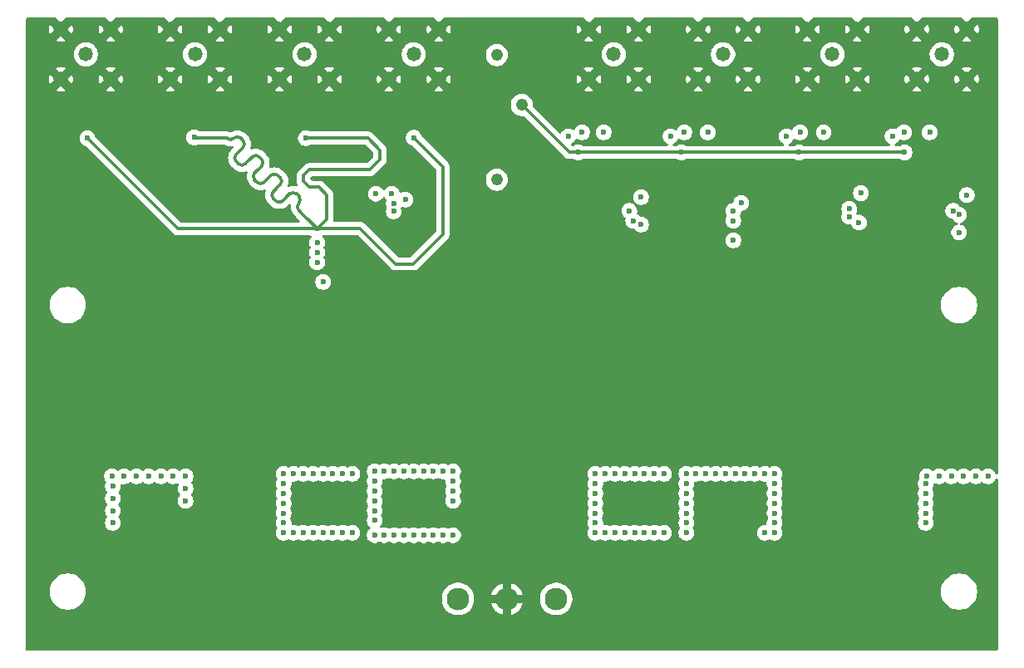
<source format=gbr>
%TF.GenerationSoftware,KiCad,Pcbnew,9.0.0*%
%TF.CreationDate,2025-03-11T12:15:18+01:00*%
%TF.ProjectId,zdc_fifo_test,7a64635f-6669-4666-9f5f-746573742e6b,rev?*%
%TF.SameCoordinates,Original*%
%TF.FileFunction,Copper,L6,Bot*%
%TF.FilePolarity,Positive*%
%FSLAX46Y46*%
G04 Gerber Fmt 4.6, Leading zero omitted, Abs format (unit mm)*
G04 Created by KiCad (PCBNEW 9.0.0) date 2025-03-11 12:15:18*
%MOMM*%
%LPD*%
G01*
G04 APERTURE LIST*
%TA.AperFunction,ComponentPad*%
%ADD10C,1.473200*%
%TD*%
%TA.AperFunction,ComponentPad*%
%ADD11C,2.300000*%
%TD*%
%TA.AperFunction,ComponentPad*%
%ADD12C,1.240000*%
%TD*%
%TA.AperFunction,ViaPad*%
%ADD13C,0.600000*%
%TD*%
%TA.AperFunction,Conductor*%
%ADD14C,0.335300*%
%TD*%
G04 APERTURE END LIST*
D10*
%TO.P,J1,1,1*%
%TO.N,Net-(J1-Pad1)*%
X159830960Y-110250000D03*
%TO.P,J1,2,2*%
%TO.N,GND*%
X157290960Y-107710000D03*
%TO.P,J1,3,3*%
X157290960Y-112790000D03*
%TO.P,J1,4,4*%
X162370960Y-112790000D03*
%TO.P,J1,5,5*%
X162370960Y-107710000D03*
%TD*%
%TO.P,J2,1,1*%
%TO.N,Net-(J2-Pad1)*%
X170970640Y-110250000D03*
%TO.P,J2,2,2*%
%TO.N,GND*%
X168430640Y-107710000D03*
%TO.P,J2,3,3*%
X168430640Y-112790000D03*
%TO.P,J2,4,4*%
X173510640Y-112790000D03*
%TO.P,J2,5,5*%
X173510640Y-107710000D03*
%TD*%
D11*
%TO.P,U1,1,1*%
%TO.N,+12V_NIM*%
X207750000Y-165750000D03*
%TO.P,U1,2,2*%
%TO.N,GND*%
X202750000Y-165750000D03*
%TO.P,U1,3,3*%
%TO.N,-12V_NIM*%
X197750000Y-165750000D03*
%TD*%
D10*
%TO.P,J6,1,1*%
%TO.N,Net-(J6-Pad1)*%
X224750000Y-110250000D03*
%TO.P,J6,2,2*%
%TO.N,GND*%
X222210000Y-107710000D03*
%TO.P,J6,3,3*%
X222210000Y-112790000D03*
%TO.P,J6,4,4*%
X227290000Y-112790000D03*
%TO.P,J6,5,5*%
X227290000Y-107710000D03*
%TD*%
D12*
%TO.P,VR2,1,CCW*%
%TO.N,-5V_stg2*%
X201708620Y-123038500D03*
%TO.P,VR2,2,WIPER*%
%TO.N,Net-(VR2-WIPER)*%
X204248620Y-115418500D03*
%TO.P,VR2,3,CW*%
%TO.N,+5V_stg2*%
X201708620Y-110338500D03*
%TD*%
D10*
%TO.P,J7,1,1*%
%TO.N,Net-(J7-Pad1)*%
X235889680Y-110250000D03*
%TO.P,J7,2,2*%
%TO.N,GND*%
X233349680Y-107710000D03*
%TO.P,J7,3,3*%
X233349680Y-112790000D03*
%TO.P,J7,4,4*%
X238429680Y-112790000D03*
%TO.P,J7,5,5*%
X238429680Y-107710000D03*
%TD*%
%TO.P,J4,1,1*%
%TO.N,Net-(J4-Pad1)*%
X193250000Y-110250000D03*
%TO.P,J4,2,2*%
%TO.N,GND*%
X190710000Y-107710000D03*
%TO.P,J4,3,3*%
X190710000Y-112790000D03*
%TO.P,J4,4,4*%
X195790000Y-112790000D03*
%TO.P,J4,5,5*%
X195790000Y-107710000D03*
%TD*%
%TO.P,J5,1,1*%
%TO.N,Net-(J5-Pad1)*%
X213610320Y-110250000D03*
%TO.P,J5,2,2*%
%TO.N,GND*%
X211070320Y-107710000D03*
%TO.P,J5,3,3*%
X211070320Y-112790000D03*
%TO.P,J5,4,4*%
X216150320Y-112790000D03*
%TO.P,J5,5,5*%
X216150320Y-107710000D03*
%TD*%
%TO.P,J3,1,1*%
%TO.N,Net-(J3-Pad1)*%
X182110320Y-110250000D03*
%TO.P,J3,2,2*%
%TO.N,GND*%
X179570320Y-107710000D03*
%TO.P,J3,3,3*%
X179570320Y-112790000D03*
%TO.P,J3,4,4*%
X184650320Y-112790000D03*
%TO.P,J3,5,5*%
X184650320Y-107710000D03*
%TD*%
%TO.P,J8,1,1*%
%TO.N,Net-(J8-Pad1)*%
X247029360Y-110250000D03*
%TO.P,J8,2,2*%
%TO.N,GND*%
X244489360Y-107710000D03*
%TO.P,J8,3,3*%
X244489360Y-112790000D03*
%TO.P,J8,4,4*%
X249569360Y-112790000D03*
%TO.P,J8,5,5*%
X249569360Y-107710000D03*
%TD*%
D13*
%TO.N,GND*%
X218600000Y-122000000D03*
X229000000Y-122000000D03*
X241000000Y-122000000D03*
X252000000Y-121800000D03*
%TO.N,Net-(IC1-NONINVERTING_INPUT)*%
X183400000Y-128035000D03*
X160000000Y-118800000D03*
X170875000Y-118725000D03*
X182250000Y-118800000D03*
%TO.N,GND*%
X176000000Y-124400000D03*
%TO.N,-5V_stg2*%
X226600000Y-125400000D03*
X215600000Y-127200000D03*
X248200000Y-126200000D03*
X248800000Y-126600000D03*
X237600000Y-126800000D03*
%TO.N,GND*%
X217800000Y-145600000D03*
X223800000Y-146800000D03*
X222600000Y-143800000D03*
X223800000Y-142600000D03*
X219000000Y-145600000D03*
X220200000Y-142600000D03*
X223800000Y-148400000D03*
X223800000Y-145600000D03*
X217800000Y-143800000D03*
X222600000Y-148400000D03*
X219000000Y-148400000D03*
X217800000Y-148400000D03*
X221400000Y-143800000D03*
X217800000Y-146800000D03*
X223800000Y-143800000D03*
X216600000Y-145600000D03*
X216600000Y-146800000D03*
X219000000Y-146800000D03*
X222600000Y-145600000D03*
X219000000Y-143800000D03*
X221400000Y-148400000D03*
X220200000Y-146800000D03*
X221400000Y-146800000D03*
X216600000Y-142600000D03*
X221400000Y-142600000D03*
X220200000Y-148400000D03*
X216600000Y-148400000D03*
X220200000Y-145600000D03*
X220200000Y-143800000D03*
X222600000Y-146800000D03*
X222600000Y-142600000D03*
X221400000Y-145600000D03*
X219000000Y-142600000D03*
X216600000Y-143800000D03*
X217800000Y-142600000D03*
X185000000Y-146800000D03*
X187400000Y-146800000D03*
X191000000Y-145600000D03*
X187400000Y-143800000D03*
X189800000Y-143800000D03*
X186200000Y-146800000D03*
X192200000Y-143800000D03*
X185000000Y-145600000D03*
X186200000Y-145600000D03*
X192200000Y-146800000D03*
X191000000Y-143800000D03*
X192200000Y-142600000D03*
X187400000Y-145600000D03*
X188600000Y-142600000D03*
X192200000Y-145600000D03*
X186200000Y-143800000D03*
X189800000Y-142600000D03*
X188600000Y-148400000D03*
X185000000Y-148400000D03*
X191000000Y-148400000D03*
X187400000Y-148400000D03*
X186200000Y-148400000D03*
X192200000Y-148400000D03*
X189800000Y-148400000D03*
X188600000Y-146800000D03*
X189800000Y-146800000D03*
X185000000Y-142600000D03*
X191000000Y-142600000D03*
X185000000Y-143800000D03*
X189800000Y-145600000D03*
X187400000Y-142600000D03*
X188600000Y-145600000D03*
X191000000Y-146800000D03*
X188600000Y-143800000D03*
X186200000Y-142600000D03*
X207600000Y-141200000D03*
X207600000Y-142400000D03*
X207600000Y-143600000D03*
X207600000Y-149600000D03*
X206400000Y-142400000D03*
X207600000Y-146000000D03*
X206400000Y-143600000D03*
X206400000Y-148400000D03*
X207600000Y-148400000D03*
X206400000Y-149600000D03*
X207600000Y-144800000D03*
X206400000Y-147200000D03*
X207600000Y-147200000D03*
X207600000Y-150800000D03*
X206400000Y-141200000D03*
X206400000Y-144800000D03*
X206400000Y-146000000D03*
X206400000Y-150800000D03*
X203200000Y-141000000D03*
X203200000Y-142200000D03*
X203200000Y-143400000D03*
X203200000Y-149400000D03*
X202000000Y-142200000D03*
X203200000Y-145800000D03*
X202000000Y-143400000D03*
X202000000Y-148200000D03*
X203200000Y-148200000D03*
X202000000Y-149400000D03*
X203200000Y-144600000D03*
X202000000Y-147000000D03*
X203200000Y-147000000D03*
X203200000Y-150600000D03*
X202000000Y-141000000D03*
X202000000Y-144600000D03*
X202000000Y-145800000D03*
X202000000Y-150600000D03*
X210200000Y-141200000D03*
X210200000Y-142400000D03*
X210200000Y-143600000D03*
X210200000Y-149600000D03*
X209000000Y-142400000D03*
X210200000Y-146000000D03*
X209000000Y-143600000D03*
X209000000Y-148400000D03*
X210200000Y-148400000D03*
X209000000Y-149600000D03*
X210200000Y-144800000D03*
X209000000Y-147200000D03*
X210200000Y-147200000D03*
X210200000Y-150800000D03*
X209000000Y-141200000D03*
X209000000Y-144800000D03*
X209000000Y-146000000D03*
X209000000Y-150800000D03*
X200200000Y-141000000D03*
X200200000Y-142200000D03*
X200200000Y-143400000D03*
X200200000Y-149400000D03*
X199000000Y-142200000D03*
X200200000Y-145800000D03*
X199000000Y-143400000D03*
X199000000Y-148200000D03*
X200200000Y-148200000D03*
X199000000Y-149400000D03*
X200200000Y-144600000D03*
X199000000Y-147000000D03*
X200200000Y-147000000D03*
X200200000Y-150600000D03*
X199000000Y-141000000D03*
X199000000Y-144600000D03*
X199000000Y-145800000D03*
X199000000Y-150600000D03*
%TO.N,+5V_stg1*%
X189400000Y-124450000D03*
%TO.N,GND*%
X191600000Y-129850000D03*
X227800000Y-157500000D03*
%TO.N,+5V_stg2*%
X220800000Y-118200000D03*
X210400000Y-118200000D03*
%TO.N,GND*%
X209000000Y-115400000D03*
%TO.N,+5V_stg2*%
X209000000Y-118600000D03*
X219400000Y-118600000D03*
%TO.N,GND*%
X219400000Y-115400000D03*
X221400000Y-116400000D03*
X222400000Y-116400000D03*
%TO.N,+5V_stg2*%
X223200000Y-118200000D03*
%TO.N,GND*%
X211000000Y-116400000D03*
X212000000Y-116400000D03*
%TO.N,+5V_stg2*%
X212600000Y-118200000D03*
X232600000Y-118200000D03*
X231200000Y-118600000D03*
%TO.N,GND*%
X231200000Y-115200000D03*
X233200000Y-116400000D03*
X234200000Y-116400000D03*
%TO.N,+5V_stg2*%
X235000000Y-118200000D03*
X242000000Y-118600000D03*
X243200000Y-118200000D03*
X245800000Y-118200000D03*
%TO.N,GND*%
X242000000Y-115200000D03*
X244000000Y-116400000D03*
X245000000Y-116400000D03*
X218800000Y-126600000D03*
X218200000Y-125400000D03*
X217600000Y-126400000D03*
%TO.N,-5V_stg2*%
X216400000Y-127600000D03*
X216400000Y-124800000D03*
X215200000Y-126200000D03*
%TO.N,GND*%
X240400000Y-125200000D03*
X240600000Y-126200000D03*
X242000000Y-127400000D03*
%TO.N,-5V_stg2*%
X238600000Y-127400000D03*
X238800000Y-124400000D03*
X237600000Y-126000000D03*
X249600000Y-124600000D03*
%TO.N,GND*%
X251400000Y-125400000D03*
%TO.N,-5V_stg2*%
X225800000Y-129200000D03*
X225800000Y-127200000D03*
X225800000Y-126200000D03*
%TO.N,GND*%
X228200000Y-128400000D03*
X228200000Y-127200000D03*
X228200000Y-126200000D03*
%TO.N,-5V_stg2*%
X248800000Y-128400000D03*
%TO.N,GND*%
X251400000Y-127600000D03*
X251200000Y-126400000D03*
%TO.N,+5V_stg1*%
X191200000Y-126250000D03*
%TO.N,GND*%
X196200000Y-147000000D03*
X180200000Y-144600000D03*
X173600000Y-115600000D03*
X185800000Y-131450000D03*
X211800000Y-150800000D03*
X185800000Y-130450000D03*
X214500000Y-154500000D03*
X229200000Y-143400000D03*
X234412500Y-142750000D03*
X194750000Y-156000000D03*
X181400000Y-149400000D03*
X211800000Y-146000000D03*
X211800000Y-144800000D03*
X228000000Y-144600000D03*
X250270000Y-154750000D03*
X240200000Y-153400000D03*
X197400000Y-145800000D03*
X192400000Y-121650000D03*
X228000000Y-149400000D03*
X211800000Y-141200000D03*
X235912500Y-144250000D03*
X196200000Y-144600000D03*
X228000000Y-147000000D03*
X213000000Y-150800000D03*
X157400000Y-157000000D03*
X180200000Y-150600000D03*
X229200000Y-150600000D03*
X181400000Y-145800000D03*
X180200000Y-147000000D03*
X196200000Y-141000000D03*
X162600000Y-115600000D03*
X158600000Y-158400000D03*
X196200000Y-150600000D03*
X240200000Y-155800000D03*
X167895000Y-154750000D03*
X196200000Y-145800000D03*
X252000000Y-157250000D03*
X229200000Y-148200000D03*
X213000000Y-147200000D03*
X185600000Y-133450000D03*
X229200000Y-145800000D03*
X197400000Y-148200000D03*
X197400000Y-142200000D03*
X197400000Y-149400000D03*
X211800000Y-147200000D03*
X158600000Y-153400000D03*
X213000000Y-144800000D03*
X197400000Y-143400000D03*
X180200000Y-145800000D03*
X229200000Y-141000000D03*
X180200000Y-148200000D03*
X169250000Y-157250000D03*
X181400000Y-142200000D03*
X229200000Y-147000000D03*
X211800000Y-149600000D03*
X228000000Y-141000000D03*
X182760000Y-154500000D03*
X196200000Y-148200000D03*
X213000000Y-148400000D03*
X190130000Y-122700000D03*
X229200000Y-149400000D03*
X211800000Y-148400000D03*
X226270000Y-155000000D03*
X181400000Y-147000000D03*
X180200000Y-143400000D03*
X157400000Y-158400000D03*
X159800000Y-153400000D03*
X241400000Y-153400000D03*
X180200000Y-141000000D03*
X197400000Y-147000000D03*
X180200000Y-149400000D03*
X170571250Y-143250000D03*
X211800000Y-143600000D03*
X180200000Y-142200000D03*
X197400000Y-141000000D03*
X228000000Y-143400000D03*
X228000000Y-150600000D03*
X182760000Y-155500000D03*
X196200000Y-143400000D03*
X250270000Y-155750000D03*
X235912500Y-145250000D03*
X213000000Y-146000000D03*
X196200000Y-142200000D03*
X240200000Y-158400000D03*
X157400000Y-154600000D03*
X196250000Y-157500000D03*
X196200000Y-115600000D03*
X211800000Y-142400000D03*
X213250000Y-157000000D03*
X194750000Y-155000000D03*
X196200000Y-149400000D03*
X181500000Y-157000000D03*
X172071250Y-146000000D03*
X197400000Y-144600000D03*
X181400000Y-144600000D03*
X228000000Y-142200000D03*
X213000000Y-149600000D03*
X242600000Y-153400000D03*
X181400000Y-148200000D03*
X191200000Y-122050000D03*
X229200000Y-144600000D03*
X181400000Y-150600000D03*
X170571250Y-144250000D03*
X241400000Y-158400000D03*
X181400000Y-143400000D03*
X214500000Y-155500000D03*
X213000000Y-143600000D03*
X167895000Y-155750000D03*
X226270000Y-156000000D03*
X197400000Y-150600000D03*
X240200000Y-157000000D03*
X228000000Y-148200000D03*
X184800000Y-115600000D03*
X181400000Y-141000000D03*
X240200000Y-154600000D03*
X157400000Y-155800000D03*
X213000000Y-142400000D03*
X213000000Y-141200000D03*
X228000000Y-145800000D03*
X229200000Y-142200000D03*
X157400000Y-153400000D03*
%TO.N,+12V_NIM*%
X217750000Y-159000000D03*
X213750000Y-153000000D03*
X181000000Y-153000000D03*
X216750000Y-153000000D03*
X218750000Y-159000000D03*
X211750000Y-153000000D03*
X180000000Y-158000000D03*
X211750000Y-158000000D03*
X181000000Y-159000000D03*
X214750000Y-159000000D03*
X180000000Y-155000000D03*
X216750000Y-159000000D03*
X183000000Y-159000000D03*
X211750000Y-154000000D03*
X184000000Y-153000000D03*
X180000000Y-157000000D03*
X185000000Y-153000000D03*
X183000000Y-153000000D03*
X215750000Y-159000000D03*
X186000000Y-153000000D03*
X182000000Y-153000000D03*
X185000000Y-159000000D03*
X180000000Y-154000000D03*
X180000000Y-153000000D03*
X214750000Y-153000000D03*
X212750000Y-153000000D03*
X211750000Y-157000000D03*
X213750000Y-159000000D03*
X218750000Y-153000000D03*
X182000000Y-159000000D03*
X215750000Y-153000000D03*
X217750000Y-153000000D03*
X180000000Y-159000000D03*
X187000000Y-159000000D03*
X184000000Y-159000000D03*
X211750000Y-159000000D03*
X186000000Y-159000000D03*
X212750000Y-159000000D03*
X180000000Y-156000000D03*
X187000000Y-153000000D03*
X211750000Y-155000000D03*
X211750000Y-156000000D03*
%TO.N,-5V_stg1*%
X163750000Y-153250000D03*
X165000000Y-153250000D03*
X162600000Y-158000000D03*
X170000000Y-153250000D03*
X162600000Y-154250000D03*
X184000000Y-133450000D03*
X170000000Y-154500000D03*
X183400000Y-131450000D03*
X183400000Y-129450000D03*
X162600000Y-155500000D03*
X162600000Y-156750000D03*
X170000000Y-155750000D03*
X162500000Y-153250000D03*
X166250000Y-153250000D03*
X167500000Y-153250000D03*
X183400000Y-130450000D03*
X168750000Y-153250000D03*
%TO.N,+5V_stg1*%
X190250000Y-152750000D03*
X192250000Y-152750000D03*
X191200000Y-125450000D03*
X195250000Y-152750000D03*
X189250000Y-155750000D03*
X197250000Y-153750000D03*
X194250000Y-152750000D03*
X189250000Y-153750000D03*
X191000000Y-124450000D03*
X196250000Y-152750000D03*
X196250000Y-159250000D03*
X192250000Y-159250000D03*
X197250000Y-152750000D03*
X189250000Y-156750000D03*
X189250000Y-157750000D03*
X193250000Y-159250000D03*
X191250000Y-152750000D03*
X192400000Y-125050000D03*
X193250000Y-152750000D03*
X194250000Y-159250000D03*
X189250000Y-152750000D03*
X190250000Y-159250000D03*
X197250000Y-159250000D03*
X191250000Y-159250000D03*
X189250000Y-159250000D03*
X197250000Y-154750000D03*
X197250000Y-155750000D03*
X189250000Y-154750000D03*
X195250000Y-159250000D03*
%TO.N,+5V_stg2*%
X229000000Y-153000000D03*
X226000000Y-153000000D03*
X230000000Y-157000000D03*
X221000000Y-156000000D03*
X221000000Y-153000000D03*
X230000000Y-154000000D03*
X221000000Y-158000000D03*
X222000000Y-153000000D03*
X221000000Y-154000000D03*
X223000000Y-153000000D03*
X227000000Y-153000000D03*
X230000000Y-155000000D03*
X230000000Y-153000000D03*
X230000000Y-158000000D03*
X228000000Y-153000000D03*
X230000000Y-156000000D03*
X221000000Y-159000000D03*
X221000000Y-157000000D03*
X229000000Y-159000000D03*
X224000000Y-153000000D03*
X230000000Y-159000000D03*
X225000000Y-153000000D03*
X221000000Y-155000000D03*
%TO.N,-5V_stg2*%
X250500000Y-153250000D03*
X248000000Y-153250000D03*
X245400000Y-156000000D03*
X245400000Y-155000000D03*
X245400000Y-158000000D03*
X246750000Y-153250000D03*
X245500000Y-153250000D03*
X245400000Y-157000000D03*
X245400000Y-154000000D03*
X249250000Y-153250000D03*
X251750000Y-153250000D03*
%TO.N,Net-(VR2-WIPER)*%
X243250000Y-120250000D03*
X210000000Y-120250000D03*
X232500000Y-120250000D03*
X220500000Y-120250000D03*
%TO.N,Net-(IC1-NONINVERTING_INPUT)*%
X193250000Y-118750000D03*
%TD*%
D14*
%TO.N,Net-(IC1-NONINVERTING_INPUT)*%
X188800000Y-122000000D02*
X189800000Y-121000000D01*
X188800000Y-122000000D02*
X182600000Y-122000000D01*
X182000000Y-123200000D02*
X182600000Y-123800000D01*
X184400000Y-127035000D02*
X183400000Y-128035000D01*
X182600000Y-122000000D02*
X182000000Y-122600000D01*
X182000000Y-122600000D02*
X182000000Y-123200000D01*
X182600000Y-123800000D02*
X183600000Y-123800000D01*
X183600000Y-123800000D02*
X184400000Y-124600000D01*
X184400000Y-124600000D02*
X184400000Y-127035000D01*
X182250000Y-118800000D02*
X188600000Y-118800000D01*
X188600000Y-118800000D02*
X189800000Y-120000000D01*
X189800000Y-120000000D02*
X189800000Y-121000000D01*
X183400000Y-128035000D02*
X183435000Y-128000000D01*
X196200000Y-128600000D02*
X196200000Y-121700000D01*
X183435000Y-128000000D02*
X187800000Y-128000000D01*
X196200000Y-121700000D02*
X193250000Y-118750000D01*
X191400000Y-131600000D02*
X193200000Y-131600000D01*
X187800000Y-128000000D02*
X191400000Y-131600000D01*
X193200000Y-131600000D02*
X196200000Y-128600000D01*
X180238685Y-124838685D02*
X180592237Y-124485130D01*
X180592237Y-124485130D02*
G75*
G02*
X181299354Y-124485121I353563J-353570D01*
G01*
X175854629Y-119747524D02*
X175501074Y-120101076D01*
X177282981Y-123297195D02*
G75*
G03*
X177990088Y-123297196I353554J353556D01*
G01*
X174907106Y-118800000D02*
G75*
G02*
X175614212Y-118800000I353553J-353558D01*
G01*
X177509257Y-120695043D02*
X177749673Y-120935459D01*
X170950000Y-118800000D02*
X172400000Y-118800000D01*
X178343641Y-122943641D02*
X178697193Y-122590086D01*
X175147521Y-121161735D02*
X175387937Y-121402151D01*
X175501075Y-120101075D02*
X175147521Y-120454628D01*
X175501074Y-120101076D02*
X175501075Y-120101075D01*
X177042565Y-122349672D02*
G75*
G03*
X177042590Y-123056753I353535J-353528D01*
G01*
X173790000Y-118800000D02*
X174200000Y-118800000D01*
X172400000Y-118800000D02*
X173790000Y-118800000D01*
X176448597Y-121048597D02*
X176802149Y-120695042D01*
X177749673Y-120935459D02*
G75*
G02*
X177749661Y-121642554I-353573J-353541D01*
G01*
X181780177Y-126380177D02*
X182200000Y-126800000D01*
X181299345Y-124485131D02*
X181539761Y-124725547D01*
X175147521Y-120454628D02*
G75*
G03*
X175147502Y-121161753I353579J-353572D01*
G01*
X183400000Y-128000000D02*
X183400000Y-128035000D01*
X176802149Y-120695042D02*
G75*
G02*
X177509255Y-120695045I353551J-353558D01*
G01*
X181539761Y-124725547D02*
G75*
G02*
X181539760Y-125432654I-353561J-353553D01*
G01*
X174200000Y-118800000D02*
G75*
G03*
X174907106Y-118800000I353553J353551D01*
G01*
X177749674Y-121642567D02*
X177396119Y-121996119D01*
X179644718Y-123537611D02*
X179291163Y-123891163D01*
X179291163Y-123891163D02*
X178937609Y-124244716D01*
X178697193Y-122590086D02*
G75*
G02*
X179404254Y-122590133I353507J-353514D01*
G01*
X175614212Y-118800000D02*
X175854628Y-119040416D01*
X179404301Y-122590087D02*
X179644717Y-122830503D01*
X178937609Y-124244716D02*
G75*
G03*
X178937578Y-124951853I353591J-353584D01*
G01*
X177990088Y-123297195D02*
X178343641Y-122943641D01*
X181539762Y-126139761D02*
X181780177Y-126380177D01*
X181539762Y-125432655D02*
G75*
G03*
X181539770Y-126139753I353538J-353545D01*
G01*
X179178025Y-125192239D02*
G75*
G03*
X179885132Y-125192240I353554J353556D01*
G01*
X175387937Y-121402151D02*
G75*
G03*
X176095044Y-121402152I353554J353556D01*
G01*
X177396119Y-121996119D02*
X177042565Y-122349672D01*
X178937609Y-124951823D02*
X179178025Y-125192239D01*
X182200000Y-126800000D02*
X183400000Y-128000000D01*
X179885132Y-125192239D02*
X180238685Y-124838685D01*
X177042565Y-123056779D02*
X177282981Y-123297195D01*
X176095044Y-121402151D02*
X176448597Y-121048597D01*
X179644717Y-122830503D02*
G75*
G02*
X179644761Y-123537654I-353517J-353597D01*
G01*
X175854628Y-119040416D02*
G75*
G02*
X175854659Y-119747554I-353528J-353584D01*
G01*
X170875000Y-118725000D02*
X170950000Y-118800000D01*
X160000000Y-118800000D02*
X169235000Y-128035000D01*
X169235000Y-128035000D02*
X183400000Y-128035000D01*
%TO.N,Net-(VR2-WIPER)*%
X220500000Y-120250000D02*
X232500000Y-120250000D01*
X243250000Y-120250000D02*
X232500000Y-120250000D01*
X210000000Y-120250000D02*
X220500000Y-120250000D01*
X210000000Y-120250000D02*
X209080120Y-120250000D01*
X209080120Y-120250000D02*
X204248620Y-115418500D01*
%TD*%
%TA.AperFunction,Conductor*%
%TO.N,GND*%
G36*
X156733532Y-106520185D02*
G01*
X156754174Y-106536819D01*
X157290960Y-107073604D01*
X157290961Y-107073604D01*
X157827744Y-106536819D01*
X157889067Y-106503334D01*
X157915425Y-106500500D01*
X161746493Y-106500500D01*
X161813532Y-106520185D01*
X161834174Y-106536819D01*
X162370960Y-107073604D01*
X162370961Y-107073604D01*
X162907744Y-106536819D01*
X162969067Y-106503334D01*
X162995425Y-106500500D01*
X167806173Y-106500500D01*
X167873212Y-106520185D01*
X167893854Y-106536819D01*
X168430640Y-107073604D01*
X168430641Y-107073604D01*
X168967424Y-106536819D01*
X169028747Y-106503334D01*
X169055105Y-106500500D01*
X172886173Y-106500500D01*
X172953212Y-106520185D01*
X172973854Y-106536819D01*
X173510640Y-107073604D01*
X173510641Y-107073604D01*
X174047424Y-106536819D01*
X174108747Y-106503334D01*
X174135105Y-106500500D01*
X178945853Y-106500500D01*
X179012892Y-106520185D01*
X179033534Y-106536819D01*
X179570320Y-107073604D01*
X179570321Y-107073604D01*
X180107104Y-106536819D01*
X180168427Y-106503334D01*
X180194785Y-106500500D01*
X184025853Y-106500500D01*
X184092892Y-106520185D01*
X184113534Y-106536819D01*
X184650320Y-107073604D01*
X184650321Y-107073604D01*
X185187104Y-106536819D01*
X185248427Y-106503334D01*
X185274785Y-106500500D01*
X190085533Y-106500500D01*
X190152572Y-106520185D01*
X190173214Y-106536819D01*
X190710000Y-107073604D01*
X190710001Y-107073604D01*
X191246784Y-106536819D01*
X191308107Y-106503334D01*
X191334465Y-106500500D01*
X195165533Y-106500500D01*
X195232572Y-106520185D01*
X195253214Y-106536819D01*
X195790000Y-107073604D01*
X195790001Y-107073604D01*
X196326784Y-106536819D01*
X196388107Y-106503334D01*
X196414465Y-106500500D01*
X210445853Y-106500500D01*
X210512892Y-106520185D01*
X210533534Y-106536819D01*
X211070320Y-107073604D01*
X211070321Y-107073604D01*
X211607104Y-106536819D01*
X211668427Y-106503334D01*
X211694785Y-106500500D01*
X215525853Y-106500500D01*
X215592892Y-106520185D01*
X215613534Y-106536819D01*
X216150320Y-107073604D01*
X216150321Y-107073604D01*
X216687104Y-106536819D01*
X216748427Y-106503334D01*
X216774785Y-106500500D01*
X221585533Y-106500500D01*
X221652572Y-106520185D01*
X221673214Y-106536819D01*
X222210000Y-107073604D01*
X222210001Y-107073604D01*
X222746784Y-106536819D01*
X222808107Y-106503334D01*
X222834465Y-106500500D01*
X226665533Y-106500500D01*
X226732572Y-106520185D01*
X226753214Y-106536819D01*
X227290000Y-107073604D01*
X227290001Y-107073604D01*
X227826784Y-106536819D01*
X227888107Y-106503334D01*
X227914465Y-106500500D01*
X232725213Y-106500500D01*
X232792252Y-106520185D01*
X232812894Y-106536819D01*
X233349680Y-107073604D01*
X233349681Y-107073604D01*
X233886464Y-106536819D01*
X233947787Y-106503334D01*
X233974145Y-106500500D01*
X237805213Y-106500500D01*
X237872252Y-106520185D01*
X237892894Y-106536819D01*
X238429680Y-107073604D01*
X238429681Y-107073604D01*
X238966464Y-106536819D01*
X239027787Y-106503334D01*
X239054145Y-106500500D01*
X243864893Y-106500500D01*
X243931932Y-106520185D01*
X243952574Y-106536819D01*
X244489360Y-107073604D01*
X244489361Y-107073604D01*
X245026144Y-106536819D01*
X245087467Y-106503334D01*
X245113825Y-106500500D01*
X248944893Y-106500500D01*
X249011932Y-106520185D01*
X249032574Y-106536819D01*
X249569360Y-107073604D01*
X249569361Y-107073604D01*
X250106144Y-106536819D01*
X250167467Y-106503334D01*
X250193825Y-106500500D01*
X252625500Y-106500500D01*
X252692539Y-106520185D01*
X252738294Y-106572989D01*
X252749500Y-106624500D01*
X252749500Y-152947809D01*
X252729815Y-153014848D01*
X252677011Y-153060603D01*
X252607853Y-153070547D01*
X252544297Y-153041522D01*
X252510939Y-152995261D01*
X252459397Y-152870827D01*
X252459390Y-152870814D01*
X252371789Y-152739711D01*
X252371786Y-152739707D01*
X252260292Y-152628213D01*
X252260288Y-152628210D01*
X252129185Y-152540609D01*
X252129172Y-152540602D01*
X251983501Y-152480264D01*
X251983489Y-152480261D01*
X251828845Y-152449500D01*
X251828842Y-152449500D01*
X251671158Y-152449500D01*
X251671155Y-152449500D01*
X251516510Y-152480261D01*
X251516498Y-152480264D01*
X251370827Y-152540602D01*
X251370814Y-152540609D01*
X251239711Y-152628210D01*
X251239707Y-152628213D01*
X251212681Y-152655240D01*
X251151358Y-152688725D01*
X251081666Y-152683741D01*
X251037319Y-152655240D01*
X251010292Y-152628213D01*
X251010288Y-152628210D01*
X250879185Y-152540609D01*
X250879172Y-152540602D01*
X250733501Y-152480264D01*
X250733489Y-152480261D01*
X250578845Y-152449500D01*
X250578842Y-152449500D01*
X250421158Y-152449500D01*
X250421155Y-152449500D01*
X250266510Y-152480261D01*
X250266498Y-152480264D01*
X250120827Y-152540602D01*
X250120814Y-152540609D01*
X249989711Y-152628210D01*
X249989707Y-152628213D01*
X249962681Y-152655240D01*
X249901358Y-152688725D01*
X249831666Y-152683741D01*
X249787319Y-152655240D01*
X249760292Y-152628213D01*
X249760288Y-152628210D01*
X249629185Y-152540609D01*
X249629172Y-152540602D01*
X249483501Y-152480264D01*
X249483489Y-152480261D01*
X249328845Y-152449500D01*
X249328842Y-152449500D01*
X249171158Y-152449500D01*
X249171155Y-152449500D01*
X249016510Y-152480261D01*
X249016498Y-152480264D01*
X248870827Y-152540602D01*
X248870814Y-152540609D01*
X248739711Y-152628210D01*
X248739707Y-152628213D01*
X248712681Y-152655240D01*
X248651358Y-152688725D01*
X248581666Y-152683741D01*
X248537319Y-152655240D01*
X248510292Y-152628213D01*
X248510288Y-152628210D01*
X248379185Y-152540609D01*
X248379172Y-152540602D01*
X248233501Y-152480264D01*
X248233489Y-152480261D01*
X248078845Y-152449500D01*
X248078842Y-152449500D01*
X247921158Y-152449500D01*
X247921155Y-152449500D01*
X247766510Y-152480261D01*
X247766498Y-152480264D01*
X247620827Y-152540602D01*
X247620814Y-152540609D01*
X247489711Y-152628210D01*
X247489707Y-152628213D01*
X247462681Y-152655240D01*
X247401358Y-152688725D01*
X247331666Y-152683741D01*
X247287319Y-152655240D01*
X247260292Y-152628213D01*
X247260288Y-152628210D01*
X247129185Y-152540609D01*
X247129172Y-152540602D01*
X246983501Y-152480264D01*
X246983489Y-152480261D01*
X246828845Y-152449500D01*
X246828842Y-152449500D01*
X246671158Y-152449500D01*
X246671155Y-152449500D01*
X246516510Y-152480261D01*
X246516498Y-152480264D01*
X246370827Y-152540602D01*
X246370814Y-152540609D01*
X246239711Y-152628210D01*
X246239707Y-152628213D01*
X246212681Y-152655240D01*
X246151358Y-152688725D01*
X246081666Y-152683741D01*
X246037319Y-152655240D01*
X246010292Y-152628213D01*
X246010288Y-152628210D01*
X245879185Y-152540609D01*
X245879172Y-152540602D01*
X245733501Y-152480264D01*
X245733489Y-152480261D01*
X245578845Y-152449500D01*
X245578842Y-152449500D01*
X245421158Y-152449500D01*
X245421155Y-152449500D01*
X245266510Y-152480261D01*
X245266498Y-152480264D01*
X245120827Y-152540602D01*
X245120814Y-152540609D01*
X244989711Y-152628210D01*
X244989707Y-152628213D01*
X244878213Y-152739707D01*
X244878210Y-152739711D01*
X244790609Y-152870814D01*
X244790602Y-152870827D01*
X244730264Y-153016498D01*
X244730261Y-153016510D01*
X244699500Y-153171153D01*
X244699500Y-153328846D01*
X244731451Y-153489472D01*
X244729584Y-153489843D01*
X244730129Y-153550869D01*
X244713949Y-153585885D01*
X244690607Y-153620819D01*
X244690602Y-153620828D01*
X244630264Y-153766498D01*
X244630261Y-153766510D01*
X244599500Y-153921153D01*
X244599500Y-154078846D01*
X244630261Y-154233489D01*
X244630264Y-154233501D01*
X244690602Y-154379172D01*
X244690609Y-154379185D01*
X244725304Y-154431109D01*
X244746182Y-154497786D01*
X244727698Y-154565167D01*
X244725304Y-154568891D01*
X244690609Y-154620814D01*
X244690602Y-154620827D01*
X244630264Y-154766498D01*
X244630261Y-154766510D01*
X244599500Y-154921153D01*
X244599500Y-155078846D01*
X244630261Y-155233489D01*
X244630264Y-155233501D01*
X244690602Y-155379172D01*
X244690609Y-155379185D01*
X244725304Y-155431109D01*
X244746182Y-155497786D01*
X244727698Y-155565167D01*
X244725304Y-155568891D01*
X244690609Y-155620814D01*
X244690602Y-155620827D01*
X244630264Y-155766498D01*
X244630261Y-155766510D01*
X244599500Y-155921153D01*
X244599500Y-156078846D01*
X244630261Y-156233489D01*
X244630264Y-156233501D01*
X244690602Y-156379172D01*
X244690609Y-156379185D01*
X244725304Y-156431109D01*
X244746182Y-156497786D01*
X244727698Y-156565167D01*
X244725304Y-156568891D01*
X244690609Y-156620814D01*
X244690602Y-156620827D01*
X244630264Y-156766498D01*
X244630261Y-156766510D01*
X244599500Y-156921153D01*
X244599500Y-157078846D01*
X244630261Y-157233489D01*
X244630264Y-157233501D01*
X244690602Y-157379172D01*
X244690609Y-157379185D01*
X244725304Y-157431109D01*
X244746182Y-157497786D01*
X244727698Y-157565167D01*
X244725304Y-157568891D01*
X244690609Y-157620814D01*
X244690602Y-157620827D01*
X244630264Y-157766498D01*
X244630261Y-157766510D01*
X244599500Y-157921153D01*
X244599500Y-158078846D01*
X244630261Y-158233489D01*
X244630264Y-158233501D01*
X244690602Y-158379172D01*
X244690609Y-158379185D01*
X244778210Y-158510288D01*
X244778213Y-158510292D01*
X244889707Y-158621786D01*
X244889711Y-158621789D01*
X245020814Y-158709390D01*
X245020827Y-158709397D01*
X245094013Y-158739711D01*
X245166503Y-158769737D01*
X245321153Y-158800499D01*
X245321156Y-158800500D01*
X245321158Y-158800500D01*
X245478844Y-158800500D01*
X245478845Y-158800499D01*
X245633497Y-158769737D01*
X245779179Y-158709394D01*
X245910289Y-158621789D01*
X246021789Y-158510289D01*
X246109394Y-158379179D01*
X246169737Y-158233497D01*
X246200500Y-158078842D01*
X246200500Y-157921158D01*
X246200500Y-157921155D01*
X246200499Y-157921153D01*
X246169738Y-157766510D01*
X246169737Y-157766503D01*
X246130242Y-157671153D01*
X246109396Y-157620825D01*
X246109394Y-157620822D01*
X246109394Y-157620821D01*
X246074694Y-157568889D01*
X246053816Y-157502215D01*
X246072300Y-157434835D01*
X246074676Y-157431136D01*
X246109394Y-157379179D01*
X246169737Y-157233497D01*
X246200500Y-157078842D01*
X246200500Y-156921158D01*
X246200500Y-156921155D01*
X246200499Y-156921153D01*
X246169738Y-156766510D01*
X246169737Y-156766503D01*
X246130242Y-156671153D01*
X246109396Y-156620825D01*
X246109394Y-156620822D01*
X246109394Y-156620821D01*
X246074694Y-156568889D01*
X246053816Y-156502215D01*
X246072300Y-156434835D01*
X246074676Y-156431136D01*
X246109394Y-156379179D01*
X246169737Y-156233497D01*
X246200500Y-156078842D01*
X246200500Y-155921158D01*
X246200500Y-155921155D01*
X246200499Y-155921153D01*
X246169738Y-155766510D01*
X246169737Y-155766503D01*
X246130242Y-155671153D01*
X246109396Y-155620825D01*
X246109394Y-155620822D01*
X246109394Y-155620821D01*
X246074694Y-155568889D01*
X246053816Y-155502215D01*
X246072300Y-155434835D01*
X246074676Y-155431136D01*
X246109394Y-155379179D01*
X246169737Y-155233497D01*
X246200500Y-155078842D01*
X246200500Y-154921158D01*
X246200500Y-154921155D01*
X246200499Y-154921153D01*
X246199938Y-154918334D01*
X246169737Y-154766503D01*
X246130242Y-154671153D01*
X246109396Y-154620825D01*
X246109394Y-154620822D01*
X246109394Y-154620821D01*
X246074694Y-154568889D01*
X246053816Y-154502215D01*
X246072300Y-154434835D01*
X246074676Y-154431136D01*
X246109394Y-154379179D01*
X246169737Y-154233497D01*
X246200500Y-154078842D01*
X246200500Y-154074424D01*
X246220185Y-154007385D01*
X246272989Y-153961630D01*
X246342147Y-153951686D01*
X246371952Y-153959863D01*
X246444013Y-153989711D01*
X246516503Y-154019737D01*
X246652155Y-154046720D01*
X246671153Y-154050499D01*
X246671156Y-154050500D01*
X246671158Y-154050500D01*
X246828844Y-154050500D01*
X246828845Y-154050499D01*
X246983497Y-154019737D01*
X247096166Y-153973067D01*
X247129172Y-153959397D01*
X247129172Y-153959396D01*
X247129179Y-153959394D01*
X247260289Y-153871789D01*
X247261257Y-153870821D01*
X247287319Y-153844760D01*
X247348642Y-153811275D01*
X247418334Y-153816259D01*
X247462681Y-153844760D01*
X247489707Y-153871786D01*
X247489711Y-153871789D01*
X247620814Y-153959390D01*
X247620827Y-153959397D01*
X247694013Y-153989711D01*
X247766503Y-154019737D01*
X247902155Y-154046720D01*
X247921153Y-154050499D01*
X247921156Y-154050500D01*
X247921158Y-154050500D01*
X248078844Y-154050500D01*
X248078845Y-154050499D01*
X248233497Y-154019737D01*
X248346166Y-153973067D01*
X248379172Y-153959397D01*
X248379172Y-153959396D01*
X248379179Y-153959394D01*
X248510289Y-153871789D01*
X248511257Y-153870821D01*
X248537319Y-153844760D01*
X248598642Y-153811275D01*
X248668334Y-153816259D01*
X248712681Y-153844760D01*
X248739707Y-153871786D01*
X248739711Y-153871789D01*
X248870814Y-153959390D01*
X248870827Y-153959397D01*
X248944013Y-153989711D01*
X249016503Y-154019737D01*
X249152155Y-154046720D01*
X249171153Y-154050499D01*
X249171156Y-154050500D01*
X249171158Y-154050500D01*
X249328844Y-154050500D01*
X249328845Y-154050499D01*
X249483497Y-154019737D01*
X249596166Y-153973067D01*
X249629172Y-153959397D01*
X249629172Y-153959396D01*
X249629179Y-153959394D01*
X249760289Y-153871789D01*
X249761257Y-153870821D01*
X249787319Y-153844760D01*
X249848642Y-153811275D01*
X249918334Y-153816259D01*
X249962681Y-153844760D01*
X249989707Y-153871786D01*
X249989711Y-153871789D01*
X250120814Y-153959390D01*
X250120827Y-153959397D01*
X250194013Y-153989711D01*
X250266503Y-154019737D01*
X250402155Y-154046720D01*
X250421153Y-154050499D01*
X250421156Y-154050500D01*
X250421158Y-154050500D01*
X250578844Y-154050500D01*
X250578845Y-154050499D01*
X250733497Y-154019737D01*
X250846166Y-153973067D01*
X250879172Y-153959397D01*
X250879172Y-153959396D01*
X250879179Y-153959394D01*
X251010289Y-153871789D01*
X251011257Y-153870821D01*
X251037319Y-153844760D01*
X251098642Y-153811275D01*
X251168334Y-153816259D01*
X251212681Y-153844760D01*
X251239707Y-153871786D01*
X251239711Y-153871789D01*
X251370814Y-153959390D01*
X251370827Y-153959397D01*
X251444013Y-153989711D01*
X251516503Y-154019737D01*
X251652155Y-154046720D01*
X251671153Y-154050499D01*
X251671156Y-154050500D01*
X251671158Y-154050500D01*
X251828844Y-154050500D01*
X251828845Y-154050499D01*
X251983497Y-154019737D01*
X252096166Y-153973067D01*
X252129172Y-153959397D01*
X252129172Y-153959396D01*
X252129179Y-153959394D01*
X252260289Y-153871789D01*
X252371789Y-153760289D01*
X252459394Y-153629179D01*
X252462853Y-153620828D01*
X252510939Y-153504738D01*
X252554779Y-153450334D01*
X252621074Y-153428269D01*
X252688773Y-153445548D01*
X252736384Y-153496685D01*
X252749500Y-153552190D01*
X252749500Y-170875500D01*
X252729815Y-170942539D01*
X252677011Y-170988294D01*
X252625500Y-170999500D01*
X153874500Y-170999500D01*
X153807461Y-170979815D01*
X153761706Y-170927011D01*
X153750500Y-170875500D01*
X153750500Y-164878711D01*
X156149500Y-164878711D01*
X156149500Y-165121288D01*
X156181161Y-165361785D01*
X156243947Y-165596104D01*
X156336773Y-165820205D01*
X156336776Y-165820212D01*
X156458064Y-166030289D01*
X156458066Y-166030292D01*
X156458067Y-166030293D01*
X156605733Y-166222736D01*
X156605739Y-166222743D01*
X156777256Y-166394260D01*
X156777263Y-166394266D01*
X156877497Y-166471178D01*
X156969711Y-166541936D01*
X157179788Y-166663224D01*
X157403900Y-166756054D01*
X157638211Y-166818838D01*
X157818586Y-166842584D01*
X157878711Y-166850500D01*
X157878712Y-166850500D01*
X158121289Y-166850500D01*
X158169388Y-166844167D01*
X158361789Y-166818838D01*
X158596100Y-166756054D01*
X158820212Y-166663224D01*
X159030289Y-166541936D01*
X159222738Y-166394265D01*
X159394265Y-166222738D01*
X159541936Y-166030289D01*
X159663224Y-165820212D01*
X159746114Y-165620097D01*
X196099500Y-165620097D01*
X196099500Y-165879902D01*
X196140140Y-166136493D01*
X196220422Y-166383576D01*
X196338368Y-166615054D01*
X196486426Y-166818838D01*
X196491069Y-166825229D01*
X196674771Y-167008931D01*
X196884949Y-167161634D01*
X197032445Y-167236787D01*
X197116423Y-167279577D01*
X197116425Y-167279577D01*
X197116428Y-167279579D01*
X197363507Y-167359860D01*
X197495706Y-167380797D01*
X197620098Y-167400500D01*
X197620103Y-167400500D01*
X197879902Y-167400500D01*
X197993298Y-167382539D01*
X198136493Y-167359860D01*
X198383572Y-167279579D01*
X198615051Y-167161634D01*
X198825229Y-167008931D01*
X199008931Y-166825229D01*
X199161634Y-166615051D01*
X199279579Y-166383572D01*
X199359860Y-166136493D01*
X199386425Y-165968767D01*
X199400500Y-165879902D01*
X199400500Y-165620097D01*
X199359860Y-165363506D01*
X199358750Y-165360090D01*
X199358750Y-165360089D01*
X199339225Y-165299999D01*
X201161301Y-165299999D01*
X201161302Y-165300000D01*
X202148663Y-165300000D01*
X202085359Y-165394742D01*
X202028822Y-165531233D01*
X202000000Y-165676131D01*
X202000000Y-165823869D01*
X202028822Y-165968767D01*
X202085359Y-166105258D01*
X202148663Y-166200000D01*
X201161302Y-166200000D01*
X201220883Y-166383377D01*
X201220884Y-166383380D01*
X201338796Y-166614791D01*
X201491445Y-166824896D01*
X201491449Y-166824901D01*
X201675098Y-167008550D01*
X201675103Y-167008554D01*
X201885208Y-167161203D01*
X202116619Y-167279115D01*
X202116622Y-167279116D01*
X202299999Y-167338698D01*
X202300000Y-167338697D01*
X202300000Y-166351336D01*
X202394742Y-166414641D01*
X202531233Y-166471178D01*
X202676131Y-166500000D01*
X202823869Y-166500000D01*
X202968767Y-166471178D01*
X203105258Y-166414641D01*
X203200000Y-166351336D01*
X203200000Y-167338698D01*
X203383377Y-167279116D01*
X203383380Y-167279115D01*
X203614791Y-167161203D01*
X203824896Y-167008554D01*
X203824901Y-167008550D01*
X204008550Y-166824901D01*
X204008554Y-166824896D01*
X204161203Y-166614791D01*
X204279115Y-166383380D01*
X204279116Y-166383377D01*
X204338698Y-166200000D01*
X203351337Y-166200000D01*
X203414641Y-166105258D01*
X203471178Y-165968767D01*
X203500000Y-165823869D01*
X203500000Y-165676131D01*
X203488854Y-165620097D01*
X206099500Y-165620097D01*
X206099500Y-165879902D01*
X206140140Y-166136493D01*
X206220422Y-166383576D01*
X206338368Y-166615054D01*
X206486426Y-166818838D01*
X206491069Y-166825229D01*
X206674771Y-167008931D01*
X206884949Y-167161634D01*
X207032445Y-167236787D01*
X207116423Y-167279577D01*
X207116425Y-167279577D01*
X207116428Y-167279579D01*
X207363507Y-167359860D01*
X207495706Y-167380797D01*
X207620098Y-167400500D01*
X207620103Y-167400500D01*
X207879902Y-167400500D01*
X207993298Y-167382539D01*
X208136493Y-167359860D01*
X208383572Y-167279579D01*
X208615051Y-167161634D01*
X208825229Y-167008931D01*
X209008931Y-166825229D01*
X209161634Y-166615051D01*
X209279579Y-166383572D01*
X209359860Y-166136493D01*
X209386425Y-165968767D01*
X209400500Y-165879902D01*
X209400500Y-165620097D01*
X209378947Y-165484021D01*
X209359860Y-165363507D01*
X209279579Y-165116428D01*
X209279577Y-165116425D01*
X209279577Y-165116423D01*
X209185072Y-164930948D01*
X209185071Y-164930946D01*
X209161633Y-164884947D01*
X209157102Y-164878711D01*
X246949500Y-164878711D01*
X246949500Y-165121288D01*
X246981161Y-165361785D01*
X247043947Y-165596104D01*
X247136773Y-165820205D01*
X247136776Y-165820212D01*
X247258064Y-166030289D01*
X247258066Y-166030292D01*
X247258067Y-166030293D01*
X247405733Y-166222736D01*
X247405739Y-166222743D01*
X247577256Y-166394260D01*
X247577263Y-166394266D01*
X247677497Y-166471178D01*
X247769711Y-166541936D01*
X247979788Y-166663224D01*
X248203900Y-166756054D01*
X248438211Y-166818838D01*
X248618586Y-166842584D01*
X248678711Y-166850500D01*
X248678712Y-166850500D01*
X248921289Y-166850500D01*
X248969388Y-166844167D01*
X249161789Y-166818838D01*
X249396100Y-166756054D01*
X249620212Y-166663224D01*
X249830289Y-166541936D01*
X250022738Y-166394265D01*
X250194265Y-166222738D01*
X250341936Y-166030289D01*
X250463224Y-165820212D01*
X250556054Y-165596100D01*
X250618838Y-165361789D01*
X250650500Y-165121288D01*
X250650500Y-164878712D01*
X250618838Y-164638211D01*
X250556054Y-164403900D01*
X250463224Y-164179788D01*
X250341936Y-163969711D01*
X250194265Y-163777262D01*
X250194260Y-163777256D01*
X250022743Y-163605739D01*
X250022736Y-163605733D01*
X249830293Y-163458067D01*
X249830292Y-163458066D01*
X249830289Y-163458064D01*
X249620212Y-163336776D01*
X249620205Y-163336773D01*
X249396104Y-163243947D01*
X249161785Y-163181161D01*
X248921289Y-163149500D01*
X248921288Y-163149500D01*
X248678712Y-163149500D01*
X248678711Y-163149500D01*
X248438214Y-163181161D01*
X248203895Y-163243947D01*
X247979794Y-163336773D01*
X247979785Y-163336777D01*
X247769706Y-163458067D01*
X247577263Y-163605733D01*
X247577256Y-163605739D01*
X247405739Y-163777256D01*
X247405733Y-163777263D01*
X247258067Y-163969706D01*
X247136777Y-164179785D01*
X247136773Y-164179794D01*
X247043947Y-164403895D01*
X246981161Y-164638214D01*
X246949500Y-164878711D01*
X209157102Y-164878711D01*
X209009172Y-164675103D01*
X209008931Y-164674771D01*
X208825229Y-164491069D01*
X208615051Y-164338366D01*
X208542764Y-164301534D01*
X208383576Y-164220422D01*
X208136493Y-164140140D01*
X207879902Y-164099500D01*
X207879897Y-164099500D01*
X207620103Y-164099500D01*
X207620098Y-164099500D01*
X207363506Y-164140140D01*
X207116423Y-164220422D01*
X206884945Y-164338368D01*
X206674774Y-164491066D01*
X206674768Y-164491071D01*
X206491071Y-164674768D01*
X206491066Y-164674774D01*
X206338368Y-164884945D01*
X206220422Y-165116423D01*
X206140140Y-165363506D01*
X206099500Y-165620097D01*
X203488854Y-165620097D01*
X203471178Y-165531233D01*
X203414641Y-165394742D01*
X203351337Y-165300000D01*
X204338698Y-165300000D01*
X204338698Y-165299999D01*
X204279116Y-165116622D01*
X204279115Y-165116619D01*
X204161203Y-164885208D01*
X204008554Y-164675103D01*
X204008550Y-164675098D01*
X203824901Y-164491449D01*
X203824896Y-164491445D01*
X203614791Y-164338796D01*
X203383382Y-164220886D01*
X203200000Y-164161301D01*
X203200000Y-165148663D01*
X203105258Y-165085359D01*
X202968767Y-165028822D01*
X202823869Y-165000000D01*
X202676131Y-165000000D01*
X202531233Y-165028822D01*
X202394742Y-165085359D01*
X202300000Y-165148663D01*
X202300000Y-164161301D01*
X202299999Y-164161301D01*
X202116617Y-164220886D01*
X201885208Y-164338796D01*
X201675103Y-164491445D01*
X201675098Y-164491449D01*
X201491449Y-164675098D01*
X201491445Y-164675103D01*
X201338796Y-164885208D01*
X201220884Y-165116619D01*
X201220883Y-165116622D01*
X201161301Y-165299999D01*
X199339225Y-165299999D01*
X199279577Y-165116423D01*
X199234941Y-165028822D01*
X199161634Y-164884949D01*
X199008931Y-164674771D01*
X198825229Y-164491069D01*
X198615051Y-164338366D01*
X198542764Y-164301534D01*
X198383576Y-164220422D01*
X198136493Y-164140140D01*
X197879902Y-164099500D01*
X197879897Y-164099500D01*
X197620103Y-164099500D01*
X197620098Y-164099500D01*
X197363506Y-164140140D01*
X197116423Y-164220422D01*
X196884945Y-164338368D01*
X196674774Y-164491066D01*
X196674768Y-164491071D01*
X196491071Y-164674768D01*
X196491066Y-164674774D01*
X196338368Y-164884945D01*
X196220422Y-165116423D01*
X196140140Y-165363506D01*
X196099500Y-165620097D01*
X159746114Y-165620097D01*
X159756054Y-165596100D01*
X159818838Y-165361789D01*
X159850500Y-165121288D01*
X159850500Y-164878712D01*
X159818838Y-164638211D01*
X159756054Y-164403900D01*
X159663224Y-164179788D01*
X159541936Y-163969711D01*
X159394265Y-163777262D01*
X159394260Y-163777256D01*
X159222743Y-163605739D01*
X159222736Y-163605733D01*
X159030293Y-163458067D01*
X159030292Y-163458066D01*
X159030289Y-163458064D01*
X158820212Y-163336776D01*
X158820205Y-163336773D01*
X158596104Y-163243947D01*
X158361785Y-163181161D01*
X158121289Y-163149500D01*
X158121288Y-163149500D01*
X157878712Y-163149500D01*
X157878711Y-163149500D01*
X157638214Y-163181161D01*
X157403895Y-163243947D01*
X157179794Y-163336773D01*
X157179785Y-163336777D01*
X156969706Y-163458067D01*
X156777263Y-163605733D01*
X156777256Y-163605739D01*
X156605739Y-163777256D01*
X156605733Y-163777263D01*
X156458067Y-163969706D01*
X156336777Y-164179785D01*
X156336773Y-164179794D01*
X156243947Y-164403895D01*
X156181161Y-164638214D01*
X156149500Y-164878711D01*
X153750500Y-164878711D01*
X153750500Y-153171153D01*
X161699500Y-153171153D01*
X161699500Y-153328846D01*
X161730261Y-153483489D01*
X161730264Y-153483501D01*
X161790602Y-153629172D01*
X161790609Y-153629185D01*
X161877302Y-153758930D01*
X161898180Y-153825608D01*
X161888761Y-153875273D01*
X161830264Y-154016498D01*
X161830261Y-154016510D01*
X161799500Y-154171153D01*
X161799500Y-154328846D01*
X161830261Y-154483489D01*
X161830264Y-154483501D01*
X161890602Y-154629172D01*
X161890609Y-154629185D01*
X161978210Y-154760288D01*
X161978213Y-154760292D01*
X162005240Y-154787319D01*
X162038725Y-154848642D01*
X162033741Y-154918334D01*
X162005240Y-154962681D01*
X161978213Y-154989707D01*
X161978210Y-154989711D01*
X161890609Y-155120814D01*
X161890602Y-155120827D01*
X161830264Y-155266498D01*
X161830261Y-155266510D01*
X161799500Y-155421153D01*
X161799500Y-155578846D01*
X161830261Y-155733489D01*
X161830264Y-155733501D01*
X161890602Y-155879172D01*
X161890609Y-155879185D01*
X161978210Y-156010288D01*
X161978213Y-156010292D01*
X162005240Y-156037319D01*
X162038725Y-156098642D01*
X162033741Y-156168334D01*
X162005240Y-156212681D01*
X161978213Y-156239707D01*
X161978210Y-156239711D01*
X161890609Y-156370814D01*
X161890602Y-156370827D01*
X161830264Y-156516498D01*
X161830261Y-156516510D01*
X161799500Y-156671153D01*
X161799500Y-156828846D01*
X161830261Y-156983489D01*
X161830264Y-156983501D01*
X161890602Y-157129172D01*
X161890609Y-157129185D01*
X161978210Y-157260288D01*
X161978213Y-157260292D01*
X162005240Y-157287319D01*
X162038725Y-157348642D01*
X162033741Y-157418334D01*
X162005240Y-157462681D01*
X161978213Y-157489707D01*
X161978210Y-157489711D01*
X161890609Y-157620814D01*
X161890602Y-157620827D01*
X161830264Y-157766498D01*
X161830261Y-157766510D01*
X161799500Y-157921153D01*
X161799500Y-158078846D01*
X161830261Y-158233489D01*
X161830264Y-158233501D01*
X161890602Y-158379172D01*
X161890609Y-158379185D01*
X161978210Y-158510288D01*
X161978213Y-158510292D01*
X162089707Y-158621786D01*
X162089711Y-158621789D01*
X162220814Y-158709390D01*
X162220827Y-158709397D01*
X162294013Y-158739711D01*
X162366503Y-158769737D01*
X162521153Y-158800499D01*
X162521156Y-158800500D01*
X162521158Y-158800500D01*
X162678844Y-158800500D01*
X162678845Y-158800499D01*
X162833497Y-158769737D01*
X162979179Y-158709394D01*
X163110289Y-158621789D01*
X163221789Y-158510289D01*
X163309394Y-158379179D01*
X163369737Y-158233497D01*
X163400500Y-158078842D01*
X163400500Y-157921158D01*
X163400500Y-157921155D01*
X163400499Y-157921153D01*
X163369738Y-157766510D01*
X163369737Y-157766503D01*
X163330242Y-157671153D01*
X163309397Y-157620827D01*
X163309390Y-157620814D01*
X163221789Y-157489711D01*
X163221786Y-157489707D01*
X163194760Y-157462681D01*
X163161275Y-157401358D01*
X163166259Y-157331666D01*
X163194760Y-157287319D01*
X163221786Y-157260292D01*
X163221789Y-157260289D01*
X163309394Y-157129179D01*
X163369737Y-156983497D01*
X163400500Y-156828842D01*
X163400500Y-156671158D01*
X163400500Y-156671155D01*
X163400499Y-156671153D01*
X163380158Y-156568892D01*
X163369737Y-156516503D01*
X163346080Y-156459390D01*
X163309397Y-156370827D01*
X163309390Y-156370814D01*
X163221789Y-156239711D01*
X163221786Y-156239707D01*
X163194760Y-156212681D01*
X163161275Y-156151358D01*
X163166259Y-156081666D01*
X163194760Y-156037319D01*
X163221786Y-156010292D01*
X163221789Y-156010289D01*
X163309394Y-155879179D01*
X163369737Y-155733497D01*
X163400500Y-155578842D01*
X163400500Y-155421158D01*
X163400500Y-155421155D01*
X163400499Y-155421153D01*
X163380158Y-155318892D01*
X163369737Y-155266503D01*
X163361984Y-155247786D01*
X163309397Y-155120827D01*
X163309390Y-155120814D01*
X163221789Y-154989711D01*
X163221786Y-154989707D01*
X163194760Y-154962681D01*
X163161275Y-154901358D01*
X163166259Y-154831666D01*
X163194760Y-154787319D01*
X163221786Y-154760292D01*
X163221789Y-154760289D01*
X163309394Y-154629179D01*
X163312854Y-154620827D01*
X163330244Y-154578842D01*
X163369737Y-154483497D01*
X163400500Y-154328842D01*
X163400500Y-154171158D01*
X163400500Y-154171155D01*
X163399903Y-154165093D01*
X163401149Y-154164970D01*
X163406792Y-154101898D01*
X163449654Y-154046720D01*
X163515543Y-154023474D01*
X163546375Y-154025679D01*
X163671155Y-154050500D01*
X163671158Y-154050500D01*
X163828844Y-154050500D01*
X163828845Y-154050499D01*
X163983497Y-154019737D01*
X164096166Y-153973067D01*
X164129172Y-153959397D01*
X164129172Y-153959396D01*
X164129179Y-153959394D01*
X164260289Y-153871789D01*
X164261257Y-153870821D01*
X164287319Y-153844760D01*
X164348642Y-153811275D01*
X164418334Y-153816259D01*
X164462681Y-153844760D01*
X164489707Y-153871786D01*
X164489711Y-153871789D01*
X164620814Y-153959390D01*
X164620827Y-153959397D01*
X164694013Y-153989711D01*
X164766503Y-154019737D01*
X164902155Y-154046720D01*
X164921153Y-154050499D01*
X164921156Y-154050500D01*
X164921158Y-154050500D01*
X165078844Y-154050500D01*
X165078845Y-154050499D01*
X165233497Y-154019737D01*
X165346166Y-153973067D01*
X165379172Y-153959397D01*
X165379172Y-153959396D01*
X165379179Y-153959394D01*
X165510289Y-153871789D01*
X165511257Y-153870821D01*
X165537319Y-153844760D01*
X165598642Y-153811275D01*
X165668334Y-153816259D01*
X165712681Y-153844760D01*
X165739707Y-153871786D01*
X165739711Y-153871789D01*
X165870814Y-153959390D01*
X165870827Y-153959397D01*
X165944013Y-153989711D01*
X166016503Y-154019737D01*
X166152155Y-154046720D01*
X166171153Y-154050499D01*
X166171156Y-154050500D01*
X166171158Y-154050500D01*
X166328844Y-154050500D01*
X166328845Y-154050499D01*
X166483497Y-154019737D01*
X166596166Y-153973067D01*
X166629172Y-153959397D01*
X166629172Y-153959396D01*
X166629179Y-153959394D01*
X166760289Y-153871789D01*
X166761257Y-153870821D01*
X166787319Y-153844760D01*
X166848642Y-153811275D01*
X166918334Y-153816259D01*
X166962681Y-153844760D01*
X166989707Y-153871786D01*
X166989711Y-153871789D01*
X167120814Y-153959390D01*
X167120827Y-153959397D01*
X167194013Y-153989711D01*
X167266503Y-154019737D01*
X167402155Y-154046720D01*
X167421153Y-154050499D01*
X167421156Y-154050500D01*
X167421158Y-154050500D01*
X167578844Y-154050500D01*
X167578845Y-154050499D01*
X167733497Y-154019737D01*
X167846166Y-153973067D01*
X167879172Y-153959397D01*
X167879172Y-153959396D01*
X167879179Y-153959394D01*
X168010289Y-153871789D01*
X168011257Y-153870821D01*
X168037319Y-153844760D01*
X168098642Y-153811275D01*
X168168334Y-153816259D01*
X168212681Y-153844760D01*
X168239707Y-153871786D01*
X168239711Y-153871789D01*
X168370814Y-153959390D01*
X168370827Y-153959397D01*
X168444013Y-153989711D01*
X168516503Y-154019737D01*
X168652155Y-154046720D01*
X168671153Y-154050499D01*
X168671156Y-154050500D01*
X168671158Y-154050500D01*
X168828844Y-154050500D01*
X168828845Y-154050499D01*
X168983497Y-154019737D01*
X169128177Y-153959808D01*
X169197646Y-153952340D01*
X169260125Y-153983615D01*
X169295777Y-154043704D01*
X169293283Y-154113529D01*
X169290190Y-154121822D01*
X169230264Y-154266498D01*
X169230261Y-154266510D01*
X169199500Y-154421153D01*
X169199500Y-154578846D01*
X169230261Y-154733489D01*
X169230264Y-154733501D01*
X169290602Y-154879172D01*
X169290609Y-154879185D01*
X169378210Y-155010288D01*
X169378213Y-155010292D01*
X169405240Y-155037319D01*
X169438725Y-155098642D01*
X169433741Y-155168334D01*
X169405240Y-155212681D01*
X169378213Y-155239707D01*
X169378210Y-155239711D01*
X169290609Y-155370814D01*
X169290602Y-155370827D01*
X169230264Y-155516498D01*
X169230261Y-155516510D01*
X169199500Y-155671153D01*
X169199500Y-155828846D01*
X169230261Y-155983489D01*
X169230264Y-155983501D01*
X169290602Y-156129172D01*
X169290609Y-156129185D01*
X169378210Y-156260288D01*
X169378213Y-156260292D01*
X169489707Y-156371786D01*
X169489711Y-156371789D01*
X169620814Y-156459390D01*
X169620827Y-156459397D01*
X169758683Y-156516498D01*
X169766503Y-156519737D01*
X169921153Y-156550499D01*
X169921156Y-156550500D01*
X169921158Y-156550500D01*
X170078844Y-156550500D01*
X170078845Y-156550499D01*
X170233497Y-156519737D01*
X170379179Y-156459394D01*
X170510289Y-156371789D01*
X170621789Y-156260289D01*
X170709394Y-156129179D01*
X170769737Y-155983497D01*
X170800500Y-155828842D01*
X170800500Y-155671158D01*
X170800500Y-155671155D01*
X170800499Y-155671153D01*
X170780158Y-155568892D01*
X170769737Y-155516503D01*
X170761984Y-155497786D01*
X170709397Y-155370827D01*
X170709390Y-155370814D01*
X170621789Y-155239711D01*
X170621786Y-155239707D01*
X170594760Y-155212681D01*
X170561275Y-155151358D01*
X170566259Y-155081666D01*
X170594760Y-155037319D01*
X170621786Y-155010292D01*
X170621789Y-155010289D01*
X170709394Y-154879179D01*
X170769737Y-154733497D01*
X170800500Y-154578842D01*
X170800500Y-154421158D01*
X170800500Y-154421155D01*
X170800499Y-154421153D01*
X170780158Y-154318892D01*
X170769737Y-154266503D01*
X170756062Y-154233489D01*
X170709397Y-154120827D01*
X170709390Y-154120814D01*
X170621789Y-153989711D01*
X170621786Y-153989707D01*
X170594760Y-153962681D01*
X170561275Y-153901358D01*
X170566259Y-153831666D01*
X170594760Y-153787319D01*
X170621786Y-153760292D01*
X170621789Y-153760289D01*
X170709394Y-153629179D01*
X170712854Y-153620827D01*
X170733830Y-153570185D01*
X170769737Y-153483497D01*
X170800500Y-153328842D01*
X170800500Y-153171158D01*
X170800500Y-153171155D01*
X170800499Y-153171153D01*
X170778509Y-153060603D01*
X170769737Y-153016503D01*
X170730242Y-152921153D01*
X179199500Y-152921153D01*
X179199500Y-153078846D01*
X179230261Y-153233489D01*
X179230264Y-153233501D01*
X179290602Y-153379172D01*
X179290609Y-153379185D01*
X179325304Y-153431109D01*
X179346182Y-153497786D01*
X179327698Y-153565167D01*
X179325304Y-153568891D01*
X179290609Y-153620814D01*
X179290602Y-153620827D01*
X179230264Y-153766498D01*
X179230261Y-153766510D01*
X179199500Y-153921153D01*
X179199500Y-154078846D01*
X179230261Y-154233489D01*
X179230264Y-154233501D01*
X179290602Y-154379172D01*
X179290609Y-154379185D01*
X179325304Y-154431109D01*
X179346182Y-154497786D01*
X179327698Y-154565167D01*
X179325304Y-154568891D01*
X179290609Y-154620814D01*
X179290602Y-154620827D01*
X179230264Y-154766498D01*
X179230261Y-154766510D01*
X179199500Y-154921153D01*
X179199500Y-155078846D01*
X179230261Y-155233489D01*
X179230264Y-155233501D01*
X179290602Y-155379172D01*
X179290609Y-155379185D01*
X179325304Y-155431109D01*
X179346182Y-155497786D01*
X179327698Y-155565167D01*
X179325304Y-155568891D01*
X179290609Y-155620814D01*
X179290602Y-155620827D01*
X179230264Y-155766498D01*
X179230261Y-155766510D01*
X179199500Y-155921153D01*
X179199500Y-156078846D01*
X179230261Y-156233489D01*
X179230264Y-156233501D01*
X179290602Y-156379172D01*
X179290609Y-156379185D01*
X179325304Y-156431109D01*
X179346182Y-156497786D01*
X179327698Y-156565167D01*
X179325304Y-156568891D01*
X179290609Y-156620814D01*
X179290602Y-156620827D01*
X179230264Y-156766498D01*
X179230261Y-156766510D01*
X179199500Y-156921153D01*
X179199500Y-157078846D01*
X179230261Y-157233489D01*
X179230264Y-157233501D01*
X179290602Y-157379172D01*
X179290609Y-157379185D01*
X179325304Y-157431109D01*
X179346182Y-157497786D01*
X179327698Y-157565167D01*
X179325304Y-157568891D01*
X179290609Y-157620814D01*
X179290602Y-157620827D01*
X179230264Y-157766498D01*
X179230261Y-157766510D01*
X179199500Y-157921153D01*
X179199500Y-158078846D01*
X179230261Y-158233489D01*
X179230264Y-158233501D01*
X179290602Y-158379172D01*
X179290609Y-158379185D01*
X179325304Y-158431109D01*
X179346182Y-158497786D01*
X179327698Y-158565167D01*
X179325304Y-158568891D01*
X179290609Y-158620814D01*
X179290602Y-158620827D01*
X179230264Y-158766498D01*
X179230261Y-158766510D01*
X179199500Y-158921153D01*
X179199500Y-159078846D01*
X179230261Y-159233489D01*
X179230264Y-159233501D01*
X179290602Y-159379172D01*
X179290609Y-159379185D01*
X179378210Y-159510288D01*
X179378213Y-159510292D01*
X179489707Y-159621786D01*
X179489711Y-159621789D01*
X179620814Y-159709390D01*
X179620827Y-159709397D01*
X179766498Y-159769735D01*
X179766503Y-159769737D01*
X179921153Y-159800499D01*
X179921156Y-159800500D01*
X179921158Y-159800500D01*
X180078844Y-159800500D01*
X180078845Y-159800499D01*
X180233497Y-159769737D01*
X180379179Y-159709394D01*
X180431110Y-159674694D01*
X180497785Y-159653816D01*
X180565165Y-159672300D01*
X180568863Y-159674676D01*
X180620821Y-159709394D01*
X180620823Y-159709395D01*
X180620825Y-159709396D01*
X180766498Y-159769735D01*
X180766503Y-159769737D01*
X180921153Y-159800499D01*
X180921156Y-159800500D01*
X180921158Y-159800500D01*
X181078844Y-159800500D01*
X181078845Y-159800499D01*
X181233497Y-159769737D01*
X181379179Y-159709394D01*
X181431110Y-159674694D01*
X181497785Y-159653816D01*
X181565165Y-159672300D01*
X181568863Y-159674676D01*
X181620821Y-159709394D01*
X181620823Y-159709395D01*
X181620825Y-159709396D01*
X181766498Y-159769735D01*
X181766503Y-159769737D01*
X181921153Y-159800499D01*
X181921156Y-159800500D01*
X181921158Y-159800500D01*
X182078844Y-159800500D01*
X182078845Y-159800499D01*
X182233497Y-159769737D01*
X182379179Y-159709394D01*
X182431110Y-159674694D01*
X182497785Y-159653816D01*
X182565165Y-159672300D01*
X182568863Y-159674676D01*
X182620821Y-159709394D01*
X182620823Y-159709395D01*
X182620825Y-159709396D01*
X182766498Y-159769735D01*
X182766503Y-159769737D01*
X182921153Y-159800499D01*
X182921156Y-159800500D01*
X182921158Y-159800500D01*
X183078844Y-159800500D01*
X183078845Y-159800499D01*
X183233497Y-159769737D01*
X183379179Y-159709394D01*
X183431110Y-159674694D01*
X183497785Y-159653816D01*
X183565165Y-159672300D01*
X183568863Y-159674676D01*
X183620821Y-159709394D01*
X183620823Y-159709395D01*
X183620825Y-159709396D01*
X183766498Y-159769735D01*
X183766503Y-159769737D01*
X183921153Y-159800499D01*
X183921156Y-159800500D01*
X183921158Y-159800500D01*
X184078844Y-159800500D01*
X184078845Y-159800499D01*
X184233497Y-159769737D01*
X184379179Y-159709394D01*
X184431110Y-159674694D01*
X184497785Y-159653816D01*
X184565165Y-159672300D01*
X184568863Y-159674676D01*
X184620821Y-159709394D01*
X184620823Y-159709395D01*
X184620825Y-159709396D01*
X184766498Y-159769735D01*
X184766503Y-159769737D01*
X184921153Y-159800499D01*
X184921156Y-159800500D01*
X184921158Y-159800500D01*
X185078844Y-159800500D01*
X185078845Y-159800499D01*
X185233497Y-159769737D01*
X185379179Y-159709394D01*
X185431110Y-159674694D01*
X185497785Y-159653816D01*
X185565165Y-159672300D01*
X185568863Y-159674676D01*
X185620821Y-159709394D01*
X185620823Y-159709395D01*
X185620825Y-159709396D01*
X185766498Y-159769735D01*
X185766503Y-159769737D01*
X185921153Y-159800499D01*
X185921156Y-159800500D01*
X185921158Y-159800500D01*
X186078844Y-159800500D01*
X186078845Y-159800499D01*
X186233497Y-159769737D01*
X186379179Y-159709394D01*
X186431110Y-159674694D01*
X186497785Y-159653816D01*
X186565165Y-159672300D01*
X186568863Y-159674676D01*
X186620821Y-159709394D01*
X186620823Y-159709395D01*
X186620825Y-159709396D01*
X186766498Y-159769735D01*
X186766503Y-159769737D01*
X186921153Y-159800499D01*
X186921156Y-159800500D01*
X186921158Y-159800500D01*
X187078844Y-159800500D01*
X187078845Y-159800499D01*
X187233497Y-159769737D01*
X187379179Y-159709394D01*
X187510289Y-159621789D01*
X187621789Y-159510289D01*
X187709394Y-159379179D01*
X187769737Y-159233497D01*
X187800500Y-159078842D01*
X187800500Y-158921158D01*
X187800500Y-158921155D01*
X187800499Y-158921153D01*
X187769738Y-158766510D01*
X187769737Y-158766503D01*
X187769735Y-158766498D01*
X187709397Y-158620827D01*
X187709390Y-158620814D01*
X187621789Y-158489711D01*
X187621786Y-158489707D01*
X187510292Y-158378213D01*
X187510288Y-158378210D01*
X187379185Y-158290609D01*
X187379172Y-158290602D01*
X187233501Y-158230264D01*
X187233489Y-158230261D01*
X187078845Y-158199500D01*
X187078842Y-158199500D01*
X186921158Y-158199500D01*
X186921155Y-158199500D01*
X186766510Y-158230261D01*
X186766498Y-158230264D01*
X186620827Y-158290602D01*
X186620814Y-158290609D01*
X186568891Y-158325304D01*
X186502214Y-158346182D01*
X186434833Y-158327698D01*
X186431109Y-158325304D01*
X186379185Y-158290609D01*
X186379172Y-158290602D01*
X186233501Y-158230264D01*
X186233489Y-158230261D01*
X186078845Y-158199500D01*
X186078842Y-158199500D01*
X185921158Y-158199500D01*
X185921155Y-158199500D01*
X185766510Y-158230261D01*
X185766498Y-158230264D01*
X185620827Y-158290602D01*
X185620814Y-158290609D01*
X185568891Y-158325304D01*
X185502214Y-158346182D01*
X185434833Y-158327698D01*
X185431109Y-158325304D01*
X185379185Y-158290609D01*
X185379172Y-158290602D01*
X185233501Y-158230264D01*
X185233489Y-158230261D01*
X185078845Y-158199500D01*
X185078842Y-158199500D01*
X184921158Y-158199500D01*
X184921155Y-158199500D01*
X184766510Y-158230261D01*
X184766498Y-158230264D01*
X184620827Y-158290602D01*
X184620814Y-158290609D01*
X184568891Y-158325304D01*
X184502214Y-158346182D01*
X184434833Y-158327698D01*
X184431109Y-158325304D01*
X184379185Y-158290609D01*
X184379172Y-158290602D01*
X184233501Y-158230264D01*
X184233489Y-158230261D01*
X184078845Y-158199500D01*
X184078842Y-158199500D01*
X183921158Y-158199500D01*
X183921155Y-158199500D01*
X183766510Y-158230261D01*
X183766498Y-158230264D01*
X183620827Y-158290602D01*
X183620814Y-158290609D01*
X183568891Y-158325304D01*
X183502214Y-158346182D01*
X183434833Y-158327698D01*
X183431109Y-158325304D01*
X183379185Y-158290609D01*
X183379172Y-158290602D01*
X183233501Y-158230264D01*
X183233489Y-158230261D01*
X183078845Y-158199500D01*
X183078842Y-158199500D01*
X182921158Y-158199500D01*
X182921155Y-158199500D01*
X182766510Y-158230261D01*
X182766498Y-158230264D01*
X182620827Y-158290602D01*
X182620814Y-158290609D01*
X182568891Y-158325304D01*
X182502214Y-158346182D01*
X182434833Y-158327698D01*
X182431109Y-158325304D01*
X182379185Y-158290609D01*
X182379172Y-158290602D01*
X182233501Y-158230264D01*
X182233489Y-158230261D01*
X182078845Y-158199500D01*
X182078842Y-158199500D01*
X181921158Y-158199500D01*
X181921155Y-158199500D01*
X181766510Y-158230261D01*
X181766498Y-158230264D01*
X181620827Y-158290602D01*
X181620814Y-158290609D01*
X181568891Y-158325304D01*
X181502214Y-158346182D01*
X181434833Y-158327698D01*
X181431109Y-158325304D01*
X181379185Y-158290609D01*
X181379172Y-158290602D01*
X181233501Y-158230264D01*
X181233489Y-158230261D01*
X181078845Y-158199500D01*
X181078842Y-158199500D01*
X180924500Y-158199500D01*
X180857461Y-158179815D01*
X180811706Y-158127011D01*
X180800500Y-158075500D01*
X180800500Y-157921155D01*
X180800499Y-157921153D01*
X180769738Y-157766510D01*
X180769737Y-157766503D01*
X180730242Y-157671153D01*
X180709396Y-157620825D01*
X180709394Y-157620822D01*
X180709394Y-157620821D01*
X180674694Y-157568889D01*
X180653816Y-157502215D01*
X180672300Y-157434835D01*
X180674676Y-157431136D01*
X180709394Y-157379179D01*
X180769737Y-157233497D01*
X180800500Y-157078842D01*
X180800500Y-156921158D01*
X180800500Y-156921155D01*
X180800499Y-156921153D01*
X180769738Y-156766510D01*
X180769737Y-156766503D01*
X180730242Y-156671153D01*
X180709396Y-156620825D01*
X180709394Y-156620822D01*
X180709394Y-156620821D01*
X180674694Y-156568889D01*
X180653816Y-156502215D01*
X180672300Y-156434835D01*
X180674676Y-156431136D01*
X180709394Y-156379179D01*
X180769737Y-156233497D01*
X180800500Y-156078842D01*
X180800500Y-155921158D01*
X180800500Y-155921155D01*
X180800499Y-155921153D01*
X180769738Y-155766510D01*
X180769737Y-155766503D01*
X180730242Y-155671153D01*
X180709396Y-155620825D01*
X180709394Y-155620822D01*
X180709394Y-155620821D01*
X180674694Y-155568889D01*
X180653816Y-155502215D01*
X180672300Y-155434835D01*
X180674676Y-155431136D01*
X180709394Y-155379179D01*
X180769737Y-155233497D01*
X180800500Y-155078842D01*
X180800500Y-154921158D01*
X180800500Y-154921155D01*
X180800499Y-154921153D01*
X180799938Y-154918334D01*
X180769737Y-154766503D01*
X180730242Y-154671153D01*
X180709396Y-154620825D01*
X180709394Y-154620822D01*
X180709394Y-154620821D01*
X180674694Y-154568889D01*
X180653816Y-154502215D01*
X180672300Y-154434835D01*
X180674676Y-154431136D01*
X180709394Y-154379179D01*
X180769737Y-154233497D01*
X180800500Y-154078842D01*
X180800500Y-153924500D01*
X180820185Y-153857461D01*
X180872989Y-153811706D01*
X180924500Y-153800500D01*
X181078844Y-153800500D01*
X181078845Y-153800499D01*
X181233497Y-153769737D01*
X181379179Y-153709394D01*
X181431110Y-153674694D01*
X181497785Y-153653816D01*
X181565165Y-153672300D01*
X181568863Y-153674676D01*
X181620821Y-153709394D01*
X181620823Y-153709395D01*
X181620825Y-153709396D01*
X181758683Y-153766498D01*
X181766503Y-153769737D01*
X181921153Y-153800499D01*
X181921156Y-153800500D01*
X181921158Y-153800500D01*
X182078844Y-153800500D01*
X182078845Y-153800499D01*
X182233497Y-153769737D01*
X182379179Y-153709394D01*
X182431110Y-153674694D01*
X182497785Y-153653816D01*
X182565165Y-153672300D01*
X182568863Y-153674676D01*
X182620821Y-153709394D01*
X182620823Y-153709395D01*
X182620825Y-153709396D01*
X182758683Y-153766498D01*
X182766503Y-153769737D01*
X182921153Y-153800499D01*
X182921156Y-153800500D01*
X182921158Y-153800500D01*
X183078844Y-153800500D01*
X183078845Y-153800499D01*
X183233497Y-153769737D01*
X183379179Y-153709394D01*
X183431110Y-153674694D01*
X183497785Y-153653816D01*
X183565165Y-153672300D01*
X183568863Y-153674676D01*
X183620821Y-153709394D01*
X183620823Y-153709395D01*
X183620825Y-153709396D01*
X183758683Y-153766498D01*
X183766503Y-153769737D01*
X183921153Y-153800499D01*
X183921156Y-153800500D01*
X183921158Y-153800500D01*
X184078844Y-153800500D01*
X184078845Y-153800499D01*
X184233497Y-153769737D01*
X184379179Y-153709394D01*
X184431110Y-153674694D01*
X184497785Y-153653816D01*
X184565165Y-153672300D01*
X184568863Y-153674676D01*
X184620821Y-153709394D01*
X184620823Y-153709395D01*
X184620825Y-153709396D01*
X184758683Y-153766498D01*
X184766503Y-153769737D01*
X184921153Y-153800499D01*
X184921156Y-153800500D01*
X184921158Y-153800500D01*
X185078844Y-153800500D01*
X185078845Y-153800499D01*
X185233497Y-153769737D01*
X185379179Y-153709394D01*
X185431110Y-153674694D01*
X185497785Y-153653816D01*
X185565165Y-153672300D01*
X185568863Y-153674676D01*
X185620821Y-153709394D01*
X185620823Y-153709395D01*
X185620825Y-153709396D01*
X185758683Y-153766498D01*
X185766503Y-153769737D01*
X185921153Y-153800499D01*
X185921156Y-153800500D01*
X185921158Y-153800500D01*
X186078844Y-153800500D01*
X186078845Y-153800499D01*
X186233497Y-153769737D01*
X186379179Y-153709394D01*
X186431110Y-153674694D01*
X186497785Y-153653816D01*
X186565165Y-153672300D01*
X186568863Y-153674676D01*
X186620821Y-153709394D01*
X186620823Y-153709395D01*
X186620825Y-153709396D01*
X186758683Y-153766498D01*
X186766503Y-153769737D01*
X186921153Y-153800499D01*
X186921156Y-153800500D01*
X186921158Y-153800500D01*
X187078844Y-153800500D01*
X187078845Y-153800499D01*
X187233497Y-153769737D01*
X187379179Y-153709394D01*
X187510289Y-153621789D01*
X187621789Y-153510289D01*
X187709394Y-153379179D01*
X187712854Y-153370827D01*
X187730244Y-153328842D01*
X187769737Y-153233497D01*
X187800500Y-153078842D01*
X187800500Y-152921158D01*
X187800500Y-152921155D01*
X187800499Y-152921153D01*
X187769738Y-152766510D01*
X187769737Y-152766503D01*
X187730242Y-152671153D01*
X188449500Y-152671153D01*
X188449500Y-152828846D01*
X188480261Y-152983489D01*
X188480264Y-152983501D01*
X188540602Y-153129172D01*
X188540609Y-153129185D01*
X188575304Y-153181109D01*
X188596182Y-153247786D01*
X188577698Y-153315167D01*
X188575304Y-153318891D01*
X188540609Y-153370814D01*
X188540602Y-153370827D01*
X188480264Y-153516498D01*
X188480261Y-153516510D01*
X188449500Y-153671153D01*
X188449500Y-153828846D01*
X188480261Y-153983489D01*
X188480264Y-153983501D01*
X188540602Y-154129172D01*
X188540609Y-154129185D01*
X188575304Y-154181109D01*
X188596182Y-154247786D01*
X188577698Y-154315167D01*
X188575304Y-154318891D01*
X188540609Y-154370814D01*
X188540602Y-154370827D01*
X188480264Y-154516498D01*
X188480261Y-154516510D01*
X188449500Y-154671153D01*
X188449500Y-154828846D01*
X188480261Y-154983489D01*
X188480264Y-154983501D01*
X188540602Y-155129172D01*
X188540609Y-155129185D01*
X188575304Y-155181109D01*
X188596182Y-155247786D01*
X188577698Y-155315167D01*
X188575304Y-155318891D01*
X188540609Y-155370814D01*
X188540602Y-155370827D01*
X188480264Y-155516498D01*
X188480261Y-155516510D01*
X188449500Y-155671153D01*
X188449500Y-155828846D01*
X188480261Y-155983489D01*
X188480264Y-155983501D01*
X188540602Y-156129172D01*
X188540609Y-156129185D01*
X188575304Y-156181109D01*
X188596182Y-156247786D01*
X188577698Y-156315167D01*
X188575304Y-156318891D01*
X188540609Y-156370814D01*
X188540602Y-156370827D01*
X188480264Y-156516498D01*
X188480261Y-156516510D01*
X188449500Y-156671153D01*
X188449500Y-156828846D01*
X188480261Y-156983489D01*
X188480264Y-156983501D01*
X188540602Y-157129172D01*
X188540609Y-157129185D01*
X188575304Y-157181109D01*
X188596182Y-157247786D01*
X188577698Y-157315167D01*
X188575304Y-157318891D01*
X188540609Y-157370814D01*
X188540602Y-157370827D01*
X188480264Y-157516498D01*
X188480261Y-157516510D01*
X188449500Y-157671153D01*
X188449500Y-157828846D01*
X188480261Y-157983489D01*
X188480264Y-157983501D01*
X188540602Y-158129172D01*
X188540609Y-158129185D01*
X188628210Y-158260288D01*
X188628213Y-158260292D01*
X188739707Y-158371786D01*
X188739710Y-158371788D01*
X188739711Y-158371789D01*
X188750768Y-158379177D01*
X188777289Y-158396898D01*
X188822093Y-158450511D01*
X188830800Y-158519836D01*
X188800645Y-158582863D01*
X188777289Y-158603102D01*
X188739707Y-158628213D01*
X188628213Y-158739707D01*
X188628210Y-158739711D01*
X188540609Y-158870814D01*
X188540602Y-158870827D01*
X188480264Y-159016498D01*
X188480261Y-159016510D01*
X188449500Y-159171153D01*
X188449500Y-159328846D01*
X188480261Y-159483489D01*
X188480264Y-159483501D01*
X188540602Y-159629172D01*
X188540609Y-159629185D01*
X188628210Y-159760288D01*
X188628213Y-159760292D01*
X188739707Y-159871786D01*
X188739711Y-159871789D01*
X188870814Y-159959390D01*
X188870827Y-159959397D01*
X189016498Y-160019735D01*
X189016503Y-160019737D01*
X189171153Y-160050499D01*
X189171156Y-160050500D01*
X189171158Y-160050500D01*
X189328844Y-160050500D01*
X189328845Y-160050499D01*
X189483497Y-160019737D01*
X189629179Y-159959394D01*
X189681110Y-159924694D01*
X189747785Y-159903816D01*
X189815165Y-159922300D01*
X189818863Y-159924676D01*
X189870821Y-159959394D01*
X189870823Y-159959395D01*
X189870825Y-159959396D01*
X190016498Y-160019735D01*
X190016503Y-160019737D01*
X190171153Y-160050499D01*
X190171156Y-160050500D01*
X190171158Y-160050500D01*
X190328844Y-160050500D01*
X190328845Y-160050499D01*
X190483497Y-160019737D01*
X190629179Y-159959394D01*
X190681110Y-159924694D01*
X190747785Y-159903816D01*
X190815165Y-159922300D01*
X190818863Y-159924676D01*
X190870821Y-159959394D01*
X190870823Y-159959395D01*
X190870825Y-159959396D01*
X191016498Y-160019735D01*
X191016503Y-160019737D01*
X191171153Y-160050499D01*
X191171156Y-160050500D01*
X191171158Y-160050500D01*
X191328844Y-160050500D01*
X191328845Y-160050499D01*
X191483497Y-160019737D01*
X191629179Y-159959394D01*
X191681110Y-159924694D01*
X191747785Y-159903816D01*
X191815165Y-159922300D01*
X191818863Y-159924676D01*
X191870821Y-159959394D01*
X191870823Y-159959395D01*
X191870825Y-159959396D01*
X192016498Y-160019735D01*
X192016503Y-160019737D01*
X192171153Y-160050499D01*
X192171156Y-160050500D01*
X192171158Y-160050500D01*
X192328844Y-160050500D01*
X192328845Y-160050499D01*
X192483497Y-160019737D01*
X192629179Y-159959394D01*
X192681110Y-159924694D01*
X192747785Y-159903816D01*
X192815165Y-159922300D01*
X192818863Y-159924676D01*
X192870821Y-159959394D01*
X192870823Y-159959395D01*
X192870825Y-159959396D01*
X193016498Y-160019735D01*
X193016503Y-160019737D01*
X193171153Y-160050499D01*
X193171156Y-160050500D01*
X193171158Y-160050500D01*
X193328844Y-160050500D01*
X193328845Y-160050499D01*
X193483497Y-160019737D01*
X193629179Y-159959394D01*
X193681110Y-159924694D01*
X193747785Y-159903816D01*
X193815165Y-159922300D01*
X193818863Y-159924676D01*
X193870821Y-159959394D01*
X193870823Y-159959395D01*
X193870825Y-159959396D01*
X194016498Y-160019735D01*
X194016503Y-160019737D01*
X194171153Y-160050499D01*
X194171156Y-160050500D01*
X194171158Y-160050500D01*
X194328844Y-160050500D01*
X194328845Y-160050499D01*
X194483497Y-160019737D01*
X194629179Y-159959394D01*
X194681110Y-159924694D01*
X194747785Y-159903816D01*
X194815165Y-159922300D01*
X194818863Y-159924676D01*
X194870821Y-159959394D01*
X194870823Y-159959395D01*
X194870825Y-159959396D01*
X195016498Y-160019735D01*
X195016503Y-160019737D01*
X195171153Y-160050499D01*
X195171156Y-160050500D01*
X195171158Y-160050500D01*
X195328844Y-160050500D01*
X195328845Y-160050499D01*
X195483497Y-160019737D01*
X195629179Y-159959394D01*
X195681110Y-159924694D01*
X195747785Y-159903816D01*
X195815165Y-159922300D01*
X195818863Y-159924676D01*
X195870821Y-159959394D01*
X195870823Y-159959395D01*
X195870825Y-159959396D01*
X196016498Y-160019735D01*
X196016503Y-160019737D01*
X196171153Y-160050499D01*
X196171156Y-160050500D01*
X196171158Y-160050500D01*
X196328844Y-160050500D01*
X196328845Y-160050499D01*
X196483497Y-160019737D01*
X196629179Y-159959394D01*
X196681110Y-159924694D01*
X196747785Y-159903816D01*
X196815165Y-159922300D01*
X196818863Y-159924676D01*
X196870821Y-159959394D01*
X196870823Y-159959395D01*
X196870825Y-159959396D01*
X197016498Y-160019735D01*
X197016503Y-160019737D01*
X197171153Y-160050499D01*
X197171156Y-160050500D01*
X197171158Y-160050500D01*
X197328844Y-160050500D01*
X197328845Y-160050499D01*
X197483497Y-160019737D01*
X197629179Y-159959394D01*
X197760289Y-159871789D01*
X197871789Y-159760289D01*
X197959394Y-159629179D01*
X198019737Y-159483497D01*
X198050500Y-159328842D01*
X198050500Y-159171158D01*
X198050500Y-159171155D01*
X198050499Y-159171153D01*
X198019738Y-159016510D01*
X198019737Y-159016503D01*
X197980242Y-158921153D01*
X197959397Y-158870827D01*
X197959390Y-158870814D01*
X197871789Y-158739711D01*
X197871786Y-158739707D01*
X197760292Y-158628213D01*
X197760288Y-158628210D01*
X197629185Y-158540609D01*
X197629172Y-158540602D01*
X197483501Y-158480264D01*
X197483489Y-158480261D01*
X197328845Y-158449500D01*
X197328842Y-158449500D01*
X197171158Y-158449500D01*
X197171155Y-158449500D01*
X197016510Y-158480261D01*
X197016498Y-158480264D01*
X196870827Y-158540602D01*
X196870814Y-158540609D01*
X196818891Y-158575304D01*
X196752214Y-158596182D01*
X196684833Y-158577698D01*
X196681109Y-158575304D01*
X196629185Y-158540609D01*
X196629172Y-158540602D01*
X196483501Y-158480264D01*
X196483489Y-158480261D01*
X196328845Y-158449500D01*
X196328842Y-158449500D01*
X196171158Y-158449500D01*
X196171155Y-158449500D01*
X196016510Y-158480261D01*
X196016498Y-158480264D01*
X195870827Y-158540602D01*
X195870814Y-158540609D01*
X195818891Y-158575304D01*
X195752214Y-158596182D01*
X195684833Y-158577698D01*
X195681109Y-158575304D01*
X195629185Y-158540609D01*
X195629172Y-158540602D01*
X195483501Y-158480264D01*
X195483489Y-158480261D01*
X195328845Y-158449500D01*
X195328842Y-158449500D01*
X195171158Y-158449500D01*
X195171155Y-158449500D01*
X195016510Y-158480261D01*
X195016498Y-158480264D01*
X194870827Y-158540602D01*
X194870814Y-158540609D01*
X194818891Y-158575304D01*
X194752214Y-158596182D01*
X194684833Y-158577698D01*
X194681109Y-158575304D01*
X194629185Y-158540609D01*
X194629172Y-158540602D01*
X194483501Y-158480264D01*
X194483489Y-158480261D01*
X194328845Y-158449500D01*
X194328842Y-158449500D01*
X194171158Y-158449500D01*
X194171155Y-158449500D01*
X194016510Y-158480261D01*
X194016498Y-158480264D01*
X193870827Y-158540602D01*
X193870814Y-158540609D01*
X193818891Y-158575304D01*
X193752214Y-158596182D01*
X193684833Y-158577698D01*
X193681109Y-158575304D01*
X193629185Y-158540609D01*
X193629172Y-158540602D01*
X193483501Y-158480264D01*
X193483489Y-158480261D01*
X193328845Y-158449500D01*
X193328842Y-158449500D01*
X193171158Y-158449500D01*
X193171155Y-158449500D01*
X193016510Y-158480261D01*
X193016498Y-158480264D01*
X192870827Y-158540602D01*
X192870814Y-158540609D01*
X192818891Y-158575304D01*
X192752214Y-158596182D01*
X192684833Y-158577698D01*
X192681109Y-158575304D01*
X192629185Y-158540609D01*
X192629172Y-158540602D01*
X192483501Y-158480264D01*
X192483489Y-158480261D01*
X192328845Y-158449500D01*
X192328842Y-158449500D01*
X192171158Y-158449500D01*
X192171155Y-158449500D01*
X192016510Y-158480261D01*
X192016498Y-158480264D01*
X191870827Y-158540602D01*
X191870814Y-158540609D01*
X191818891Y-158575304D01*
X191752214Y-158596182D01*
X191684833Y-158577698D01*
X191681109Y-158575304D01*
X191629185Y-158540609D01*
X191629172Y-158540602D01*
X191483501Y-158480264D01*
X191483489Y-158480261D01*
X191328845Y-158449500D01*
X191328842Y-158449500D01*
X191171158Y-158449500D01*
X191171155Y-158449500D01*
X191016510Y-158480261D01*
X191016498Y-158480264D01*
X190870827Y-158540602D01*
X190870814Y-158540609D01*
X190818891Y-158575304D01*
X190752214Y-158596182D01*
X190684833Y-158577698D01*
X190681109Y-158575304D01*
X190629185Y-158540609D01*
X190629172Y-158540602D01*
X190483501Y-158480264D01*
X190483489Y-158480261D01*
X190328845Y-158449500D01*
X190328842Y-158449500D01*
X190171158Y-158449500D01*
X190171155Y-158449500D01*
X190016510Y-158480261D01*
X190016502Y-158480263D01*
X189969878Y-158499575D01*
X189900408Y-158507042D01*
X189837930Y-158475766D01*
X189802278Y-158415677D01*
X189804773Y-158345852D01*
X189834747Y-158297331D01*
X189871786Y-158260292D01*
X189871789Y-158260289D01*
X189959394Y-158129179D01*
X190019737Y-157983497D01*
X190050500Y-157828842D01*
X190050500Y-157671158D01*
X190050500Y-157671155D01*
X190050499Y-157671153D01*
X190030158Y-157568892D01*
X190019737Y-157516503D01*
X190011984Y-157497786D01*
X189959396Y-157370825D01*
X189959394Y-157370822D01*
X189959394Y-157370821D01*
X189924694Y-157318889D01*
X189903816Y-157252215D01*
X189922300Y-157184835D01*
X189924676Y-157181136D01*
X189959394Y-157129179D01*
X190019737Y-156983497D01*
X190050500Y-156828842D01*
X190050500Y-156671158D01*
X190050500Y-156671155D01*
X190050499Y-156671153D01*
X190030158Y-156568892D01*
X190019737Y-156516503D01*
X189984366Y-156431108D01*
X189959396Y-156370825D01*
X189959394Y-156370822D01*
X189959394Y-156370821D01*
X189924694Y-156318889D01*
X189903816Y-156252215D01*
X189922300Y-156184835D01*
X189924676Y-156181136D01*
X189959394Y-156129179D01*
X190019737Y-155983497D01*
X190050500Y-155828842D01*
X190050500Y-155671158D01*
X190050500Y-155671155D01*
X190050499Y-155671153D01*
X190030158Y-155568892D01*
X190019737Y-155516503D01*
X189980242Y-155421153D01*
X189959396Y-155370825D01*
X189959394Y-155370822D01*
X189959394Y-155370821D01*
X189924694Y-155318889D01*
X189903816Y-155252215D01*
X189922300Y-155184835D01*
X189924676Y-155181136D01*
X189959394Y-155129179D01*
X190019737Y-154983497D01*
X190050500Y-154828842D01*
X190050500Y-154671158D01*
X190050500Y-154671155D01*
X190050499Y-154671153D01*
X190030158Y-154568892D01*
X190019737Y-154516503D01*
X189980242Y-154421153D01*
X189959396Y-154370825D01*
X189959394Y-154370822D01*
X189959394Y-154370821D01*
X189924694Y-154318889D01*
X189903816Y-154252215D01*
X189922300Y-154184835D01*
X189924676Y-154181136D01*
X189959394Y-154129179D01*
X190019737Y-153983497D01*
X190050500Y-153828842D01*
X190050500Y-153674500D01*
X190070185Y-153607461D01*
X190122989Y-153561706D01*
X190174500Y-153550500D01*
X190328844Y-153550500D01*
X190328845Y-153550499D01*
X190483497Y-153519737D01*
X190629179Y-153459394D01*
X190681110Y-153424694D01*
X190747785Y-153403816D01*
X190815165Y-153422300D01*
X190818863Y-153424676D01*
X190870821Y-153459394D01*
X190870823Y-153459395D01*
X190870825Y-153459396D01*
X191008683Y-153516498D01*
X191016503Y-153519737D01*
X191171153Y-153550499D01*
X191171156Y-153550500D01*
X191171158Y-153550500D01*
X191328844Y-153550500D01*
X191328845Y-153550499D01*
X191483497Y-153519737D01*
X191629179Y-153459394D01*
X191681110Y-153424694D01*
X191747785Y-153403816D01*
X191815165Y-153422300D01*
X191818863Y-153424676D01*
X191870821Y-153459394D01*
X191870823Y-153459395D01*
X191870825Y-153459396D01*
X192008683Y-153516498D01*
X192016503Y-153519737D01*
X192171153Y-153550499D01*
X192171156Y-153550500D01*
X192171158Y-153550500D01*
X192328844Y-153550500D01*
X192328845Y-153550499D01*
X192483497Y-153519737D01*
X192629179Y-153459394D01*
X192681110Y-153424694D01*
X192747785Y-153403816D01*
X192815165Y-153422300D01*
X192818863Y-153424676D01*
X192870821Y-153459394D01*
X192870823Y-153459395D01*
X192870825Y-153459396D01*
X193008683Y-153516498D01*
X193016503Y-153519737D01*
X193171153Y-153550499D01*
X193171156Y-153550500D01*
X193171158Y-153550500D01*
X193328844Y-153550500D01*
X193328845Y-153550499D01*
X193483497Y-153519737D01*
X193629179Y-153459394D01*
X193681110Y-153424694D01*
X193747785Y-153403816D01*
X193815165Y-153422300D01*
X193818863Y-153424676D01*
X193870821Y-153459394D01*
X193870823Y-153459395D01*
X193870825Y-153459396D01*
X194008683Y-153516498D01*
X194016503Y-153519737D01*
X194171153Y-153550499D01*
X194171156Y-153550500D01*
X194171158Y-153550500D01*
X194328844Y-153550500D01*
X194328845Y-153550499D01*
X194483497Y-153519737D01*
X194629179Y-153459394D01*
X194681110Y-153424694D01*
X194747785Y-153403816D01*
X194815165Y-153422300D01*
X194818863Y-153424676D01*
X194870821Y-153459394D01*
X194870823Y-153459395D01*
X194870825Y-153459396D01*
X195008683Y-153516498D01*
X195016503Y-153519737D01*
X195171153Y-153550499D01*
X195171156Y-153550500D01*
X195171158Y-153550500D01*
X195328844Y-153550500D01*
X195328845Y-153550499D01*
X195483497Y-153519737D01*
X195629179Y-153459394D01*
X195681110Y-153424694D01*
X195747785Y-153403816D01*
X195815165Y-153422300D01*
X195818863Y-153424676D01*
X195870821Y-153459394D01*
X195870823Y-153459395D01*
X195870825Y-153459396D01*
X196008683Y-153516498D01*
X196016503Y-153519737D01*
X196171153Y-153550499D01*
X196171156Y-153550500D01*
X196325500Y-153550500D01*
X196392539Y-153570185D01*
X196438294Y-153622989D01*
X196449500Y-153674500D01*
X196449500Y-153828846D01*
X196480261Y-153983489D01*
X196480264Y-153983501D01*
X196540602Y-154129172D01*
X196540609Y-154129185D01*
X196575304Y-154181109D01*
X196596182Y-154247786D01*
X196577698Y-154315167D01*
X196575304Y-154318891D01*
X196540609Y-154370814D01*
X196540602Y-154370827D01*
X196480264Y-154516498D01*
X196480261Y-154516510D01*
X196449500Y-154671153D01*
X196449500Y-154828846D01*
X196480261Y-154983489D01*
X196480264Y-154983501D01*
X196540602Y-155129172D01*
X196540609Y-155129185D01*
X196575304Y-155181109D01*
X196596182Y-155247786D01*
X196577698Y-155315167D01*
X196575304Y-155318891D01*
X196540609Y-155370814D01*
X196540602Y-155370827D01*
X196480264Y-155516498D01*
X196480261Y-155516510D01*
X196449500Y-155671153D01*
X196449500Y-155828846D01*
X196480261Y-155983489D01*
X196480264Y-155983501D01*
X196540602Y-156129172D01*
X196540609Y-156129185D01*
X196628210Y-156260288D01*
X196628213Y-156260292D01*
X196739707Y-156371786D01*
X196739711Y-156371789D01*
X196870814Y-156459390D01*
X196870827Y-156459397D01*
X197008683Y-156516498D01*
X197016503Y-156519737D01*
X197171153Y-156550499D01*
X197171156Y-156550500D01*
X197171158Y-156550500D01*
X197328844Y-156550500D01*
X197328845Y-156550499D01*
X197483497Y-156519737D01*
X197629179Y-156459394D01*
X197760289Y-156371789D01*
X197871789Y-156260289D01*
X197959394Y-156129179D01*
X198019737Y-155983497D01*
X198050500Y-155828842D01*
X198050500Y-155671158D01*
X198050500Y-155671155D01*
X198050499Y-155671153D01*
X198030158Y-155568892D01*
X198019737Y-155516503D01*
X197980242Y-155421153D01*
X197959396Y-155370825D01*
X197959394Y-155370822D01*
X197959394Y-155370821D01*
X197924694Y-155318889D01*
X197903816Y-155252215D01*
X197922300Y-155184835D01*
X197924676Y-155181136D01*
X197959394Y-155129179D01*
X198019737Y-154983497D01*
X198050500Y-154828842D01*
X198050500Y-154671158D01*
X198050500Y-154671155D01*
X198050499Y-154671153D01*
X198030158Y-154568892D01*
X198019737Y-154516503D01*
X197980242Y-154421153D01*
X197959396Y-154370825D01*
X197959394Y-154370822D01*
X197959394Y-154370821D01*
X197924694Y-154318889D01*
X197903816Y-154252215D01*
X197922300Y-154184835D01*
X197924676Y-154181136D01*
X197959394Y-154129179D01*
X198019737Y-153983497D01*
X198050500Y-153828842D01*
X198050500Y-153671158D01*
X198050500Y-153671155D01*
X198050499Y-153671153D01*
X198042047Y-153628663D01*
X198019737Y-153516503D01*
X198008694Y-153489843D01*
X197959396Y-153370825D01*
X197959394Y-153370822D01*
X197959394Y-153370821D01*
X197924694Y-153318889D01*
X197903816Y-153252215D01*
X197922300Y-153184835D01*
X197924676Y-153181136D01*
X197959394Y-153129179D01*
X198019737Y-152983497D01*
X198032138Y-152921153D01*
X210949500Y-152921153D01*
X210949500Y-153078846D01*
X210980261Y-153233489D01*
X210980264Y-153233501D01*
X211040602Y-153379172D01*
X211040609Y-153379185D01*
X211075304Y-153431109D01*
X211096182Y-153497786D01*
X211077698Y-153565167D01*
X211075304Y-153568891D01*
X211040609Y-153620814D01*
X211040602Y-153620827D01*
X210980264Y-153766498D01*
X210980261Y-153766510D01*
X210949500Y-153921153D01*
X210949500Y-154078846D01*
X210980261Y-154233489D01*
X210980264Y-154233501D01*
X211040602Y-154379172D01*
X211040609Y-154379185D01*
X211075304Y-154431109D01*
X211096182Y-154497786D01*
X211077698Y-154565167D01*
X211075304Y-154568891D01*
X211040609Y-154620814D01*
X211040602Y-154620827D01*
X210980264Y-154766498D01*
X210980261Y-154766510D01*
X210949500Y-154921153D01*
X210949500Y-155078846D01*
X210980261Y-155233489D01*
X210980264Y-155233501D01*
X211040602Y-155379172D01*
X211040609Y-155379185D01*
X211075304Y-155431109D01*
X211096182Y-155497786D01*
X211077698Y-155565167D01*
X211075304Y-155568891D01*
X211040609Y-155620814D01*
X211040602Y-155620827D01*
X210980264Y-155766498D01*
X210980261Y-155766510D01*
X210949500Y-155921153D01*
X210949500Y-156078846D01*
X210980261Y-156233489D01*
X210980264Y-156233501D01*
X211040602Y-156379172D01*
X211040609Y-156379185D01*
X211075304Y-156431109D01*
X211096182Y-156497786D01*
X211077698Y-156565167D01*
X211075304Y-156568891D01*
X211040609Y-156620814D01*
X211040602Y-156620827D01*
X210980264Y-156766498D01*
X210980261Y-156766510D01*
X210949500Y-156921153D01*
X210949500Y-157078846D01*
X210980261Y-157233489D01*
X210980264Y-157233501D01*
X211040602Y-157379172D01*
X211040609Y-157379185D01*
X211075304Y-157431109D01*
X211096182Y-157497786D01*
X211077698Y-157565167D01*
X211075304Y-157568891D01*
X211040609Y-157620814D01*
X211040602Y-157620827D01*
X210980264Y-157766498D01*
X210980261Y-157766510D01*
X210949500Y-157921153D01*
X210949500Y-158078846D01*
X210980261Y-158233489D01*
X210980264Y-158233501D01*
X211040602Y-158379172D01*
X211040609Y-158379185D01*
X211075304Y-158431109D01*
X211096182Y-158497786D01*
X211077698Y-158565167D01*
X211075304Y-158568891D01*
X211040609Y-158620814D01*
X211040602Y-158620827D01*
X210980264Y-158766498D01*
X210980261Y-158766510D01*
X210949500Y-158921153D01*
X210949500Y-159078846D01*
X210980261Y-159233489D01*
X210980264Y-159233501D01*
X211040602Y-159379172D01*
X211040609Y-159379185D01*
X211128210Y-159510288D01*
X211128213Y-159510292D01*
X211239707Y-159621786D01*
X211239711Y-159621789D01*
X211370814Y-159709390D01*
X211370827Y-159709397D01*
X211516498Y-159769735D01*
X211516503Y-159769737D01*
X211671153Y-159800499D01*
X211671156Y-159800500D01*
X211671158Y-159800500D01*
X211828844Y-159800500D01*
X211828845Y-159800499D01*
X211983497Y-159769737D01*
X212129179Y-159709394D01*
X212181110Y-159674694D01*
X212247785Y-159653816D01*
X212315165Y-159672300D01*
X212318863Y-159674676D01*
X212370821Y-159709394D01*
X212370823Y-159709395D01*
X212370825Y-159709396D01*
X212516498Y-159769735D01*
X212516503Y-159769737D01*
X212671153Y-159800499D01*
X212671156Y-159800500D01*
X212671158Y-159800500D01*
X212828844Y-159800500D01*
X212828845Y-159800499D01*
X212983497Y-159769737D01*
X213129179Y-159709394D01*
X213181110Y-159674694D01*
X213247785Y-159653816D01*
X213315165Y-159672300D01*
X213318863Y-159674676D01*
X213370821Y-159709394D01*
X213370823Y-159709395D01*
X213370825Y-159709396D01*
X213516498Y-159769735D01*
X213516503Y-159769737D01*
X213671153Y-159800499D01*
X213671156Y-159800500D01*
X213671158Y-159800500D01*
X213828844Y-159800500D01*
X213828845Y-159800499D01*
X213983497Y-159769737D01*
X214129179Y-159709394D01*
X214181110Y-159674694D01*
X214247785Y-159653816D01*
X214315165Y-159672300D01*
X214318863Y-159674676D01*
X214370821Y-159709394D01*
X214370823Y-159709395D01*
X214370825Y-159709396D01*
X214516498Y-159769735D01*
X214516503Y-159769737D01*
X214671153Y-159800499D01*
X214671156Y-159800500D01*
X214671158Y-159800500D01*
X214828844Y-159800500D01*
X214828845Y-159800499D01*
X214983497Y-159769737D01*
X215129179Y-159709394D01*
X215181110Y-159674694D01*
X215247785Y-159653816D01*
X215315165Y-159672300D01*
X215318863Y-159674676D01*
X215370821Y-159709394D01*
X215370823Y-159709395D01*
X215370825Y-159709396D01*
X215516498Y-159769735D01*
X215516503Y-159769737D01*
X215671153Y-159800499D01*
X215671156Y-159800500D01*
X215671158Y-159800500D01*
X215828844Y-159800500D01*
X215828845Y-159800499D01*
X215983497Y-159769737D01*
X216129179Y-159709394D01*
X216181110Y-159674694D01*
X216247785Y-159653816D01*
X216315165Y-159672300D01*
X216318863Y-159674676D01*
X216370821Y-159709394D01*
X216370823Y-159709395D01*
X216370825Y-159709396D01*
X216516498Y-159769735D01*
X216516503Y-159769737D01*
X216671153Y-159800499D01*
X216671156Y-159800500D01*
X216671158Y-159800500D01*
X216828844Y-159800500D01*
X216828845Y-159800499D01*
X216983497Y-159769737D01*
X217129179Y-159709394D01*
X217181110Y-159674694D01*
X217247785Y-159653816D01*
X217315165Y-159672300D01*
X217318863Y-159674676D01*
X217370821Y-159709394D01*
X217370823Y-159709395D01*
X217370825Y-159709396D01*
X217516498Y-159769735D01*
X217516503Y-159769737D01*
X217671153Y-159800499D01*
X217671156Y-159800500D01*
X217671158Y-159800500D01*
X217828844Y-159800500D01*
X217828845Y-159800499D01*
X217983497Y-159769737D01*
X218129179Y-159709394D01*
X218181110Y-159674694D01*
X218247785Y-159653816D01*
X218315165Y-159672300D01*
X218318863Y-159674676D01*
X218370821Y-159709394D01*
X218370823Y-159709395D01*
X218370825Y-159709396D01*
X218516498Y-159769735D01*
X218516503Y-159769737D01*
X218671153Y-159800499D01*
X218671156Y-159800500D01*
X218671158Y-159800500D01*
X218828844Y-159800500D01*
X218828845Y-159800499D01*
X218983497Y-159769737D01*
X219129179Y-159709394D01*
X219260289Y-159621789D01*
X219371789Y-159510289D01*
X219459394Y-159379179D01*
X219519737Y-159233497D01*
X219550500Y-159078842D01*
X219550500Y-158921158D01*
X219550500Y-158921155D01*
X219550499Y-158921153D01*
X219519738Y-158766510D01*
X219519737Y-158766503D01*
X219519735Y-158766498D01*
X219459397Y-158620827D01*
X219459390Y-158620814D01*
X219371789Y-158489711D01*
X219371786Y-158489707D01*
X219260292Y-158378213D01*
X219260288Y-158378210D01*
X219129185Y-158290609D01*
X219129172Y-158290602D01*
X218983501Y-158230264D01*
X218983489Y-158230261D01*
X218828845Y-158199500D01*
X218828842Y-158199500D01*
X218671158Y-158199500D01*
X218671155Y-158199500D01*
X218516510Y-158230261D01*
X218516498Y-158230264D01*
X218370827Y-158290602D01*
X218370814Y-158290609D01*
X218318891Y-158325304D01*
X218252214Y-158346182D01*
X218184833Y-158327698D01*
X218181109Y-158325304D01*
X218129185Y-158290609D01*
X218129172Y-158290602D01*
X217983501Y-158230264D01*
X217983489Y-158230261D01*
X217828845Y-158199500D01*
X217828842Y-158199500D01*
X217671158Y-158199500D01*
X217671155Y-158199500D01*
X217516510Y-158230261D01*
X217516498Y-158230264D01*
X217370827Y-158290602D01*
X217370814Y-158290609D01*
X217318891Y-158325304D01*
X217252214Y-158346182D01*
X217184833Y-158327698D01*
X217181109Y-158325304D01*
X217129185Y-158290609D01*
X217129172Y-158290602D01*
X216983501Y-158230264D01*
X216983489Y-158230261D01*
X216828845Y-158199500D01*
X216828842Y-158199500D01*
X216671158Y-158199500D01*
X216671155Y-158199500D01*
X216516510Y-158230261D01*
X216516498Y-158230264D01*
X216370827Y-158290602D01*
X216370814Y-158290609D01*
X216318891Y-158325304D01*
X216252214Y-158346182D01*
X216184833Y-158327698D01*
X216181109Y-158325304D01*
X216129185Y-158290609D01*
X216129172Y-158290602D01*
X215983501Y-158230264D01*
X215983489Y-158230261D01*
X215828845Y-158199500D01*
X215828842Y-158199500D01*
X215671158Y-158199500D01*
X215671155Y-158199500D01*
X215516510Y-158230261D01*
X215516498Y-158230264D01*
X215370827Y-158290602D01*
X215370814Y-158290609D01*
X215318891Y-158325304D01*
X215252214Y-158346182D01*
X215184833Y-158327698D01*
X215181109Y-158325304D01*
X215129185Y-158290609D01*
X215129172Y-158290602D01*
X214983501Y-158230264D01*
X214983489Y-158230261D01*
X214828845Y-158199500D01*
X214828842Y-158199500D01*
X214671158Y-158199500D01*
X214671155Y-158199500D01*
X214516510Y-158230261D01*
X214516498Y-158230264D01*
X214370827Y-158290602D01*
X214370814Y-158290609D01*
X214318891Y-158325304D01*
X214252214Y-158346182D01*
X214184833Y-158327698D01*
X214181109Y-158325304D01*
X214129185Y-158290609D01*
X214129172Y-158290602D01*
X213983501Y-158230264D01*
X213983489Y-158230261D01*
X213828845Y-158199500D01*
X213828842Y-158199500D01*
X213671158Y-158199500D01*
X213671155Y-158199500D01*
X213516510Y-158230261D01*
X213516498Y-158230264D01*
X213370827Y-158290602D01*
X213370814Y-158290609D01*
X213318891Y-158325304D01*
X213252214Y-158346182D01*
X213184833Y-158327698D01*
X213181109Y-158325304D01*
X213129185Y-158290609D01*
X213129172Y-158290602D01*
X212983501Y-158230264D01*
X212983489Y-158230261D01*
X212828845Y-158199500D01*
X212828842Y-158199500D01*
X212674500Y-158199500D01*
X212607461Y-158179815D01*
X212561706Y-158127011D01*
X212550500Y-158075500D01*
X212550500Y-157921155D01*
X212550499Y-157921153D01*
X212519738Y-157766510D01*
X212519737Y-157766503D01*
X212480242Y-157671153D01*
X212459396Y-157620825D01*
X212459394Y-157620822D01*
X212459394Y-157620821D01*
X212424694Y-157568889D01*
X212403816Y-157502215D01*
X212422300Y-157434835D01*
X212424676Y-157431136D01*
X212459394Y-157379179D01*
X212519737Y-157233497D01*
X212550500Y-157078842D01*
X212550500Y-156921158D01*
X212550500Y-156921155D01*
X212550499Y-156921153D01*
X212519738Y-156766510D01*
X212519737Y-156766503D01*
X212480242Y-156671153D01*
X212459396Y-156620825D01*
X212459394Y-156620822D01*
X212459394Y-156620821D01*
X212424694Y-156568889D01*
X212403816Y-156502215D01*
X212422300Y-156434835D01*
X212424676Y-156431136D01*
X212459394Y-156379179D01*
X212519737Y-156233497D01*
X212550500Y-156078842D01*
X212550500Y-155921158D01*
X212550500Y-155921155D01*
X212550499Y-155921153D01*
X212519738Y-155766510D01*
X212519737Y-155766503D01*
X212480242Y-155671153D01*
X212459396Y-155620825D01*
X212459394Y-155620822D01*
X212459394Y-155620821D01*
X212424694Y-155568889D01*
X212403816Y-155502215D01*
X212422300Y-155434835D01*
X212424676Y-155431136D01*
X212459394Y-155379179D01*
X212519737Y-155233497D01*
X212550500Y-155078842D01*
X212550500Y-154921158D01*
X212550500Y-154921155D01*
X212550499Y-154921153D01*
X212549938Y-154918334D01*
X212519737Y-154766503D01*
X212480242Y-154671153D01*
X212459396Y-154620825D01*
X212459394Y-154620822D01*
X212459394Y-154620821D01*
X212424694Y-154568889D01*
X212403816Y-154502215D01*
X212422300Y-154434835D01*
X212424676Y-154431136D01*
X212459394Y-154379179D01*
X212519737Y-154233497D01*
X212550500Y-154078842D01*
X212550500Y-153924500D01*
X212570185Y-153857461D01*
X212622989Y-153811706D01*
X212674500Y-153800500D01*
X212828844Y-153800500D01*
X212828845Y-153800499D01*
X212983497Y-153769737D01*
X213129179Y-153709394D01*
X213181110Y-153674694D01*
X213247785Y-153653816D01*
X213315165Y-153672300D01*
X213318863Y-153674676D01*
X213370821Y-153709394D01*
X213370823Y-153709395D01*
X213370825Y-153709396D01*
X213508683Y-153766498D01*
X213516503Y-153769737D01*
X213671153Y-153800499D01*
X213671156Y-153800500D01*
X213671158Y-153800500D01*
X213828844Y-153800500D01*
X213828845Y-153800499D01*
X213983497Y-153769737D01*
X214129179Y-153709394D01*
X214181110Y-153674694D01*
X214247785Y-153653816D01*
X214315165Y-153672300D01*
X214318863Y-153674676D01*
X214370821Y-153709394D01*
X214370823Y-153709395D01*
X214370825Y-153709396D01*
X214508683Y-153766498D01*
X214516503Y-153769737D01*
X214671153Y-153800499D01*
X214671156Y-153800500D01*
X214671158Y-153800500D01*
X214828844Y-153800500D01*
X214828845Y-153800499D01*
X214983497Y-153769737D01*
X215129179Y-153709394D01*
X215181110Y-153674694D01*
X215247785Y-153653816D01*
X215315165Y-153672300D01*
X215318863Y-153674676D01*
X215370821Y-153709394D01*
X215370823Y-153709395D01*
X215370825Y-153709396D01*
X215508683Y-153766498D01*
X215516503Y-153769737D01*
X215671153Y-153800499D01*
X215671156Y-153800500D01*
X215671158Y-153800500D01*
X215828844Y-153800500D01*
X215828845Y-153800499D01*
X215983497Y-153769737D01*
X216129179Y-153709394D01*
X216181110Y-153674694D01*
X216247785Y-153653816D01*
X216315165Y-153672300D01*
X216318863Y-153674676D01*
X216370821Y-153709394D01*
X216370823Y-153709395D01*
X216370825Y-153709396D01*
X216508683Y-153766498D01*
X216516503Y-153769737D01*
X216671153Y-153800499D01*
X216671156Y-153800500D01*
X216671158Y-153800500D01*
X216828844Y-153800500D01*
X216828845Y-153800499D01*
X216983497Y-153769737D01*
X217129179Y-153709394D01*
X217181110Y-153674694D01*
X217247785Y-153653816D01*
X217315165Y-153672300D01*
X217318863Y-153674676D01*
X217370821Y-153709394D01*
X217370823Y-153709395D01*
X217370825Y-153709396D01*
X217508683Y-153766498D01*
X217516503Y-153769737D01*
X217671153Y-153800499D01*
X217671156Y-153800500D01*
X217671158Y-153800500D01*
X217828844Y-153800500D01*
X217828845Y-153800499D01*
X217983497Y-153769737D01*
X218129179Y-153709394D01*
X218181110Y-153674694D01*
X218247785Y-153653816D01*
X218315165Y-153672300D01*
X218318863Y-153674676D01*
X218370821Y-153709394D01*
X218370823Y-153709395D01*
X218370825Y-153709396D01*
X218508683Y-153766498D01*
X218516503Y-153769737D01*
X218671153Y-153800499D01*
X218671156Y-153800500D01*
X218671158Y-153800500D01*
X218828844Y-153800500D01*
X218828845Y-153800499D01*
X218983497Y-153769737D01*
X219129179Y-153709394D01*
X219260289Y-153621789D01*
X219371789Y-153510289D01*
X219459394Y-153379179D01*
X219462854Y-153370827D01*
X219480244Y-153328842D01*
X219519737Y-153233497D01*
X219550500Y-153078842D01*
X219550500Y-152921158D01*
X219550500Y-152921155D01*
X219550499Y-152921153D01*
X220199500Y-152921153D01*
X220199500Y-153078846D01*
X220230261Y-153233489D01*
X220230264Y-153233501D01*
X220290602Y-153379172D01*
X220290609Y-153379185D01*
X220325304Y-153431109D01*
X220346182Y-153497786D01*
X220327698Y-153565167D01*
X220325304Y-153568891D01*
X220290609Y-153620814D01*
X220290602Y-153620827D01*
X220230264Y-153766498D01*
X220230261Y-153766510D01*
X220199500Y-153921153D01*
X220199500Y-154078846D01*
X220230261Y-154233489D01*
X220230264Y-154233501D01*
X220290602Y-154379172D01*
X220290609Y-154379185D01*
X220325304Y-154431109D01*
X220346182Y-154497786D01*
X220327698Y-154565167D01*
X220325304Y-154568891D01*
X220290609Y-154620814D01*
X220290602Y-154620827D01*
X220230264Y-154766498D01*
X220230261Y-154766510D01*
X220199500Y-154921153D01*
X220199500Y-155078846D01*
X220230261Y-155233489D01*
X220230264Y-155233501D01*
X220290602Y-155379172D01*
X220290609Y-155379185D01*
X220325304Y-155431109D01*
X220346182Y-155497786D01*
X220327698Y-155565167D01*
X220325304Y-155568891D01*
X220290609Y-155620814D01*
X220290602Y-155620827D01*
X220230264Y-155766498D01*
X220230261Y-155766510D01*
X220199500Y-155921153D01*
X220199500Y-156078846D01*
X220230261Y-156233489D01*
X220230264Y-156233501D01*
X220290602Y-156379172D01*
X220290609Y-156379185D01*
X220325304Y-156431109D01*
X220346182Y-156497786D01*
X220327698Y-156565167D01*
X220325304Y-156568891D01*
X220290609Y-156620814D01*
X220290602Y-156620827D01*
X220230264Y-156766498D01*
X220230261Y-156766510D01*
X220199500Y-156921153D01*
X220199500Y-157078846D01*
X220230261Y-157233489D01*
X220230264Y-157233501D01*
X220290602Y-157379172D01*
X220290609Y-157379185D01*
X220325304Y-157431109D01*
X220346182Y-157497786D01*
X220327698Y-157565167D01*
X220325304Y-157568891D01*
X220290609Y-157620814D01*
X220290602Y-157620827D01*
X220230264Y-157766498D01*
X220230261Y-157766510D01*
X220199500Y-157921153D01*
X220199500Y-158078846D01*
X220230261Y-158233489D01*
X220230264Y-158233501D01*
X220290602Y-158379172D01*
X220290609Y-158379185D01*
X220325304Y-158431109D01*
X220346182Y-158497786D01*
X220327698Y-158565167D01*
X220325304Y-158568891D01*
X220290609Y-158620814D01*
X220290602Y-158620827D01*
X220230264Y-158766498D01*
X220230261Y-158766510D01*
X220199500Y-158921153D01*
X220199500Y-159078846D01*
X220230261Y-159233489D01*
X220230264Y-159233501D01*
X220290602Y-159379172D01*
X220290609Y-159379185D01*
X220378210Y-159510288D01*
X220378213Y-159510292D01*
X220489707Y-159621786D01*
X220489711Y-159621789D01*
X220620814Y-159709390D01*
X220620827Y-159709397D01*
X220766498Y-159769735D01*
X220766503Y-159769737D01*
X220921153Y-159800499D01*
X220921156Y-159800500D01*
X220921158Y-159800500D01*
X221078844Y-159800500D01*
X221078845Y-159800499D01*
X221233497Y-159769737D01*
X221379179Y-159709394D01*
X221510289Y-159621789D01*
X221621789Y-159510289D01*
X221709394Y-159379179D01*
X221769737Y-159233497D01*
X221800500Y-159078842D01*
X221800500Y-158921158D01*
X221800500Y-158921155D01*
X221800499Y-158921153D01*
X221769738Y-158766510D01*
X221769737Y-158766503D01*
X221769735Y-158766498D01*
X221709396Y-158620825D01*
X221709394Y-158620822D01*
X221709394Y-158620821D01*
X221674694Y-158568889D01*
X221653816Y-158502215D01*
X221672300Y-158434835D01*
X221674676Y-158431136D01*
X221709394Y-158379179D01*
X221769737Y-158233497D01*
X221800500Y-158078842D01*
X221800500Y-157921158D01*
X221800500Y-157921155D01*
X221800499Y-157921153D01*
X221769738Y-157766510D01*
X221769737Y-157766503D01*
X221730242Y-157671153D01*
X221709396Y-157620825D01*
X221709394Y-157620822D01*
X221709394Y-157620821D01*
X221674694Y-157568889D01*
X221653816Y-157502215D01*
X221672300Y-157434835D01*
X221674676Y-157431136D01*
X221709394Y-157379179D01*
X221769737Y-157233497D01*
X221800500Y-157078842D01*
X221800500Y-156921158D01*
X221800500Y-156921155D01*
X221800499Y-156921153D01*
X221769738Y-156766510D01*
X221769737Y-156766503D01*
X221730242Y-156671153D01*
X221709396Y-156620825D01*
X221709394Y-156620822D01*
X221709394Y-156620821D01*
X221674694Y-156568889D01*
X221653816Y-156502215D01*
X221672300Y-156434835D01*
X221674676Y-156431136D01*
X221709394Y-156379179D01*
X221769737Y-156233497D01*
X221800500Y-156078842D01*
X221800500Y-155921158D01*
X221800500Y-155921155D01*
X221800499Y-155921153D01*
X221769738Y-155766510D01*
X221769737Y-155766503D01*
X221730242Y-155671153D01*
X221709396Y-155620825D01*
X221709394Y-155620822D01*
X221709394Y-155620821D01*
X221674694Y-155568889D01*
X221653816Y-155502215D01*
X221672300Y-155434835D01*
X221674676Y-155431136D01*
X221709394Y-155379179D01*
X221769737Y-155233497D01*
X221800500Y-155078842D01*
X221800500Y-154921158D01*
X221800500Y-154921155D01*
X221800499Y-154921153D01*
X221799938Y-154918334D01*
X221769737Y-154766503D01*
X221730242Y-154671153D01*
X221709396Y-154620825D01*
X221709394Y-154620822D01*
X221709394Y-154620821D01*
X221674694Y-154568889D01*
X221653816Y-154502215D01*
X221672300Y-154434835D01*
X221674676Y-154431136D01*
X221709394Y-154379179D01*
X221769737Y-154233497D01*
X221800500Y-154078842D01*
X221800500Y-153924500D01*
X221820185Y-153857461D01*
X221872989Y-153811706D01*
X221924500Y-153800500D01*
X222078844Y-153800500D01*
X222078845Y-153800499D01*
X222233497Y-153769737D01*
X222379179Y-153709394D01*
X222431110Y-153674694D01*
X222497785Y-153653816D01*
X222565165Y-153672300D01*
X222568863Y-153674676D01*
X222620821Y-153709394D01*
X222620823Y-153709395D01*
X222620825Y-153709396D01*
X222758683Y-153766498D01*
X222766503Y-153769737D01*
X222921153Y-153800499D01*
X222921156Y-153800500D01*
X222921158Y-153800500D01*
X223078844Y-153800500D01*
X223078845Y-153800499D01*
X223233497Y-153769737D01*
X223379179Y-153709394D01*
X223431110Y-153674694D01*
X223497785Y-153653816D01*
X223565165Y-153672300D01*
X223568863Y-153674676D01*
X223620821Y-153709394D01*
X223620823Y-153709395D01*
X223620825Y-153709396D01*
X223758683Y-153766498D01*
X223766503Y-153769737D01*
X223921153Y-153800499D01*
X223921156Y-153800500D01*
X223921158Y-153800500D01*
X224078844Y-153800500D01*
X224078845Y-153800499D01*
X224233497Y-153769737D01*
X224379179Y-153709394D01*
X224431110Y-153674694D01*
X224497785Y-153653816D01*
X224565165Y-153672300D01*
X224568863Y-153674676D01*
X224620821Y-153709394D01*
X224620823Y-153709395D01*
X224620825Y-153709396D01*
X224758683Y-153766498D01*
X224766503Y-153769737D01*
X224921153Y-153800499D01*
X224921156Y-153800500D01*
X224921158Y-153800500D01*
X225078844Y-153800500D01*
X225078845Y-153800499D01*
X225233497Y-153769737D01*
X225379179Y-153709394D01*
X225431110Y-153674694D01*
X225497785Y-153653816D01*
X225565165Y-153672300D01*
X225568863Y-153674676D01*
X225620821Y-153709394D01*
X225620823Y-153709395D01*
X225620825Y-153709396D01*
X225758683Y-153766498D01*
X225766503Y-153769737D01*
X225921153Y-153800499D01*
X225921156Y-153800500D01*
X225921158Y-153800500D01*
X226078844Y-153800500D01*
X226078845Y-153800499D01*
X226233497Y-153769737D01*
X226379179Y-153709394D01*
X226431110Y-153674694D01*
X226497785Y-153653816D01*
X226565165Y-153672300D01*
X226568863Y-153674676D01*
X226620821Y-153709394D01*
X226620823Y-153709395D01*
X226620825Y-153709396D01*
X226758683Y-153766498D01*
X226766503Y-153769737D01*
X226921153Y-153800499D01*
X226921156Y-153800500D01*
X226921158Y-153800500D01*
X227078844Y-153800500D01*
X227078845Y-153800499D01*
X227233497Y-153769737D01*
X227379179Y-153709394D01*
X227431110Y-153674694D01*
X227497785Y-153653816D01*
X227565165Y-153672300D01*
X227568863Y-153674676D01*
X227620821Y-153709394D01*
X227620823Y-153709395D01*
X227620825Y-153709396D01*
X227758683Y-153766498D01*
X227766503Y-153769737D01*
X227921153Y-153800499D01*
X227921156Y-153800500D01*
X227921158Y-153800500D01*
X228078844Y-153800500D01*
X228078845Y-153800499D01*
X228233497Y-153769737D01*
X228379179Y-153709394D01*
X228431110Y-153674694D01*
X228497785Y-153653816D01*
X228565165Y-153672300D01*
X228568863Y-153674676D01*
X228620821Y-153709394D01*
X228620823Y-153709395D01*
X228620825Y-153709396D01*
X228758683Y-153766498D01*
X228766503Y-153769737D01*
X228921153Y-153800499D01*
X228921156Y-153800500D01*
X229075500Y-153800500D01*
X229142539Y-153820185D01*
X229188294Y-153872989D01*
X229199500Y-153924500D01*
X229199500Y-154078846D01*
X229230261Y-154233489D01*
X229230264Y-154233501D01*
X229290602Y-154379172D01*
X229290609Y-154379185D01*
X229325304Y-154431109D01*
X229346182Y-154497786D01*
X229327698Y-154565167D01*
X229325304Y-154568891D01*
X229290609Y-154620814D01*
X229290602Y-154620827D01*
X229230264Y-154766498D01*
X229230261Y-154766510D01*
X229199500Y-154921153D01*
X229199500Y-155078846D01*
X229230261Y-155233489D01*
X229230264Y-155233501D01*
X229290602Y-155379172D01*
X229290609Y-155379185D01*
X229325304Y-155431109D01*
X229346182Y-155497786D01*
X229327698Y-155565167D01*
X229325304Y-155568891D01*
X229290609Y-155620814D01*
X229290602Y-155620827D01*
X229230264Y-155766498D01*
X229230261Y-155766510D01*
X229199500Y-155921153D01*
X229199500Y-156078846D01*
X229230261Y-156233489D01*
X229230264Y-156233501D01*
X229290602Y-156379172D01*
X229290609Y-156379185D01*
X229325304Y-156431109D01*
X229346182Y-156497786D01*
X229327698Y-156565167D01*
X229325304Y-156568891D01*
X229290609Y-156620814D01*
X229290602Y-156620827D01*
X229230264Y-156766498D01*
X229230261Y-156766510D01*
X229199500Y-156921153D01*
X229199500Y-157078846D01*
X229230261Y-157233489D01*
X229230264Y-157233501D01*
X229290602Y-157379172D01*
X229290609Y-157379185D01*
X229325304Y-157431109D01*
X229346182Y-157497786D01*
X229327698Y-157565167D01*
X229325304Y-157568891D01*
X229290609Y-157620814D01*
X229290602Y-157620827D01*
X229230264Y-157766498D01*
X229230261Y-157766510D01*
X229199500Y-157921153D01*
X229199500Y-158075500D01*
X229179815Y-158142539D01*
X229127011Y-158188294D01*
X229075500Y-158199500D01*
X228921155Y-158199500D01*
X228766510Y-158230261D01*
X228766498Y-158230264D01*
X228620827Y-158290602D01*
X228620814Y-158290609D01*
X228489711Y-158378210D01*
X228489707Y-158378213D01*
X228378213Y-158489707D01*
X228378210Y-158489711D01*
X228290609Y-158620814D01*
X228290602Y-158620827D01*
X228230264Y-158766498D01*
X228230261Y-158766510D01*
X228199500Y-158921153D01*
X228199500Y-159078846D01*
X228230261Y-159233489D01*
X228230264Y-159233501D01*
X228290602Y-159379172D01*
X228290609Y-159379185D01*
X228378210Y-159510288D01*
X228378213Y-159510292D01*
X228489707Y-159621786D01*
X228489711Y-159621789D01*
X228620814Y-159709390D01*
X228620827Y-159709397D01*
X228766498Y-159769735D01*
X228766503Y-159769737D01*
X228921153Y-159800499D01*
X228921156Y-159800500D01*
X228921158Y-159800500D01*
X229078844Y-159800500D01*
X229078845Y-159800499D01*
X229233497Y-159769737D01*
X229379179Y-159709394D01*
X229431110Y-159674694D01*
X229497785Y-159653816D01*
X229565165Y-159672300D01*
X229568863Y-159674676D01*
X229620821Y-159709394D01*
X229620823Y-159709395D01*
X229620825Y-159709396D01*
X229766498Y-159769735D01*
X229766503Y-159769737D01*
X229921153Y-159800499D01*
X229921156Y-159800500D01*
X229921158Y-159800500D01*
X230078844Y-159800500D01*
X230078845Y-159800499D01*
X230233497Y-159769737D01*
X230379179Y-159709394D01*
X230510289Y-159621789D01*
X230621789Y-159510289D01*
X230709394Y-159379179D01*
X230769737Y-159233497D01*
X230800500Y-159078842D01*
X230800500Y-158921158D01*
X230800500Y-158921155D01*
X230800499Y-158921153D01*
X230769738Y-158766510D01*
X230769737Y-158766503D01*
X230769735Y-158766498D01*
X230709396Y-158620825D01*
X230709394Y-158620822D01*
X230709394Y-158620821D01*
X230674694Y-158568889D01*
X230653816Y-158502215D01*
X230672300Y-158434835D01*
X230674676Y-158431136D01*
X230709394Y-158379179D01*
X230769737Y-158233497D01*
X230800500Y-158078842D01*
X230800500Y-157921158D01*
X230800500Y-157921155D01*
X230800499Y-157921153D01*
X230769738Y-157766510D01*
X230769737Y-157766503D01*
X230730242Y-157671153D01*
X230709396Y-157620825D01*
X230709394Y-157620822D01*
X230709394Y-157620821D01*
X230674694Y-157568889D01*
X230653816Y-157502215D01*
X230672300Y-157434835D01*
X230674676Y-157431136D01*
X230709394Y-157379179D01*
X230769737Y-157233497D01*
X230800500Y-157078842D01*
X230800500Y-156921158D01*
X230800500Y-156921155D01*
X230800499Y-156921153D01*
X230769738Y-156766510D01*
X230769737Y-156766503D01*
X230730242Y-156671153D01*
X230709396Y-156620825D01*
X230709394Y-156620822D01*
X230709394Y-156620821D01*
X230674694Y-156568889D01*
X230653816Y-156502215D01*
X230672300Y-156434835D01*
X230674676Y-156431136D01*
X230709394Y-156379179D01*
X230769737Y-156233497D01*
X230800500Y-156078842D01*
X230800500Y-155921158D01*
X230800500Y-155921155D01*
X230800499Y-155921153D01*
X230769738Y-155766510D01*
X230769737Y-155766503D01*
X230730242Y-155671153D01*
X230709396Y-155620825D01*
X230709394Y-155620822D01*
X230709394Y-155620821D01*
X230674694Y-155568889D01*
X230653816Y-155502215D01*
X230672300Y-155434835D01*
X230674676Y-155431136D01*
X230709394Y-155379179D01*
X230769737Y-155233497D01*
X230800500Y-155078842D01*
X230800500Y-154921158D01*
X230800500Y-154921155D01*
X230800499Y-154921153D01*
X230799938Y-154918334D01*
X230769737Y-154766503D01*
X230730242Y-154671153D01*
X230709396Y-154620825D01*
X230709394Y-154620822D01*
X230709394Y-154620821D01*
X230674694Y-154568889D01*
X230653816Y-154502215D01*
X230672300Y-154434835D01*
X230674676Y-154431136D01*
X230709394Y-154379179D01*
X230769737Y-154233497D01*
X230800500Y-154078842D01*
X230800500Y-153921158D01*
X230800500Y-153921155D01*
X230800499Y-153921153D01*
X230769737Y-153766503D01*
X230731709Y-153674695D01*
X230709396Y-153620825D01*
X230709394Y-153620822D01*
X230709394Y-153620821D01*
X230674694Y-153568889D01*
X230653816Y-153502215D01*
X230672300Y-153434835D01*
X230674676Y-153431136D01*
X230709394Y-153379179D01*
X230769737Y-153233497D01*
X230800500Y-153078842D01*
X230800500Y-152921158D01*
X230800500Y-152921155D01*
X230800499Y-152921153D01*
X230769738Y-152766510D01*
X230769737Y-152766503D01*
X230760630Y-152744516D01*
X230709397Y-152620827D01*
X230709390Y-152620814D01*
X230621789Y-152489711D01*
X230621786Y-152489707D01*
X230510292Y-152378213D01*
X230510288Y-152378210D01*
X230379185Y-152290609D01*
X230379172Y-152290602D01*
X230233501Y-152230264D01*
X230233489Y-152230261D01*
X230078845Y-152199500D01*
X230078842Y-152199500D01*
X229921158Y-152199500D01*
X229921155Y-152199500D01*
X229766510Y-152230261D01*
X229766498Y-152230264D01*
X229620827Y-152290602D01*
X229620814Y-152290609D01*
X229568891Y-152325304D01*
X229502214Y-152346182D01*
X229434833Y-152327698D01*
X229431109Y-152325304D01*
X229379185Y-152290609D01*
X229379172Y-152290602D01*
X229233501Y-152230264D01*
X229233489Y-152230261D01*
X229078845Y-152199500D01*
X229078842Y-152199500D01*
X228921158Y-152199500D01*
X228921155Y-152199500D01*
X228766510Y-152230261D01*
X228766498Y-152230264D01*
X228620827Y-152290602D01*
X228620814Y-152290609D01*
X228568891Y-152325304D01*
X228502214Y-152346182D01*
X228434833Y-152327698D01*
X228431109Y-152325304D01*
X228379185Y-152290609D01*
X228379172Y-152290602D01*
X228233501Y-152230264D01*
X228233489Y-152230261D01*
X228078845Y-152199500D01*
X228078842Y-152199500D01*
X227921158Y-152199500D01*
X227921155Y-152199500D01*
X227766510Y-152230261D01*
X227766498Y-152230264D01*
X227620827Y-152290602D01*
X227620814Y-152290609D01*
X227568891Y-152325304D01*
X227502214Y-152346182D01*
X227434833Y-152327698D01*
X227431109Y-152325304D01*
X227379185Y-152290609D01*
X227379172Y-152290602D01*
X227233501Y-152230264D01*
X227233489Y-152230261D01*
X227078845Y-152199500D01*
X227078842Y-152199500D01*
X226921158Y-152199500D01*
X226921155Y-152199500D01*
X226766510Y-152230261D01*
X226766498Y-152230264D01*
X226620827Y-152290602D01*
X226620814Y-152290609D01*
X226568891Y-152325304D01*
X226502214Y-152346182D01*
X226434833Y-152327698D01*
X226431109Y-152325304D01*
X226379185Y-152290609D01*
X226379172Y-152290602D01*
X226233501Y-152230264D01*
X226233489Y-152230261D01*
X226078845Y-152199500D01*
X226078842Y-152199500D01*
X225921158Y-152199500D01*
X225921155Y-152199500D01*
X225766510Y-152230261D01*
X225766498Y-152230264D01*
X225620827Y-152290602D01*
X225620814Y-152290609D01*
X225568891Y-152325304D01*
X225502214Y-152346182D01*
X225434833Y-152327698D01*
X225431109Y-152325304D01*
X225379185Y-152290609D01*
X225379172Y-152290602D01*
X225233501Y-152230264D01*
X225233489Y-152230261D01*
X225078845Y-152199500D01*
X225078842Y-152199500D01*
X224921158Y-152199500D01*
X224921155Y-152199500D01*
X224766510Y-152230261D01*
X224766498Y-152230264D01*
X224620827Y-152290602D01*
X224620814Y-152290609D01*
X224568891Y-152325304D01*
X224502214Y-152346182D01*
X224434833Y-152327698D01*
X224431109Y-152325304D01*
X224379185Y-152290609D01*
X224379172Y-152290602D01*
X224233501Y-152230264D01*
X224233489Y-152230261D01*
X224078845Y-152199500D01*
X224078842Y-152199500D01*
X223921158Y-152199500D01*
X223921155Y-152199500D01*
X223766510Y-152230261D01*
X223766498Y-152230264D01*
X223620827Y-152290602D01*
X223620814Y-152290609D01*
X223568891Y-152325304D01*
X223502214Y-152346182D01*
X223434833Y-152327698D01*
X223431109Y-152325304D01*
X223379185Y-152290609D01*
X223379172Y-152290602D01*
X223233501Y-152230264D01*
X223233489Y-152230261D01*
X223078845Y-152199500D01*
X223078842Y-152199500D01*
X222921158Y-152199500D01*
X222921155Y-152199500D01*
X222766510Y-152230261D01*
X222766498Y-152230264D01*
X222620827Y-152290602D01*
X222620814Y-152290609D01*
X222568891Y-152325304D01*
X222502214Y-152346182D01*
X222434833Y-152327698D01*
X222431109Y-152325304D01*
X222379185Y-152290609D01*
X222379172Y-152290602D01*
X222233501Y-152230264D01*
X222233489Y-152230261D01*
X222078845Y-152199500D01*
X222078842Y-152199500D01*
X221921158Y-152199500D01*
X221921155Y-152199500D01*
X221766510Y-152230261D01*
X221766498Y-152230264D01*
X221620827Y-152290602D01*
X221620814Y-152290609D01*
X221568891Y-152325304D01*
X221502214Y-152346182D01*
X221434833Y-152327698D01*
X221431109Y-152325304D01*
X221379185Y-152290609D01*
X221379172Y-152290602D01*
X221233501Y-152230264D01*
X221233489Y-152230261D01*
X221078845Y-152199500D01*
X221078842Y-152199500D01*
X220921158Y-152199500D01*
X220921155Y-152199500D01*
X220766510Y-152230261D01*
X220766498Y-152230264D01*
X220620827Y-152290602D01*
X220620814Y-152290609D01*
X220489711Y-152378210D01*
X220489707Y-152378213D01*
X220378213Y-152489707D01*
X220378210Y-152489711D01*
X220290609Y-152620814D01*
X220290602Y-152620827D01*
X220230264Y-152766498D01*
X220230261Y-152766510D01*
X220199500Y-152921153D01*
X219550499Y-152921153D01*
X219519738Y-152766510D01*
X219519737Y-152766503D01*
X219510630Y-152744516D01*
X219459397Y-152620827D01*
X219459390Y-152620814D01*
X219371789Y-152489711D01*
X219371786Y-152489707D01*
X219260292Y-152378213D01*
X219260288Y-152378210D01*
X219129185Y-152290609D01*
X219129172Y-152290602D01*
X218983501Y-152230264D01*
X218983489Y-152230261D01*
X218828845Y-152199500D01*
X218828842Y-152199500D01*
X218671158Y-152199500D01*
X218671155Y-152199500D01*
X218516510Y-152230261D01*
X218516498Y-152230264D01*
X218370827Y-152290602D01*
X218370814Y-152290609D01*
X218318891Y-152325304D01*
X218252214Y-152346182D01*
X218184833Y-152327698D01*
X218181109Y-152325304D01*
X218129185Y-152290609D01*
X218129172Y-152290602D01*
X217983501Y-152230264D01*
X217983489Y-152230261D01*
X217828845Y-152199500D01*
X217828842Y-152199500D01*
X217671158Y-152199500D01*
X217671155Y-152199500D01*
X217516510Y-152230261D01*
X217516498Y-152230264D01*
X217370827Y-152290602D01*
X217370814Y-152290609D01*
X217318891Y-152325304D01*
X217252214Y-152346182D01*
X217184833Y-152327698D01*
X217181109Y-152325304D01*
X217129185Y-152290609D01*
X217129172Y-152290602D01*
X216983501Y-152230264D01*
X216983489Y-152230261D01*
X216828845Y-152199500D01*
X216828842Y-152199500D01*
X216671158Y-152199500D01*
X216671155Y-152199500D01*
X216516510Y-152230261D01*
X216516498Y-152230264D01*
X216370827Y-152290602D01*
X216370814Y-152290609D01*
X216318891Y-152325304D01*
X216252214Y-152346182D01*
X216184833Y-152327698D01*
X216181109Y-152325304D01*
X216129185Y-152290609D01*
X216129172Y-152290602D01*
X215983501Y-152230264D01*
X215983489Y-152230261D01*
X215828845Y-152199500D01*
X215828842Y-152199500D01*
X215671158Y-152199500D01*
X215671155Y-152199500D01*
X215516510Y-152230261D01*
X215516498Y-152230264D01*
X215370827Y-152290602D01*
X215370814Y-152290609D01*
X215318891Y-152325304D01*
X215252214Y-152346182D01*
X215184833Y-152327698D01*
X215181109Y-152325304D01*
X215129185Y-152290609D01*
X215129172Y-152290602D01*
X214983501Y-152230264D01*
X214983489Y-152230261D01*
X214828845Y-152199500D01*
X214828842Y-152199500D01*
X214671158Y-152199500D01*
X214671155Y-152199500D01*
X214516510Y-152230261D01*
X214516498Y-152230264D01*
X214370827Y-152290602D01*
X214370814Y-152290609D01*
X214318891Y-152325304D01*
X214252214Y-152346182D01*
X214184833Y-152327698D01*
X214181109Y-152325304D01*
X214129185Y-152290609D01*
X214129172Y-152290602D01*
X213983501Y-152230264D01*
X213983489Y-152230261D01*
X213828845Y-152199500D01*
X213828842Y-152199500D01*
X213671158Y-152199500D01*
X213671155Y-152199500D01*
X213516510Y-152230261D01*
X213516498Y-152230264D01*
X213370827Y-152290602D01*
X213370814Y-152290609D01*
X213318891Y-152325304D01*
X213252214Y-152346182D01*
X213184833Y-152327698D01*
X213181109Y-152325304D01*
X213129185Y-152290609D01*
X213129172Y-152290602D01*
X212983501Y-152230264D01*
X212983489Y-152230261D01*
X212828845Y-152199500D01*
X212828842Y-152199500D01*
X212671158Y-152199500D01*
X212671155Y-152199500D01*
X212516510Y-152230261D01*
X212516498Y-152230264D01*
X212370827Y-152290602D01*
X212370814Y-152290609D01*
X212318891Y-152325304D01*
X212252214Y-152346182D01*
X212184833Y-152327698D01*
X212181109Y-152325304D01*
X212129185Y-152290609D01*
X212129172Y-152290602D01*
X211983501Y-152230264D01*
X211983489Y-152230261D01*
X211828845Y-152199500D01*
X211828842Y-152199500D01*
X211671158Y-152199500D01*
X211671155Y-152199500D01*
X211516510Y-152230261D01*
X211516498Y-152230264D01*
X211370827Y-152290602D01*
X211370814Y-152290609D01*
X211239711Y-152378210D01*
X211239707Y-152378213D01*
X211128213Y-152489707D01*
X211128210Y-152489711D01*
X211040609Y-152620814D01*
X211040602Y-152620827D01*
X210980264Y-152766498D01*
X210980261Y-152766510D01*
X210949500Y-152921153D01*
X198032138Y-152921153D01*
X198042151Y-152870814D01*
X198050500Y-152828844D01*
X198050500Y-152671155D01*
X198050499Y-152671153D01*
X198024531Y-152540606D01*
X198019737Y-152516503D01*
X198019735Y-152516498D01*
X197959397Y-152370827D01*
X197959390Y-152370814D01*
X197871789Y-152239711D01*
X197871786Y-152239707D01*
X197760292Y-152128213D01*
X197760288Y-152128210D01*
X197629185Y-152040609D01*
X197629172Y-152040602D01*
X197483501Y-151980264D01*
X197483489Y-151980261D01*
X197328845Y-151949500D01*
X197328842Y-151949500D01*
X197171158Y-151949500D01*
X197171155Y-151949500D01*
X197016510Y-151980261D01*
X197016498Y-151980264D01*
X196870827Y-152040602D01*
X196870814Y-152040609D01*
X196818891Y-152075304D01*
X196752214Y-152096182D01*
X196684833Y-152077698D01*
X196681109Y-152075304D01*
X196629185Y-152040609D01*
X196629172Y-152040602D01*
X196483501Y-151980264D01*
X196483489Y-151980261D01*
X196328845Y-151949500D01*
X196328842Y-151949500D01*
X196171158Y-151949500D01*
X196171155Y-151949500D01*
X196016510Y-151980261D01*
X196016498Y-151980264D01*
X195870827Y-152040602D01*
X195870814Y-152040609D01*
X195818891Y-152075304D01*
X195752214Y-152096182D01*
X195684833Y-152077698D01*
X195681109Y-152075304D01*
X195629185Y-152040609D01*
X195629172Y-152040602D01*
X195483501Y-151980264D01*
X195483489Y-151980261D01*
X195328845Y-151949500D01*
X195328842Y-151949500D01*
X195171158Y-151949500D01*
X195171155Y-151949500D01*
X195016510Y-151980261D01*
X195016498Y-151980264D01*
X194870827Y-152040602D01*
X194870814Y-152040609D01*
X194818891Y-152075304D01*
X194752214Y-152096182D01*
X194684833Y-152077698D01*
X194681109Y-152075304D01*
X194629185Y-152040609D01*
X194629172Y-152040602D01*
X194483501Y-151980264D01*
X194483489Y-151980261D01*
X194328845Y-151949500D01*
X194328842Y-151949500D01*
X194171158Y-151949500D01*
X194171155Y-151949500D01*
X194016510Y-151980261D01*
X194016498Y-151980264D01*
X193870827Y-152040602D01*
X193870814Y-152040609D01*
X193818891Y-152075304D01*
X193752214Y-152096182D01*
X193684833Y-152077698D01*
X193681109Y-152075304D01*
X193629185Y-152040609D01*
X193629172Y-152040602D01*
X193483501Y-151980264D01*
X193483489Y-151980261D01*
X193328845Y-151949500D01*
X193328842Y-151949500D01*
X193171158Y-151949500D01*
X193171155Y-151949500D01*
X193016510Y-151980261D01*
X193016498Y-151980264D01*
X192870827Y-152040602D01*
X192870814Y-152040609D01*
X192818891Y-152075304D01*
X192752214Y-152096182D01*
X192684833Y-152077698D01*
X192681109Y-152075304D01*
X192629185Y-152040609D01*
X192629172Y-152040602D01*
X192483501Y-151980264D01*
X192483489Y-151980261D01*
X192328845Y-151949500D01*
X192328842Y-151949500D01*
X192171158Y-151949500D01*
X192171155Y-151949500D01*
X192016510Y-151980261D01*
X192016498Y-151980264D01*
X191870827Y-152040602D01*
X191870814Y-152040609D01*
X191818891Y-152075304D01*
X191752214Y-152096182D01*
X191684833Y-152077698D01*
X191681109Y-152075304D01*
X191629185Y-152040609D01*
X191629172Y-152040602D01*
X191483501Y-151980264D01*
X191483489Y-151980261D01*
X191328845Y-151949500D01*
X191328842Y-151949500D01*
X191171158Y-151949500D01*
X191171155Y-151949500D01*
X191016510Y-151980261D01*
X191016498Y-151980264D01*
X190870827Y-152040602D01*
X190870814Y-152040609D01*
X190818891Y-152075304D01*
X190752214Y-152096182D01*
X190684833Y-152077698D01*
X190681109Y-152075304D01*
X190629185Y-152040609D01*
X190629172Y-152040602D01*
X190483501Y-151980264D01*
X190483489Y-151980261D01*
X190328845Y-151949500D01*
X190328842Y-151949500D01*
X190171158Y-151949500D01*
X190171155Y-151949500D01*
X190016510Y-151980261D01*
X190016498Y-151980264D01*
X189870827Y-152040602D01*
X189870814Y-152040609D01*
X189818891Y-152075304D01*
X189752214Y-152096182D01*
X189684833Y-152077698D01*
X189681109Y-152075304D01*
X189629185Y-152040609D01*
X189629172Y-152040602D01*
X189483501Y-151980264D01*
X189483489Y-151980261D01*
X189328845Y-151949500D01*
X189328842Y-151949500D01*
X189171158Y-151949500D01*
X189171155Y-151949500D01*
X189016510Y-151980261D01*
X189016498Y-151980264D01*
X188870827Y-152040602D01*
X188870814Y-152040609D01*
X188739711Y-152128210D01*
X188739707Y-152128213D01*
X188628213Y-152239707D01*
X188628210Y-152239711D01*
X188540609Y-152370814D01*
X188540602Y-152370827D01*
X188480264Y-152516498D01*
X188480261Y-152516510D01*
X188449500Y-152671153D01*
X187730242Y-152671153D01*
X187712455Y-152628210D01*
X187709397Y-152620827D01*
X187709390Y-152620814D01*
X187621789Y-152489711D01*
X187621786Y-152489707D01*
X187510292Y-152378213D01*
X187510288Y-152378210D01*
X187379185Y-152290609D01*
X187379172Y-152290602D01*
X187233501Y-152230264D01*
X187233489Y-152230261D01*
X187078845Y-152199500D01*
X187078842Y-152199500D01*
X186921158Y-152199500D01*
X186921155Y-152199500D01*
X186766510Y-152230261D01*
X186766498Y-152230264D01*
X186620827Y-152290602D01*
X186620814Y-152290609D01*
X186568891Y-152325304D01*
X186502214Y-152346182D01*
X186434833Y-152327698D01*
X186431109Y-152325304D01*
X186379185Y-152290609D01*
X186379172Y-152290602D01*
X186233501Y-152230264D01*
X186233489Y-152230261D01*
X186078845Y-152199500D01*
X186078842Y-152199500D01*
X185921158Y-152199500D01*
X185921155Y-152199500D01*
X185766510Y-152230261D01*
X185766498Y-152230264D01*
X185620827Y-152290602D01*
X185620814Y-152290609D01*
X185568891Y-152325304D01*
X185502214Y-152346182D01*
X185434833Y-152327698D01*
X185431109Y-152325304D01*
X185379185Y-152290609D01*
X185379172Y-152290602D01*
X185233501Y-152230264D01*
X185233489Y-152230261D01*
X185078845Y-152199500D01*
X185078842Y-152199500D01*
X184921158Y-152199500D01*
X184921155Y-152199500D01*
X184766510Y-152230261D01*
X184766498Y-152230264D01*
X184620827Y-152290602D01*
X184620814Y-152290609D01*
X184568891Y-152325304D01*
X184502214Y-152346182D01*
X184434833Y-152327698D01*
X184431109Y-152325304D01*
X184379185Y-152290609D01*
X184379172Y-152290602D01*
X184233501Y-152230264D01*
X184233489Y-152230261D01*
X184078845Y-152199500D01*
X184078842Y-152199500D01*
X183921158Y-152199500D01*
X183921155Y-152199500D01*
X183766510Y-152230261D01*
X183766498Y-152230264D01*
X183620827Y-152290602D01*
X183620814Y-152290609D01*
X183568891Y-152325304D01*
X183502214Y-152346182D01*
X183434833Y-152327698D01*
X183431109Y-152325304D01*
X183379185Y-152290609D01*
X183379172Y-152290602D01*
X183233501Y-152230264D01*
X183233489Y-152230261D01*
X183078845Y-152199500D01*
X183078842Y-152199500D01*
X182921158Y-152199500D01*
X182921155Y-152199500D01*
X182766510Y-152230261D01*
X182766498Y-152230264D01*
X182620827Y-152290602D01*
X182620814Y-152290609D01*
X182568891Y-152325304D01*
X182502214Y-152346182D01*
X182434833Y-152327698D01*
X182431109Y-152325304D01*
X182379185Y-152290609D01*
X182379172Y-152290602D01*
X182233501Y-152230264D01*
X182233489Y-152230261D01*
X182078845Y-152199500D01*
X182078842Y-152199500D01*
X181921158Y-152199500D01*
X181921155Y-152199500D01*
X181766510Y-152230261D01*
X181766498Y-152230264D01*
X181620827Y-152290602D01*
X181620814Y-152290609D01*
X181568891Y-152325304D01*
X181502214Y-152346182D01*
X181434833Y-152327698D01*
X181431109Y-152325304D01*
X181379185Y-152290609D01*
X181379172Y-152290602D01*
X181233501Y-152230264D01*
X181233489Y-152230261D01*
X181078845Y-152199500D01*
X181078842Y-152199500D01*
X180921158Y-152199500D01*
X180921155Y-152199500D01*
X180766510Y-152230261D01*
X180766498Y-152230264D01*
X180620827Y-152290602D01*
X180620814Y-152290609D01*
X180568891Y-152325304D01*
X180502214Y-152346182D01*
X180434833Y-152327698D01*
X180431109Y-152325304D01*
X180379185Y-152290609D01*
X180379172Y-152290602D01*
X180233501Y-152230264D01*
X180233489Y-152230261D01*
X180078845Y-152199500D01*
X180078842Y-152199500D01*
X179921158Y-152199500D01*
X179921155Y-152199500D01*
X179766510Y-152230261D01*
X179766498Y-152230264D01*
X179620827Y-152290602D01*
X179620814Y-152290609D01*
X179489711Y-152378210D01*
X179489707Y-152378213D01*
X179378213Y-152489707D01*
X179378210Y-152489711D01*
X179290609Y-152620814D01*
X179290602Y-152620827D01*
X179230264Y-152766498D01*
X179230261Y-152766510D01*
X179199500Y-152921153D01*
X170730242Y-152921153D01*
X170717700Y-152890874D01*
X170709397Y-152870827D01*
X170709390Y-152870814D01*
X170621789Y-152739711D01*
X170621786Y-152739707D01*
X170510292Y-152628213D01*
X170510288Y-152628210D01*
X170379185Y-152540609D01*
X170379172Y-152540602D01*
X170233501Y-152480264D01*
X170233489Y-152480261D01*
X170078845Y-152449500D01*
X170078842Y-152449500D01*
X169921158Y-152449500D01*
X169921155Y-152449500D01*
X169766510Y-152480261D01*
X169766498Y-152480264D01*
X169620827Y-152540602D01*
X169620814Y-152540609D01*
X169489711Y-152628210D01*
X169489707Y-152628213D01*
X169462681Y-152655240D01*
X169401358Y-152688725D01*
X169331666Y-152683741D01*
X169287319Y-152655240D01*
X169260292Y-152628213D01*
X169260288Y-152628210D01*
X169129185Y-152540609D01*
X169129172Y-152540602D01*
X168983501Y-152480264D01*
X168983489Y-152480261D01*
X168828845Y-152449500D01*
X168828842Y-152449500D01*
X168671158Y-152449500D01*
X168671155Y-152449500D01*
X168516510Y-152480261D01*
X168516498Y-152480264D01*
X168370827Y-152540602D01*
X168370814Y-152540609D01*
X168239711Y-152628210D01*
X168239707Y-152628213D01*
X168212681Y-152655240D01*
X168151358Y-152688725D01*
X168081666Y-152683741D01*
X168037319Y-152655240D01*
X168010292Y-152628213D01*
X168010288Y-152628210D01*
X167879185Y-152540609D01*
X167879172Y-152540602D01*
X167733501Y-152480264D01*
X167733489Y-152480261D01*
X167578845Y-152449500D01*
X167578842Y-152449500D01*
X167421158Y-152449500D01*
X167421155Y-152449500D01*
X167266510Y-152480261D01*
X167266498Y-152480264D01*
X167120827Y-152540602D01*
X167120814Y-152540609D01*
X166989711Y-152628210D01*
X166989707Y-152628213D01*
X166962681Y-152655240D01*
X166901358Y-152688725D01*
X166831666Y-152683741D01*
X166787319Y-152655240D01*
X166760292Y-152628213D01*
X166760288Y-152628210D01*
X166629185Y-152540609D01*
X166629172Y-152540602D01*
X166483501Y-152480264D01*
X166483489Y-152480261D01*
X166328845Y-152449500D01*
X166328842Y-152449500D01*
X166171158Y-152449500D01*
X166171155Y-152449500D01*
X166016510Y-152480261D01*
X166016498Y-152480264D01*
X165870827Y-152540602D01*
X165870814Y-152540609D01*
X165739711Y-152628210D01*
X165739707Y-152628213D01*
X165712681Y-152655240D01*
X165651358Y-152688725D01*
X165581666Y-152683741D01*
X165537319Y-152655240D01*
X165510292Y-152628213D01*
X165510288Y-152628210D01*
X165379185Y-152540609D01*
X165379172Y-152540602D01*
X165233501Y-152480264D01*
X165233489Y-152480261D01*
X165078845Y-152449500D01*
X165078842Y-152449500D01*
X164921158Y-152449500D01*
X164921155Y-152449500D01*
X164766510Y-152480261D01*
X164766498Y-152480264D01*
X164620827Y-152540602D01*
X164620814Y-152540609D01*
X164489711Y-152628210D01*
X164489707Y-152628213D01*
X164462681Y-152655240D01*
X164401358Y-152688725D01*
X164331666Y-152683741D01*
X164287319Y-152655240D01*
X164260292Y-152628213D01*
X164260288Y-152628210D01*
X164129185Y-152540609D01*
X164129172Y-152540602D01*
X163983501Y-152480264D01*
X163983489Y-152480261D01*
X163828845Y-152449500D01*
X163828842Y-152449500D01*
X163671158Y-152449500D01*
X163671155Y-152449500D01*
X163516510Y-152480261D01*
X163516498Y-152480264D01*
X163370827Y-152540602D01*
X163370814Y-152540609D01*
X163239711Y-152628210D01*
X163239707Y-152628213D01*
X163212681Y-152655240D01*
X163151358Y-152688725D01*
X163081666Y-152683741D01*
X163037319Y-152655240D01*
X163010292Y-152628213D01*
X163010288Y-152628210D01*
X162879185Y-152540609D01*
X162879172Y-152540602D01*
X162733501Y-152480264D01*
X162733489Y-152480261D01*
X162578845Y-152449500D01*
X162578842Y-152449500D01*
X162421158Y-152449500D01*
X162421155Y-152449500D01*
X162266510Y-152480261D01*
X162266498Y-152480264D01*
X162120827Y-152540602D01*
X162120814Y-152540609D01*
X161989711Y-152628210D01*
X161989707Y-152628213D01*
X161878213Y-152739707D01*
X161878210Y-152739711D01*
X161790609Y-152870814D01*
X161790602Y-152870827D01*
X161730264Y-153016498D01*
X161730261Y-153016510D01*
X161699500Y-153171153D01*
X153750500Y-153171153D01*
X153750500Y-135678711D01*
X156149500Y-135678711D01*
X156149500Y-135921288D01*
X156181161Y-136161785D01*
X156243947Y-136396104D01*
X156336773Y-136620205D01*
X156336776Y-136620212D01*
X156458064Y-136830289D01*
X156458066Y-136830292D01*
X156458067Y-136830293D01*
X156605733Y-137022736D01*
X156605739Y-137022743D01*
X156777256Y-137194260D01*
X156777262Y-137194265D01*
X156969711Y-137341936D01*
X157179788Y-137463224D01*
X157403900Y-137556054D01*
X157638211Y-137618838D01*
X157818586Y-137642584D01*
X157878711Y-137650500D01*
X157878712Y-137650500D01*
X158121289Y-137650500D01*
X158169388Y-137644167D01*
X158361789Y-137618838D01*
X158596100Y-137556054D01*
X158820212Y-137463224D01*
X159030289Y-137341936D01*
X159222738Y-137194265D01*
X159394265Y-137022738D01*
X159541936Y-136830289D01*
X159663224Y-136620212D01*
X159756054Y-136396100D01*
X159818838Y-136161789D01*
X159850500Y-135921288D01*
X159850500Y-135678712D01*
X159850500Y-135678711D01*
X246949500Y-135678711D01*
X246949500Y-135921288D01*
X246981161Y-136161785D01*
X247043947Y-136396104D01*
X247136773Y-136620205D01*
X247136776Y-136620212D01*
X247258064Y-136830289D01*
X247258066Y-136830292D01*
X247258067Y-136830293D01*
X247405733Y-137022736D01*
X247405739Y-137022743D01*
X247577256Y-137194260D01*
X247577262Y-137194265D01*
X247769711Y-137341936D01*
X247979788Y-137463224D01*
X248203900Y-137556054D01*
X248438211Y-137618838D01*
X248618586Y-137642584D01*
X248678711Y-137650500D01*
X248678712Y-137650500D01*
X248921289Y-137650500D01*
X248969388Y-137644167D01*
X249161789Y-137618838D01*
X249396100Y-137556054D01*
X249620212Y-137463224D01*
X249830289Y-137341936D01*
X250022738Y-137194265D01*
X250194265Y-137022738D01*
X250341936Y-136830289D01*
X250463224Y-136620212D01*
X250556054Y-136396100D01*
X250618838Y-136161789D01*
X250650500Y-135921288D01*
X250650500Y-135678712D01*
X250618838Y-135438211D01*
X250556054Y-135203900D01*
X250463224Y-134979788D01*
X250341936Y-134769711D01*
X250194265Y-134577262D01*
X250194260Y-134577256D01*
X250022743Y-134405739D01*
X250022736Y-134405733D01*
X249830293Y-134258067D01*
X249830292Y-134258066D01*
X249830289Y-134258064D01*
X249620212Y-134136776D01*
X249620205Y-134136773D01*
X249396104Y-134043947D01*
X249161785Y-133981161D01*
X248921289Y-133949500D01*
X248921288Y-133949500D01*
X248678712Y-133949500D01*
X248678711Y-133949500D01*
X248438214Y-133981161D01*
X248203895Y-134043947D01*
X247979794Y-134136773D01*
X247979785Y-134136777D01*
X247769706Y-134258067D01*
X247577263Y-134405733D01*
X247577256Y-134405739D01*
X247405739Y-134577256D01*
X247405733Y-134577263D01*
X247258067Y-134769706D01*
X247136777Y-134979785D01*
X247136773Y-134979794D01*
X247043947Y-135203895D01*
X246981161Y-135438214D01*
X246949500Y-135678711D01*
X159850500Y-135678711D01*
X159818838Y-135438211D01*
X159756054Y-135203900D01*
X159663224Y-134979788D01*
X159541936Y-134769711D01*
X159394265Y-134577262D01*
X159394260Y-134577256D01*
X159222743Y-134405739D01*
X159222736Y-134405733D01*
X159030293Y-134258067D01*
X159030292Y-134258066D01*
X159030289Y-134258064D01*
X158820212Y-134136776D01*
X158820205Y-134136773D01*
X158596104Y-134043947D01*
X158361785Y-133981161D01*
X158121289Y-133949500D01*
X158121288Y-133949500D01*
X157878712Y-133949500D01*
X157878711Y-133949500D01*
X157638214Y-133981161D01*
X157403895Y-134043947D01*
X157179794Y-134136773D01*
X157179785Y-134136777D01*
X156969706Y-134258067D01*
X156777263Y-134405733D01*
X156777256Y-134405739D01*
X156605739Y-134577256D01*
X156605733Y-134577263D01*
X156458067Y-134769706D01*
X156336777Y-134979785D01*
X156336773Y-134979794D01*
X156243947Y-135203895D01*
X156181161Y-135438214D01*
X156149500Y-135678711D01*
X153750500Y-135678711D01*
X153750500Y-133371153D01*
X183199500Y-133371153D01*
X183199500Y-133528846D01*
X183230261Y-133683489D01*
X183230264Y-133683501D01*
X183290602Y-133829172D01*
X183290609Y-133829185D01*
X183378210Y-133960288D01*
X183378213Y-133960292D01*
X183489707Y-134071786D01*
X183489711Y-134071789D01*
X183620814Y-134159390D01*
X183620827Y-134159397D01*
X183766498Y-134219735D01*
X183766503Y-134219737D01*
X183921153Y-134250499D01*
X183921156Y-134250500D01*
X183921158Y-134250500D01*
X184078844Y-134250500D01*
X184078845Y-134250499D01*
X184233497Y-134219737D01*
X184379179Y-134159394D01*
X184510289Y-134071789D01*
X184621789Y-133960289D01*
X184709394Y-133829179D01*
X184769737Y-133683497D01*
X184800500Y-133528842D01*
X184800500Y-133371158D01*
X184800500Y-133371155D01*
X184800499Y-133371153D01*
X184769738Y-133216510D01*
X184769737Y-133216503D01*
X184769735Y-133216498D01*
X184709397Y-133070827D01*
X184709390Y-133070814D01*
X184621789Y-132939711D01*
X184621786Y-132939707D01*
X184510292Y-132828213D01*
X184510288Y-132828210D01*
X184379185Y-132740609D01*
X184379172Y-132740602D01*
X184233501Y-132680264D01*
X184233489Y-132680261D01*
X184078845Y-132649500D01*
X184078842Y-132649500D01*
X183921158Y-132649500D01*
X183921155Y-132649500D01*
X183766510Y-132680261D01*
X183766498Y-132680264D01*
X183620827Y-132740602D01*
X183620814Y-132740609D01*
X183489711Y-132828210D01*
X183489707Y-132828213D01*
X183378213Y-132939707D01*
X183378210Y-132939711D01*
X183290609Y-133070814D01*
X183290602Y-133070827D01*
X183230264Y-133216498D01*
X183230261Y-133216510D01*
X183199500Y-133371153D01*
X153750500Y-133371153D01*
X153750500Y-118721153D01*
X159199500Y-118721153D01*
X159199500Y-118878846D01*
X159230261Y-119033489D01*
X159230264Y-119033501D01*
X159290602Y-119179172D01*
X159290609Y-119179185D01*
X159378210Y-119310288D01*
X159378213Y-119310292D01*
X159489707Y-119421786D01*
X159489711Y-119421789D01*
X159620814Y-119509390D01*
X159620827Y-119509397D01*
X159708064Y-119545531D01*
X159766503Y-119569737D01*
X159802419Y-119576881D01*
X159864330Y-119609264D01*
X159865910Y-119610817D01*
X168716014Y-128460921D01*
X168789286Y-128534193D01*
X168809080Y-128553987D01*
X168845334Y-128578211D01*
X168918512Y-128627107D01*
X168979310Y-128652290D01*
X169040108Y-128677474D01*
X169169188Y-128703149D01*
X169169192Y-128703150D01*
X169169193Y-128703150D01*
X182715409Y-128703150D01*
X182782448Y-128722835D01*
X182828203Y-128775639D01*
X182838147Y-128844797D01*
X182809122Y-128908353D01*
X182803090Y-128914831D01*
X182778213Y-128939707D01*
X182778210Y-128939711D01*
X182690609Y-129070814D01*
X182690602Y-129070827D01*
X182630264Y-129216498D01*
X182630261Y-129216510D01*
X182599500Y-129371153D01*
X182599500Y-129528846D01*
X182630261Y-129683489D01*
X182630264Y-129683501D01*
X182690602Y-129829172D01*
X182690609Y-129829185D01*
X182725304Y-129881109D01*
X182746182Y-129947786D01*
X182727698Y-130015167D01*
X182725304Y-130018891D01*
X182690609Y-130070814D01*
X182690602Y-130070827D01*
X182630264Y-130216498D01*
X182630261Y-130216510D01*
X182599500Y-130371153D01*
X182599500Y-130528846D01*
X182630261Y-130683489D01*
X182630264Y-130683501D01*
X182690602Y-130829172D01*
X182690609Y-130829185D01*
X182725304Y-130881109D01*
X182746182Y-130947786D01*
X182727698Y-131015167D01*
X182725304Y-131018891D01*
X182690609Y-131070814D01*
X182690602Y-131070827D01*
X182630264Y-131216498D01*
X182630261Y-131216510D01*
X182599500Y-131371153D01*
X182599500Y-131528846D01*
X182630261Y-131683489D01*
X182630264Y-131683501D01*
X182690602Y-131829172D01*
X182690609Y-131829185D01*
X182778210Y-131960288D01*
X182778213Y-131960292D01*
X182889707Y-132071786D01*
X182889711Y-132071789D01*
X183020814Y-132159390D01*
X183020827Y-132159397D01*
X183166498Y-132219735D01*
X183166503Y-132219737D01*
X183280804Y-132242473D01*
X183321153Y-132250499D01*
X183321156Y-132250500D01*
X183321158Y-132250500D01*
X183478844Y-132250500D01*
X183478845Y-132250499D01*
X183633497Y-132219737D01*
X183779179Y-132159394D01*
X183910289Y-132071789D01*
X184021789Y-131960289D01*
X184109394Y-131829179D01*
X184169737Y-131683497D01*
X184200500Y-131528842D01*
X184200500Y-131371158D01*
X184200500Y-131371155D01*
X184200499Y-131371153D01*
X184169738Y-131216510D01*
X184169737Y-131216503D01*
X184169735Y-131216498D01*
X184109396Y-131070825D01*
X184109394Y-131070822D01*
X184109394Y-131070821D01*
X184074694Y-131018889D01*
X184053816Y-130952215D01*
X184072300Y-130884835D01*
X184074676Y-130881136D01*
X184109394Y-130829179D01*
X184169737Y-130683497D01*
X184200500Y-130528842D01*
X184200500Y-130371158D01*
X184200500Y-130371155D01*
X184200499Y-130371153D01*
X184169738Y-130216510D01*
X184169737Y-130216503D01*
X184169735Y-130216498D01*
X184109396Y-130070825D01*
X184109394Y-130070822D01*
X184109394Y-130070821D01*
X184074694Y-130018889D01*
X184053816Y-129952215D01*
X184072300Y-129884835D01*
X184074676Y-129881136D01*
X184109394Y-129829179D01*
X184169737Y-129683497D01*
X184200500Y-129528842D01*
X184200500Y-129371158D01*
X184200500Y-129371155D01*
X184200499Y-129371153D01*
X184169738Y-129216510D01*
X184169737Y-129216503D01*
X184169735Y-129216498D01*
X184109397Y-129070827D01*
X184109390Y-129070814D01*
X184021789Y-128939711D01*
X184021786Y-128939707D01*
X183961910Y-128879831D01*
X183928425Y-128818508D01*
X183933409Y-128748816D01*
X183975281Y-128692883D01*
X184040745Y-128668466D01*
X184049591Y-128668150D01*
X187471881Y-128668150D01*
X187538920Y-128687835D01*
X187559562Y-128704469D01*
X190881014Y-132025921D01*
X190974079Y-132118986D01*
X190974082Y-132118988D01*
X190974083Y-132118989D01*
X191034558Y-132159397D01*
X191083512Y-132192107D01*
X191119126Y-132206859D01*
X191205108Y-132242474D01*
X191334188Y-132268149D01*
X191334192Y-132268150D01*
X191334193Y-132268150D01*
X193265808Y-132268150D01*
X193265809Y-132268149D01*
X193394892Y-132242474D01*
X193455690Y-132217290D01*
X193516488Y-132192107D01*
X193625921Y-132118986D01*
X193718986Y-132025921D01*
X196623754Y-129121153D01*
X224999500Y-129121153D01*
X224999500Y-129278846D01*
X225030261Y-129433489D01*
X225030264Y-129433501D01*
X225090602Y-129579172D01*
X225090609Y-129579185D01*
X225178210Y-129710288D01*
X225178213Y-129710292D01*
X225289707Y-129821786D01*
X225289711Y-129821789D01*
X225420814Y-129909390D01*
X225420827Y-129909397D01*
X225566498Y-129969735D01*
X225566503Y-129969737D01*
X225721153Y-130000499D01*
X225721156Y-130000500D01*
X225721158Y-130000500D01*
X225878844Y-130000500D01*
X225878845Y-130000499D01*
X226033497Y-129969737D01*
X226179179Y-129909394D01*
X226310289Y-129821789D01*
X226421789Y-129710289D01*
X226509394Y-129579179D01*
X226569737Y-129433497D01*
X226600500Y-129278842D01*
X226600500Y-129121158D01*
X226600500Y-129121155D01*
X226600499Y-129121153D01*
X226590486Y-129070814D01*
X226569737Y-128966503D01*
X226569735Y-128966498D01*
X226509397Y-128820827D01*
X226509390Y-128820814D01*
X226421789Y-128689711D01*
X226421786Y-128689707D01*
X226310292Y-128578213D01*
X226310288Y-128578210D01*
X226179185Y-128490609D01*
X226179172Y-128490602D01*
X226033501Y-128430264D01*
X226033489Y-128430261D01*
X225878845Y-128399500D01*
X225878842Y-128399500D01*
X225721158Y-128399500D01*
X225721155Y-128399500D01*
X225566510Y-128430261D01*
X225566498Y-128430264D01*
X225420827Y-128490602D01*
X225420814Y-128490609D01*
X225289711Y-128578210D01*
X225289707Y-128578213D01*
X225178213Y-128689707D01*
X225178210Y-128689711D01*
X225090609Y-128820814D01*
X225090602Y-128820827D01*
X225030264Y-128966498D01*
X225030261Y-128966510D01*
X224999500Y-129121153D01*
X196623754Y-129121153D01*
X196718986Y-129025921D01*
X196729453Y-129010256D01*
X196792107Y-128916488D01*
X196806859Y-128880873D01*
X196842474Y-128794892D01*
X196868150Y-128665807D01*
X196868150Y-128534193D01*
X196868150Y-126121153D01*
X214399500Y-126121153D01*
X214399500Y-126278846D01*
X214430261Y-126433489D01*
X214430264Y-126433501D01*
X214490602Y-126579172D01*
X214490609Y-126579185D01*
X214578210Y-126710288D01*
X214578213Y-126710292D01*
X214689710Y-126821789D01*
X214770291Y-126875631D01*
X214815096Y-126929243D01*
X214823803Y-126998568D01*
X214823017Y-127002924D01*
X214799500Y-127121153D01*
X214799500Y-127278846D01*
X214830261Y-127433489D01*
X214830264Y-127433501D01*
X214890602Y-127579172D01*
X214890609Y-127579185D01*
X214978210Y-127710288D01*
X214978213Y-127710292D01*
X215089707Y-127821786D01*
X215089711Y-127821789D01*
X215220814Y-127909390D01*
X215220827Y-127909397D01*
X215366498Y-127969735D01*
X215366503Y-127969737D01*
X215521153Y-128000499D01*
X215521156Y-128000500D01*
X215638572Y-128000500D01*
X215705611Y-128020185D01*
X215741674Y-128055608D01*
X215778213Y-128110292D01*
X215889707Y-128221786D01*
X215889711Y-128221789D01*
X216020814Y-128309390D01*
X216020827Y-128309397D01*
X216141938Y-128359562D01*
X216166503Y-128369737D01*
X216316131Y-128399500D01*
X216321153Y-128400499D01*
X216321156Y-128400500D01*
X216321158Y-128400500D01*
X216478844Y-128400500D01*
X216478845Y-128400499D01*
X216633497Y-128369737D01*
X216779179Y-128309394D01*
X216910289Y-128221789D01*
X217021789Y-128110289D01*
X217109394Y-127979179D01*
X217169737Y-127833497D01*
X217200500Y-127678842D01*
X217200500Y-127521158D01*
X217200500Y-127521155D01*
X217200499Y-127521153D01*
X217198159Y-127509390D01*
X217169737Y-127366503D01*
X217159636Y-127342117D01*
X217109397Y-127220827D01*
X217109390Y-127220814D01*
X217021789Y-127089711D01*
X217021786Y-127089707D01*
X216910292Y-126978213D01*
X216910288Y-126978210D01*
X216779185Y-126890609D01*
X216779172Y-126890602D01*
X216633501Y-126830264D01*
X216633489Y-126830261D01*
X216478845Y-126799500D01*
X216478842Y-126799500D01*
X216361427Y-126799500D01*
X216294388Y-126779815D01*
X216258325Y-126744390D01*
X216221792Y-126689715D01*
X216221786Y-126689707D01*
X216110292Y-126578213D01*
X216110288Y-126578210D01*
X216029708Y-126524368D01*
X215984903Y-126470756D01*
X215976196Y-126401431D01*
X215976982Y-126397074D01*
X216000500Y-126278844D01*
X216000500Y-126121155D01*
X216000499Y-126121153D01*
X224999500Y-126121153D01*
X224999500Y-126278846D01*
X225030261Y-126433489D01*
X225030264Y-126433501D01*
X225090602Y-126579172D01*
X225090609Y-126579185D01*
X225125304Y-126631109D01*
X225146182Y-126697786D01*
X225127698Y-126765167D01*
X225125304Y-126768891D01*
X225090609Y-126820814D01*
X225090602Y-126820827D01*
X225030264Y-126966498D01*
X225030261Y-126966510D01*
X224999500Y-127121153D01*
X224999500Y-127278846D01*
X225030261Y-127433489D01*
X225030264Y-127433501D01*
X225090602Y-127579172D01*
X225090609Y-127579185D01*
X225178210Y-127710288D01*
X225178213Y-127710292D01*
X225289707Y-127821786D01*
X225289711Y-127821789D01*
X225420814Y-127909390D01*
X225420827Y-127909397D01*
X225566498Y-127969735D01*
X225566503Y-127969737D01*
X225721153Y-128000499D01*
X225721156Y-128000500D01*
X225721158Y-128000500D01*
X225878844Y-128000500D01*
X225878845Y-128000499D01*
X226033497Y-127969737D01*
X226179179Y-127909394D01*
X226310289Y-127821789D01*
X226421789Y-127710289D01*
X226509394Y-127579179D01*
X226569737Y-127433497D01*
X226600500Y-127278842D01*
X226600500Y-127121158D01*
X226600500Y-127121155D01*
X226600499Y-127121153D01*
X226596452Y-127100807D01*
X226569737Y-126966503D01*
X226537929Y-126889711D01*
X226509396Y-126820825D01*
X226509394Y-126820822D01*
X226509394Y-126820821D01*
X226474694Y-126768889D01*
X226453816Y-126702215D01*
X226472300Y-126634835D01*
X226474676Y-126631136D01*
X226509394Y-126579179D01*
X226569737Y-126433497D01*
X226597334Y-126294760D01*
X226629719Y-126232849D01*
X226690434Y-126198275D01*
X226694760Y-126197334D01*
X226745358Y-126187269D01*
X226833497Y-126169737D01*
X226979179Y-126109394D01*
X227110289Y-126021789D01*
X227210925Y-125921153D01*
X236799500Y-125921153D01*
X236799500Y-126078846D01*
X236830261Y-126233489D01*
X236830264Y-126233501D01*
X236879574Y-126352548D01*
X236887043Y-126422018D01*
X236879574Y-126447452D01*
X236830264Y-126566498D01*
X236830261Y-126566510D01*
X236799500Y-126721153D01*
X236799500Y-126878846D01*
X236830261Y-127033489D01*
X236830264Y-127033501D01*
X236890602Y-127179172D01*
X236890609Y-127179185D01*
X236978210Y-127310288D01*
X236978213Y-127310292D01*
X237089707Y-127421786D01*
X237089711Y-127421789D01*
X237220814Y-127509390D01*
X237220827Y-127509397D01*
X237366498Y-127569735D01*
X237366503Y-127569737D01*
X237493699Y-127595038D01*
X237521153Y-127600499D01*
X237521156Y-127600500D01*
X237521158Y-127600500D01*
X237678841Y-127600500D01*
X237678842Y-127600500D01*
X237706299Y-127595038D01*
X237775888Y-127601264D01*
X237831067Y-127644125D01*
X237845052Y-127669202D01*
X237890604Y-127779176D01*
X237890609Y-127779185D01*
X237978210Y-127910288D01*
X237978213Y-127910292D01*
X238089707Y-128021786D01*
X238089711Y-128021789D01*
X238220814Y-128109390D01*
X238220827Y-128109397D01*
X238358683Y-128166498D01*
X238366503Y-128169737D01*
X238521153Y-128200499D01*
X238521156Y-128200500D01*
X238521158Y-128200500D01*
X238678844Y-128200500D01*
X238678845Y-128200499D01*
X238833497Y-128169737D01*
X238979179Y-128109394D01*
X239110289Y-128021789D01*
X239221789Y-127910289D01*
X239309394Y-127779179D01*
X239369737Y-127633497D01*
X239400500Y-127478842D01*
X239400500Y-127321158D01*
X239400500Y-127321155D01*
X239400499Y-127321153D01*
X239393543Y-127286184D01*
X239369737Y-127166503D01*
X239350955Y-127121158D01*
X239309397Y-127020827D01*
X239309390Y-127020814D01*
X239221789Y-126889711D01*
X239221786Y-126889707D01*
X239110292Y-126778213D01*
X239110288Y-126778210D01*
X238979185Y-126690609D01*
X238979172Y-126690602D01*
X238833501Y-126630264D01*
X238833489Y-126630261D01*
X238678845Y-126599500D01*
X238678842Y-126599500D01*
X238521158Y-126599500D01*
X238493698Y-126604962D01*
X238462069Y-126602130D01*
X238430349Y-126600998D01*
X238427527Y-126599039D01*
X238424106Y-126598733D01*
X238399029Y-126579252D01*
X238372956Y-126561150D01*
X238370587Y-126557158D01*
X238368929Y-126555870D01*
X238354947Y-126530796D01*
X238320425Y-126447452D01*
X238312956Y-126377983D01*
X238320425Y-126352548D01*
X238350954Y-126278844D01*
X238369737Y-126233497D01*
X238392083Y-126121158D01*
X238392084Y-126121153D01*
X247399500Y-126121153D01*
X247399500Y-126278846D01*
X247430261Y-126433489D01*
X247430264Y-126433501D01*
X247490602Y-126579172D01*
X247490609Y-126579185D01*
X247578210Y-126710288D01*
X247578213Y-126710292D01*
X247689707Y-126821786D01*
X247689711Y-126821789D01*
X247820814Y-126909390D01*
X247820827Y-126909397D01*
X247930082Y-126954651D01*
X247966503Y-126969737D01*
X248051979Y-126986739D01*
X248113886Y-127019122D01*
X248130887Y-127039464D01*
X248178210Y-127110289D01*
X248289707Y-127221786D01*
X248289711Y-127221789D01*
X248420814Y-127309390D01*
X248420827Y-127309397D01*
X248558683Y-127366498D01*
X248566503Y-127369737D01*
X248566507Y-127369737D01*
X248566508Y-127369738D01*
X248609967Y-127378383D01*
X248671878Y-127410768D01*
X248706452Y-127471484D01*
X248702712Y-127541253D01*
X248661845Y-127597925D01*
X248609967Y-127621617D01*
X248566508Y-127630261D01*
X248566498Y-127630264D01*
X248420827Y-127690602D01*
X248420814Y-127690609D01*
X248289711Y-127778210D01*
X248289707Y-127778213D01*
X248178213Y-127889707D01*
X248178210Y-127889711D01*
X248090609Y-128020814D01*
X248090602Y-128020827D01*
X248030264Y-128166498D01*
X248030261Y-128166510D01*
X247999500Y-128321153D01*
X247999500Y-128478846D01*
X248030261Y-128633489D01*
X248030264Y-128633501D01*
X248090602Y-128779172D01*
X248090609Y-128779185D01*
X248178210Y-128910288D01*
X248178213Y-128910292D01*
X248289707Y-129021786D01*
X248289711Y-129021789D01*
X248420814Y-129109390D01*
X248420827Y-129109397D01*
X248566498Y-129169735D01*
X248566503Y-129169737D01*
X248721153Y-129200499D01*
X248721156Y-129200500D01*
X248721158Y-129200500D01*
X248878844Y-129200500D01*
X248878845Y-129200499D01*
X249033497Y-129169737D01*
X249179179Y-129109394D01*
X249310289Y-129021789D01*
X249421789Y-128910289D01*
X249509394Y-128779179D01*
X249569737Y-128633497D01*
X249600500Y-128478842D01*
X249600500Y-128321158D01*
X249600500Y-128321155D01*
X249600499Y-128321153D01*
X249580734Y-128221789D01*
X249569737Y-128166503D01*
X249546080Y-128109390D01*
X249509397Y-128020827D01*
X249509390Y-128020814D01*
X249421789Y-127889711D01*
X249421786Y-127889707D01*
X249310292Y-127778213D01*
X249310288Y-127778210D01*
X249179185Y-127690609D01*
X249179172Y-127690602D01*
X249033501Y-127630264D01*
X249033489Y-127630261D01*
X248990033Y-127621617D01*
X248928122Y-127589232D01*
X248893548Y-127528517D01*
X248897287Y-127458747D01*
X248938154Y-127402075D01*
X248990033Y-127378383D01*
X249007940Y-127374820D01*
X249033497Y-127369737D01*
X249179179Y-127309394D01*
X249310289Y-127221789D01*
X249421789Y-127110289D01*
X249509394Y-126979179D01*
X249569737Y-126833497D01*
X249600500Y-126678842D01*
X249600500Y-126521158D01*
X249600500Y-126521155D01*
X249600499Y-126521153D01*
X249594423Y-126490606D01*
X249569737Y-126366503D01*
X249554138Y-126328844D01*
X249509397Y-126220827D01*
X249509390Y-126220814D01*
X249421789Y-126089711D01*
X249421786Y-126089707D01*
X249310292Y-125978213D01*
X249310288Y-125978210D01*
X249179185Y-125890609D01*
X249179172Y-125890602D01*
X249033501Y-125830264D01*
X249033491Y-125830261D01*
X248948022Y-125813260D01*
X248886111Y-125780875D01*
X248869112Y-125760534D01*
X248821789Y-125689711D01*
X248821786Y-125689707D01*
X248710292Y-125578213D01*
X248710288Y-125578210D01*
X248579185Y-125490609D01*
X248579172Y-125490602D01*
X248433501Y-125430264D01*
X248433489Y-125430261D01*
X248278845Y-125399500D01*
X248278842Y-125399500D01*
X248121158Y-125399500D01*
X248121155Y-125399500D01*
X247966510Y-125430261D01*
X247966498Y-125430264D01*
X247820827Y-125490602D01*
X247820814Y-125490609D01*
X247689711Y-125578210D01*
X247689707Y-125578213D01*
X247578213Y-125689707D01*
X247578210Y-125689711D01*
X247490609Y-125820814D01*
X247490602Y-125820827D01*
X247430264Y-125966498D01*
X247430261Y-125966510D01*
X247399500Y-126121153D01*
X238392084Y-126121153D01*
X238398107Y-126090875D01*
X238398107Y-126090874D01*
X238400500Y-126078844D01*
X238400500Y-125921155D01*
X238400499Y-125921153D01*
X238398338Y-125910288D01*
X238369737Y-125766503D01*
X238346841Y-125711226D01*
X238309397Y-125620827D01*
X238309390Y-125620814D01*
X238221789Y-125489711D01*
X238221786Y-125489707D01*
X238110292Y-125378213D01*
X238110288Y-125378210D01*
X237979185Y-125290609D01*
X237979172Y-125290602D01*
X237833501Y-125230264D01*
X237833489Y-125230261D01*
X237678845Y-125199500D01*
X237678842Y-125199500D01*
X237521158Y-125199500D01*
X237521155Y-125199500D01*
X237366510Y-125230261D01*
X237366498Y-125230264D01*
X237220827Y-125290602D01*
X237220814Y-125290609D01*
X237089711Y-125378210D01*
X237089707Y-125378213D01*
X236978213Y-125489707D01*
X236978210Y-125489711D01*
X236890609Y-125620814D01*
X236890602Y-125620827D01*
X236830264Y-125766498D01*
X236830261Y-125766510D01*
X236799500Y-125921153D01*
X227210925Y-125921153D01*
X227221789Y-125910289D01*
X227261739Y-125850500D01*
X227264629Y-125846175D01*
X227309390Y-125779185D01*
X227309390Y-125779184D01*
X227309394Y-125779179D01*
X227369737Y-125633497D01*
X227400500Y-125478842D01*
X227400500Y-125321158D01*
X227400500Y-125321155D01*
X227400499Y-125321153D01*
X227394422Y-125290602D01*
X227369737Y-125166503D01*
X227362355Y-125148682D01*
X227309397Y-125020827D01*
X227309390Y-125020814D01*
X227221789Y-124889711D01*
X227221786Y-124889707D01*
X227110292Y-124778213D01*
X227110288Y-124778210D01*
X226979185Y-124690609D01*
X226979172Y-124690602D01*
X226833501Y-124630264D01*
X226833489Y-124630261D01*
X226678845Y-124599500D01*
X226678842Y-124599500D01*
X226521158Y-124599500D01*
X226521155Y-124599500D01*
X226366510Y-124630261D01*
X226366498Y-124630264D01*
X226220827Y-124690602D01*
X226220814Y-124690609D01*
X226089711Y-124778210D01*
X226089707Y-124778213D01*
X225978213Y-124889707D01*
X225978210Y-124889711D01*
X225890609Y-125020814D01*
X225890602Y-125020827D01*
X225830264Y-125166498D01*
X225830261Y-125166508D01*
X225802665Y-125305240D01*
X225770280Y-125367151D01*
X225709564Y-125401725D01*
X225705240Y-125402665D01*
X225566508Y-125430261D01*
X225566498Y-125430264D01*
X225420827Y-125490602D01*
X225420814Y-125490609D01*
X225289711Y-125578210D01*
X225289707Y-125578213D01*
X225178213Y-125689707D01*
X225178210Y-125689711D01*
X225090609Y-125820814D01*
X225090602Y-125820827D01*
X225030264Y-125966498D01*
X225030261Y-125966510D01*
X224999500Y-126121153D01*
X216000499Y-126121153D01*
X215994244Y-126089707D01*
X215969737Y-125966503D01*
X215959000Y-125940581D01*
X215909397Y-125820827D01*
X215909390Y-125820814D01*
X215821789Y-125689711D01*
X215821786Y-125689707D01*
X215770982Y-125638903D01*
X215770974Y-125638896D01*
X215710289Y-125578211D01*
X215669162Y-125550731D01*
X215669159Y-125550728D01*
X215579185Y-125490609D01*
X215579172Y-125490602D01*
X215433501Y-125430264D01*
X215433489Y-125430261D01*
X215278845Y-125399500D01*
X215278842Y-125399500D01*
X215121158Y-125399500D01*
X215121155Y-125399500D01*
X214966510Y-125430261D01*
X214966498Y-125430264D01*
X214820827Y-125490602D01*
X214820814Y-125490609D01*
X214689711Y-125578210D01*
X214689707Y-125578213D01*
X214578213Y-125689707D01*
X214578210Y-125689711D01*
X214490609Y-125820814D01*
X214490602Y-125820827D01*
X214430264Y-125966498D01*
X214430261Y-125966510D01*
X214399500Y-126121153D01*
X196868150Y-126121153D01*
X196868150Y-124721153D01*
X215599500Y-124721153D01*
X215599500Y-124878846D01*
X215630261Y-125033489D01*
X215630264Y-125033501D01*
X215690602Y-125179172D01*
X215690609Y-125179185D01*
X215778210Y-125310288D01*
X215778213Y-125310292D01*
X215829016Y-125361095D01*
X215829023Y-125361101D01*
X215889711Y-125421789D01*
X215930838Y-125449269D01*
X215930839Y-125449270D01*
X216020814Y-125509390D01*
X216020827Y-125509397D01*
X216166498Y-125569735D01*
X216166503Y-125569737D01*
X216321153Y-125600499D01*
X216321156Y-125600500D01*
X216321158Y-125600500D01*
X216478844Y-125600500D01*
X216478845Y-125600499D01*
X216633497Y-125569737D01*
X216779179Y-125509394D01*
X216910289Y-125421789D01*
X217021789Y-125310289D01*
X217109394Y-125179179D01*
X217114643Y-125166508D01*
X217146344Y-125089972D01*
X217169737Y-125033497D01*
X217200500Y-124878842D01*
X217200500Y-124721158D01*
X217200500Y-124721155D01*
X217200499Y-124721153D01*
X217194422Y-124690602D01*
X217169737Y-124566503D01*
X217160796Y-124544918D01*
X217109397Y-124420827D01*
X217109390Y-124420814D01*
X217084763Y-124383957D01*
X217042798Y-124321153D01*
X237999500Y-124321153D01*
X237999500Y-124478846D01*
X238030261Y-124633489D01*
X238030264Y-124633501D01*
X238090602Y-124779172D01*
X238090609Y-124779185D01*
X238178210Y-124910288D01*
X238178213Y-124910292D01*
X238289707Y-125021786D01*
X238289711Y-125021789D01*
X238420814Y-125109390D01*
X238420827Y-125109397D01*
X238558683Y-125166498D01*
X238566503Y-125169737D01*
X238721153Y-125200499D01*
X238721156Y-125200500D01*
X238721158Y-125200500D01*
X238878844Y-125200500D01*
X238878845Y-125200499D01*
X239033497Y-125169737D01*
X239179179Y-125109394D01*
X239310289Y-125021789D01*
X239421789Y-124910289D01*
X239509394Y-124779179D01*
X239569737Y-124633497D01*
X239589490Y-124534192D01*
X239592084Y-124521153D01*
X248799500Y-124521153D01*
X248799500Y-124678846D01*
X248830261Y-124833489D01*
X248830264Y-124833501D01*
X248890602Y-124979172D01*
X248890609Y-124979185D01*
X248978210Y-125110288D01*
X248978213Y-125110292D01*
X249089707Y-125221786D01*
X249089711Y-125221789D01*
X249220814Y-125309390D01*
X249220827Y-125309397D01*
X249323597Y-125351965D01*
X249366503Y-125369737D01*
X249516131Y-125399500D01*
X249521153Y-125400499D01*
X249521156Y-125400500D01*
X249521158Y-125400500D01*
X249678844Y-125400500D01*
X249678845Y-125400499D01*
X249833497Y-125369737D01*
X249979179Y-125309394D01*
X250110289Y-125221789D01*
X250221789Y-125110289D01*
X250309394Y-124979179D01*
X250312719Y-124971153D01*
X250341461Y-124901761D01*
X250369737Y-124833497D01*
X250400500Y-124678842D01*
X250400500Y-124521158D01*
X250400500Y-124521155D01*
X250400499Y-124521153D01*
X250392539Y-124481134D01*
X250369737Y-124366503D01*
X250369735Y-124366498D01*
X250309397Y-124220827D01*
X250309390Y-124220814D01*
X250221789Y-124089711D01*
X250221786Y-124089707D01*
X250110292Y-123978213D01*
X250110288Y-123978210D01*
X249979185Y-123890609D01*
X249979172Y-123890602D01*
X249833501Y-123830264D01*
X249833489Y-123830261D01*
X249678845Y-123799500D01*
X249678842Y-123799500D01*
X249521158Y-123799500D01*
X249521155Y-123799500D01*
X249366510Y-123830261D01*
X249366498Y-123830264D01*
X249220827Y-123890602D01*
X249220814Y-123890609D01*
X249089711Y-123978210D01*
X249089707Y-123978213D01*
X248978213Y-124089707D01*
X248978210Y-124089711D01*
X248890609Y-124220814D01*
X248890602Y-124220827D01*
X248830264Y-124366498D01*
X248830261Y-124366510D01*
X248799500Y-124521153D01*
X239592084Y-124521153D01*
X239598107Y-124490875D01*
X239598107Y-124490874D01*
X239600500Y-124478844D01*
X239600500Y-124321155D01*
X239600499Y-124321153D01*
X239600068Y-124318986D01*
X239569737Y-124166503D01*
X239541544Y-124098438D01*
X239509397Y-124020827D01*
X239509390Y-124020814D01*
X239421789Y-123889711D01*
X239421786Y-123889707D01*
X239310292Y-123778213D01*
X239310288Y-123778210D01*
X239179185Y-123690609D01*
X239179172Y-123690602D01*
X239033501Y-123630264D01*
X239033489Y-123630261D01*
X238878845Y-123599500D01*
X238878842Y-123599500D01*
X238721158Y-123599500D01*
X238721155Y-123599500D01*
X238566510Y-123630261D01*
X238566498Y-123630264D01*
X238420827Y-123690602D01*
X238420814Y-123690609D01*
X238289711Y-123778210D01*
X238289707Y-123778213D01*
X238178213Y-123889707D01*
X238178210Y-123889711D01*
X238090609Y-124020814D01*
X238090602Y-124020827D01*
X238030264Y-124166498D01*
X238030261Y-124166510D01*
X237999500Y-124321153D01*
X217042798Y-124321153D01*
X217021789Y-124289711D01*
X217021786Y-124289707D01*
X216910292Y-124178213D01*
X216910288Y-124178210D01*
X216779185Y-124090609D01*
X216779172Y-124090602D01*
X216633501Y-124030264D01*
X216633489Y-124030261D01*
X216478845Y-123999500D01*
X216478842Y-123999500D01*
X216321158Y-123999500D01*
X216321155Y-123999500D01*
X216166510Y-124030261D01*
X216166498Y-124030264D01*
X216020827Y-124090602D01*
X216020814Y-124090609D01*
X215889711Y-124178210D01*
X215889707Y-124178213D01*
X215778213Y-124289707D01*
X215778210Y-124289711D01*
X215690609Y-124420814D01*
X215690602Y-124420827D01*
X215630264Y-124566498D01*
X215630261Y-124566510D01*
X215599500Y-124721153D01*
X196868150Y-124721153D01*
X196868150Y-122950309D01*
X200588120Y-122950309D01*
X200588120Y-123126690D01*
X200615709Y-123300884D01*
X200670213Y-123468627D01*
X200709979Y-123546671D01*
X200750282Y-123625770D01*
X200853950Y-123768457D01*
X200978663Y-123893170D01*
X201121350Y-123996838D01*
X201186947Y-124030261D01*
X201278492Y-124076906D01*
X201278494Y-124076906D01*
X201278497Y-124076908D01*
X201340097Y-124096923D01*
X201446235Y-124131410D01*
X201620430Y-124159000D01*
X201620435Y-124159000D01*
X201796810Y-124159000D01*
X201971004Y-124131410D01*
X202017655Y-124116252D01*
X202138743Y-124076908D01*
X202295890Y-123996838D01*
X202438577Y-123893170D01*
X202563290Y-123768457D01*
X202666958Y-123625770D01*
X202747028Y-123468623D01*
X202801530Y-123300884D01*
X202816258Y-123207894D01*
X202829120Y-123126690D01*
X202829120Y-122950309D01*
X202801530Y-122776115D01*
X202767370Y-122670984D01*
X202747028Y-122608377D01*
X202747026Y-122608374D01*
X202747026Y-122608372D01*
X202666957Y-122451229D01*
X202651722Y-122430260D01*
X202563290Y-122308543D01*
X202438577Y-122183830D01*
X202295890Y-122080162D01*
X202277777Y-122070933D01*
X202138747Y-122000093D01*
X201971004Y-121945589D01*
X201796810Y-121918000D01*
X201796805Y-121918000D01*
X201620435Y-121918000D01*
X201620430Y-121918000D01*
X201446235Y-121945589D01*
X201278492Y-122000093D01*
X201121349Y-122080162D01*
X200978660Y-122183832D01*
X200853952Y-122308540D01*
X200750282Y-122451229D01*
X200670213Y-122608372D01*
X200615709Y-122776115D01*
X200588120Y-122950309D01*
X196868150Y-122950309D01*
X196868150Y-121634193D01*
X196868148Y-121634187D01*
X196868148Y-121634180D01*
X196868105Y-121633972D01*
X196842474Y-121505108D01*
X196802206Y-121407894D01*
X196792107Y-121383512D01*
X196774742Y-121357524D01*
X196718987Y-121274080D01*
X196712051Y-121267144D01*
X196625921Y-121181014D01*
X194060817Y-118615910D01*
X194027332Y-118554587D01*
X194026893Y-118552485D01*
X194019737Y-118516503D01*
X193963518Y-118380777D01*
X193959397Y-118370827D01*
X193959390Y-118370814D01*
X193871789Y-118239711D01*
X193871786Y-118239707D01*
X193760292Y-118128213D01*
X193760288Y-118128210D01*
X193629185Y-118040609D01*
X193629172Y-118040602D01*
X193483501Y-117980264D01*
X193483489Y-117980261D01*
X193328845Y-117949500D01*
X193328842Y-117949500D01*
X193171158Y-117949500D01*
X193171155Y-117949500D01*
X193016510Y-117980261D01*
X193016498Y-117980264D01*
X192870827Y-118040602D01*
X192870814Y-118040609D01*
X192739711Y-118128210D01*
X192739707Y-118128213D01*
X192628213Y-118239707D01*
X192628210Y-118239711D01*
X192540609Y-118370814D01*
X192540602Y-118370827D01*
X192480264Y-118516498D01*
X192480261Y-118516510D01*
X192449500Y-118671153D01*
X192449500Y-118828846D01*
X192480261Y-118983489D01*
X192480264Y-118983501D01*
X192540602Y-119129172D01*
X192540609Y-119129185D01*
X192628210Y-119260288D01*
X192628213Y-119260292D01*
X192739707Y-119371786D01*
X192739711Y-119371789D01*
X192870814Y-119459390D01*
X192870827Y-119459397D01*
X192923019Y-119481015D01*
X193016503Y-119519737D01*
X193052419Y-119526881D01*
X193114330Y-119559264D01*
X193115910Y-119560817D01*
X195495531Y-121940438D01*
X195529016Y-122001761D01*
X195531850Y-122028119D01*
X195531850Y-128271881D01*
X195512165Y-128338920D01*
X195495531Y-128359562D01*
X192959562Y-130895531D01*
X192898239Y-130929016D01*
X192871881Y-130931850D01*
X191728119Y-130931850D01*
X191661080Y-130912165D01*
X191640438Y-130895531D01*
X188226006Y-127481098D01*
X188226003Y-127481096D01*
X188225921Y-127481014D01*
X188222670Y-127478842D01*
X188116488Y-127407893D01*
X188055690Y-127382710D01*
X188048454Y-127379712D01*
X188048453Y-127379712D01*
X187994892Y-127357526D01*
X187994884Y-127357524D01*
X187865811Y-127331850D01*
X187865807Y-127331850D01*
X185173288Y-127331850D01*
X185106249Y-127312165D01*
X185060494Y-127259361D01*
X185050550Y-127190203D01*
X185051670Y-127183660D01*
X185064102Y-127121158D01*
X185068150Y-127100807D01*
X185068150Y-126969193D01*
X185068150Y-124534193D01*
X185067585Y-124531355D01*
X185065557Y-124521158D01*
X185059732Y-124491873D01*
X185042474Y-124405108D01*
X185028409Y-124371153D01*
X188599500Y-124371153D01*
X188599500Y-124528846D01*
X188630261Y-124683489D01*
X188630264Y-124683501D01*
X188690602Y-124829172D01*
X188690609Y-124829185D01*
X188778210Y-124960288D01*
X188778213Y-124960292D01*
X188889707Y-125071786D01*
X188889711Y-125071789D01*
X189020814Y-125159390D01*
X189020827Y-125159397D01*
X189120060Y-125200500D01*
X189166503Y-125219737D01*
X189321153Y-125250499D01*
X189321156Y-125250500D01*
X189321158Y-125250500D01*
X189478844Y-125250500D01*
X189478845Y-125250499D01*
X189633497Y-125219737D01*
X189779179Y-125159394D01*
X189910289Y-125071789D01*
X190021789Y-124960289D01*
X190096898Y-124847881D01*
X190118733Y-124829632D01*
X190138459Y-124809121D01*
X190145195Y-124807517D01*
X190150510Y-124803076D01*
X190178745Y-124799529D01*
X190206429Y-124792939D01*
X190212963Y-124795231D01*
X190219835Y-124794369D01*
X190245503Y-124806649D01*
X190272358Y-124816072D01*
X190278515Y-124822443D01*
X190282863Y-124824523D01*
X190297797Y-124840537D01*
X190300584Y-124844113D01*
X190378211Y-124960289D01*
X190436882Y-125018960D01*
X190441588Y-125024997D01*
X190451735Y-125050659D01*
X190464957Y-125074874D01*
X190464398Y-125082686D01*
X190467279Y-125089972D01*
X190461941Y-125117043D01*
X190459973Y-125144566D01*
X190458353Y-125148682D01*
X190430264Y-125216497D01*
X190430261Y-125216505D01*
X190399500Y-125371153D01*
X190399500Y-125528846D01*
X190430261Y-125683489D01*
X190430264Y-125683501D01*
X190479574Y-125802548D01*
X190487043Y-125872018D01*
X190479574Y-125897452D01*
X190430264Y-126016498D01*
X190430261Y-126016510D01*
X190399500Y-126171153D01*
X190399500Y-126328846D01*
X190430261Y-126483489D01*
X190430264Y-126483501D01*
X190490602Y-126629172D01*
X190490609Y-126629185D01*
X190578210Y-126760288D01*
X190578213Y-126760292D01*
X190689707Y-126871786D01*
X190689711Y-126871789D01*
X190820814Y-126959390D01*
X190820827Y-126959397D01*
X190951235Y-127013413D01*
X190966503Y-127019737D01*
X191065677Y-127039464D01*
X191121153Y-127050499D01*
X191121156Y-127050500D01*
X191121158Y-127050500D01*
X191278844Y-127050500D01*
X191278845Y-127050499D01*
X191433497Y-127019737D01*
X191579179Y-126959394D01*
X191710289Y-126871789D01*
X191821789Y-126760289D01*
X191909394Y-126629179D01*
X191969737Y-126483497D01*
X192000500Y-126328842D01*
X192000500Y-126171158D01*
X192000500Y-126171155D01*
X192000499Y-126171153D01*
X191988213Y-126109390D01*
X191969737Y-126016503D01*
X191945162Y-125957175D01*
X191937694Y-125887708D01*
X191968969Y-125825228D01*
X192029058Y-125789576D01*
X192098883Y-125792069D01*
X192107163Y-125795157D01*
X192166503Y-125819737D01*
X192299415Y-125846175D01*
X192321153Y-125850499D01*
X192321156Y-125850500D01*
X192321158Y-125850500D01*
X192478844Y-125850500D01*
X192478845Y-125850499D01*
X192633497Y-125819737D01*
X192779179Y-125759394D01*
X192910289Y-125671789D01*
X193021789Y-125560289D01*
X193109394Y-125429179D01*
X193169737Y-125283497D01*
X193200500Y-125128842D01*
X193200500Y-124971158D01*
X193200500Y-124971155D01*
X193200499Y-124971153D01*
X193181722Y-124876757D01*
X193169737Y-124816503D01*
X193169735Y-124816498D01*
X193109397Y-124670827D01*
X193109390Y-124670814D01*
X193021789Y-124539711D01*
X193021786Y-124539707D01*
X192910292Y-124428213D01*
X192910288Y-124428210D01*
X192779185Y-124340609D01*
X192779172Y-124340602D01*
X192633501Y-124280264D01*
X192633489Y-124280261D01*
X192478845Y-124249500D01*
X192478842Y-124249500D01*
X192321158Y-124249500D01*
X192321155Y-124249500D01*
X192166510Y-124280261D01*
X192166498Y-124280264D01*
X192020827Y-124340602D01*
X192020816Y-124340608D01*
X191975285Y-124371031D01*
X191908607Y-124391908D01*
X191841227Y-124373423D01*
X191794537Y-124321443D01*
X191784779Y-124292126D01*
X191769737Y-124216503D01*
X191762844Y-124199861D01*
X191709397Y-124070827D01*
X191709390Y-124070814D01*
X191621789Y-123939711D01*
X191621786Y-123939707D01*
X191510292Y-123828213D01*
X191510288Y-123828210D01*
X191379185Y-123740609D01*
X191379172Y-123740602D01*
X191233501Y-123680264D01*
X191233489Y-123680261D01*
X191078845Y-123649500D01*
X191078842Y-123649500D01*
X190921158Y-123649500D01*
X190921155Y-123649500D01*
X190766510Y-123680261D01*
X190766498Y-123680264D01*
X190620827Y-123740602D01*
X190620814Y-123740609D01*
X190489711Y-123828210D01*
X190489707Y-123828213D01*
X190378213Y-123939707D01*
X190378210Y-123939711D01*
X190303102Y-124052118D01*
X190249490Y-124096923D01*
X190180165Y-124105630D01*
X190117137Y-124075475D01*
X190096898Y-124052118D01*
X190021789Y-123939711D01*
X190021786Y-123939707D01*
X189910292Y-123828213D01*
X189910288Y-123828210D01*
X189779185Y-123740609D01*
X189779172Y-123740602D01*
X189633501Y-123680264D01*
X189633489Y-123680261D01*
X189478845Y-123649500D01*
X189478842Y-123649500D01*
X189321158Y-123649500D01*
X189321155Y-123649500D01*
X189166510Y-123680261D01*
X189166498Y-123680264D01*
X189020827Y-123740602D01*
X189020814Y-123740609D01*
X188889711Y-123828210D01*
X188889707Y-123828213D01*
X188778213Y-123939707D01*
X188778210Y-123939711D01*
X188690609Y-124070814D01*
X188690602Y-124070827D01*
X188630264Y-124216498D01*
X188630261Y-124216510D01*
X188599500Y-124371153D01*
X185028409Y-124371153D01*
X185001554Y-124306320D01*
X184998781Y-124299626D01*
X184992110Y-124283519D01*
X184992109Y-124283518D01*
X184992107Y-124283512D01*
X184950218Y-124220821D01*
X184918987Y-124174080D01*
X184876317Y-124131410D01*
X184825921Y-124081014D01*
X184428785Y-123683878D01*
X184025924Y-123281016D01*
X184025920Y-123281013D01*
X183916491Y-123207894D01*
X183855690Y-123182710D01*
X183855688Y-123182709D01*
X183794892Y-123157526D01*
X183794884Y-123157524D01*
X183665811Y-123131850D01*
X183665807Y-123131850D01*
X182928119Y-123131850D01*
X182898678Y-123123205D01*
X182868692Y-123116682D01*
X182863676Y-123112927D01*
X182861080Y-123112165D01*
X182840438Y-123095531D01*
X182732588Y-122987681D01*
X182699103Y-122926358D01*
X182704087Y-122856666D01*
X182732588Y-122812319D01*
X182840438Y-122704469D01*
X182901761Y-122670984D01*
X182928119Y-122668150D01*
X188865808Y-122668150D01*
X188865809Y-122668149D01*
X188994892Y-122642474D01*
X189055690Y-122617290D01*
X189116488Y-122592107D01*
X189225921Y-122518986D01*
X189318986Y-122425921D01*
X190318986Y-121425921D01*
X190347323Y-121383512D01*
X190392107Y-121316488D01*
X190409673Y-121274079D01*
X190442474Y-121194892D01*
X190468150Y-121065807D01*
X190468150Y-120934193D01*
X190468150Y-119934193D01*
X190468150Y-119934190D01*
X190442474Y-119805114D01*
X190442473Y-119805108D01*
X190392107Y-119683512D01*
X190392105Y-119683510D01*
X190392105Y-119683508D01*
X190318987Y-119574080D01*
X190279126Y-119534219D01*
X190225921Y-119481014D01*
X189646041Y-118901134D01*
X189025924Y-118281016D01*
X189025923Y-118281015D01*
X189019435Y-118276680D01*
X189000561Y-118264069D01*
X188916488Y-118207893D01*
X188855690Y-118182710D01*
X188849018Y-118179946D01*
X188849014Y-118179944D01*
X188794892Y-118157526D01*
X188794884Y-118157524D01*
X188665811Y-118131850D01*
X188665807Y-118131850D01*
X182728520Y-118131850D01*
X182661481Y-118112165D01*
X182659628Y-118110951D01*
X182629187Y-118090610D01*
X182629172Y-118090602D01*
X182483501Y-118030264D01*
X182483489Y-118030261D01*
X182328845Y-117999500D01*
X182328842Y-117999500D01*
X182171158Y-117999500D01*
X182171155Y-117999500D01*
X182016510Y-118030261D01*
X182016498Y-118030264D01*
X181870827Y-118090602D01*
X181870814Y-118090609D01*
X181739711Y-118178210D01*
X181739707Y-118178213D01*
X181628213Y-118289707D01*
X181628210Y-118289711D01*
X181540609Y-118420814D01*
X181540602Y-118420827D01*
X181480264Y-118566498D01*
X181480261Y-118566510D01*
X181449500Y-118721153D01*
X181449500Y-118878846D01*
X181480261Y-119033489D01*
X181480264Y-119033501D01*
X181540602Y-119179172D01*
X181540609Y-119179185D01*
X181628210Y-119310288D01*
X181628213Y-119310292D01*
X181739707Y-119421786D01*
X181739711Y-119421789D01*
X181870814Y-119509390D01*
X181870827Y-119509397D01*
X182016498Y-119569735D01*
X182016503Y-119569737D01*
X182171153Y-119600499D01*
X182171156Y-119600500D01*
X182171158Y-119600500D01*
X182328844Y-119600500D01*
X182328845Y-119600499D01*
X182483497Y-119569737D01*
X182596166Y-119523067D01*
X182629172Y-119509397D01*
X182629172Y-119509396D01*
X182629179Y-119509394D01*
X182629184Y-119509390D01*
X182629187Y-119509389D01*
X182659628Y-119489049D01*
X182726305Y-119468170D01*
X182728520Y-119468150D01*
X188271881Y-119468150D01*
X188338920Y-119487835D01*
X188359562Y-119504469D01*
X189095531Y-120240438D01*
X189129016Y-120301761D01*
X189131850Y-120328119D01*
X189131850Y-120671881D01*
X189112165Y-120738920D01*
X189095531Y-120759562D01*
X188559562Y-121295531D01*
X188498239Y-121329016D01*
X188471881Y-121331850D01*
X182534188Y-121331850D01*
X182405115Y-121357524D01*
X182405107Y-121357526D01*
X182344309Y-121382710D01*
X182283512Y-121407893D01*
X182283509Y-121407894D01*
X182183798Y-121474520D01*
X182183796Y-121474521D01*
X182174080Y-121481012D01*
X182174075Y-121481016D01*
X181714655Y-121940438D01*
X181574079Y-122081014D01*
X181540078Y-122115015D01*
X181481012Y-122174080D01*
X181407894Y-122283508D01*
X181382710Y-122344309D01*
X181382710Y-122344310D01*
X181357526Y-122405108D01*
X181335127Y-122517720D01*
X181334875Y-122518987D01*
X181331850Y-122534193D01*
X181331850Y-123265811D01*
X181357524Y-123394885D01*
X181357525Y-123394889D01*
X181357526Y-123394892D01*
X181379034Y-123446815D01*
X181407893Y-123516488D01*
X181422535Y-123538401D01*
X181426448Y-123546671D01*
X181430523Y-123572521D01*
X181438342Y-123597495D01*
X181435876Y-123606481D01*
X181437328Y-123615688D01*
X181426779Y-123639638D01*
X181419856Y-123664874D01*
X181412922Y-123671101D01*
X181409166Y-123679631D01*
X181387344Y-123694076D01*
X181367876Y-123711563D01*
X181358676Y-123713053D01*
X181350905Y-123718198D01*
X181324739Y-123718552D01*
X181298906Y-123722738D01*
X181282273Y-123719480D01*
X181242850Y-123708918D01*
X181149408Y-123683881D01*
X181149390Y-123683878D01*
X180945789Y-123666070D01*
X180945785Y-123666070D01*
X180742170Y-123683885D01*
X180742164Y-123683886D01*
X180545059Y-123736702D01*
X180475209Y-123735039D01*
X180417347Y-123695877D01*
X180389842Y-123631649D01*
X180393189Y-123584838D01*
X180396489Y-123572521D01*
X180446013Y-123387665D01*
X180463817Y-123184028D01*
X180463816Y-123184024D01*
X180463817Y-123184021D01*
X180463817Y-123184020D01*
X180446625Y-122987681D01*
X180445987Y-122980393D01*
X180437925Y-122950315D01*
X180393067Y-122782951D01*
X180393066Y-122782949D01*
X180306660Y-122597693D01*
X180189400Y-122430265D01*
X180189392Y-122430256D01*
X180117117Y-122357996D01*
X179826348Y-122067227D01*
X179825467Y-122066428D01*
X179804509Y-122045464D01*
X179637082Y-121928203D01*
X179451843Y-121841802D01*
X179451835Y-121841799D01*
X179254406Y-121788879D01*
X179254399Y-121788878D01*
X179050787Y-121771049D01*
X179050786Y-121771049D01*
X179050782Y-121771049D01*
X179050779Y-121771049D01*
X178872605Y-121786626D01*
X178847151Y-121788852D01*
X178847146Y-121788853D01*
X178649924Y-121841688D01*
X178580075Y-121840022D01*
X178522214Y-121800857D01*
X178494713Y-121736627D01*
X178498063Y-121689817D01*
X178498710Y-121687406D01*
X178550900Y-121492636D01*
X178568717Y-121289021D01*
X178568716Y-121289012D01*
X178550908Y-121085413D01*
X178550907Y-121085410D01*
X178550907Y-121085405D01*
X178498012Y-120887974D01*
X178411637Y-120702728D01*
X178411634Y-120702725D01*
X178411634Y-120702723D01*
X178294410Y-120535296D01*
X178294409Y-120535294D01*
X178273465Y-120514348D01*
X178273465Y-120514347D01*
X178268663Y-120509545D01*
X178268659Y-120509538D01*
X178222148Y-120463027D01*
X178168918Y-120409792D01*
X178168916Y-120409791D01*
X178164243Y-120405117D01*
X178164194Y-120405073D01*
X177930621Y-120171500D01*
X177930560Y-120171445D01*
X177909444Y-120150329D01*
X177909443Y-120150328D01*
X177909442Y-120150327D01*
X177742008Y-120033088D01*
X177742007Y-120033087D01*
X177742005Y-120033086D01*
X177556762Y-119946706D01*
X177556760Y-119946705D01*
X177359327Y-119893802D01*
X177155707Y-119875987D01*
X177155705Y-119875987D01*
X176952090Y-119893799D01*
X176952086Y-119893799D01*
X176952085Y-119893800D01*
X176952080Y-119893801D01*
X176952077Y-119893802D01*
X176754949Y-119946620D01*
X176685099Y-119944957D01*
X176627237Y-119905793D01*
X176599734Y-119841565D01*
X176603080Y-119794760D01*
X176655907Y-119597582D01*
X176673715Y-119393949D01*
X176655890Y-119190318D01*
X176602974Y-118992877D01*
X176516575Y-118807624D01*
X176516572Y-118807621D01*
X176516572Y-118807619D01*
X176399320Y-118640191D01*
X176363710Y-118604587D01*
X176338298Y-118579179D01*
X176139896Y-118380777D01*
X176139895Y-118380775D01*
X176086662Y-118327543D01*
X176071316Y-118312197D01*
X176037053Y-118277933D01*
X176037007Y-118277890D01*
X176014397Y-118255281D01*
X176014395Y-118255279D01*
X175846963Y-118138043D01*
X175846961Y-118138042D01*
X175661719Y-118051662D01*
X175661705Y-118051657D01*
X175464279Y-117998758D01*
X175260661Y-117980944D01*
X175260657Y-117980944D01*
X175124912Y-117992820D01*
X175057039Y-117998758D01*
X175057036Y-117998758D01*
X174859612Y-118051657D01*
X174859598Y-118051662D01*
X174674356Y-118138042D01*
X174674355Y-118138042D01*
X174611900Y-118181773D01*
X174606233Y-118183683D01*
X174602081Y-118187983D01*
X174573513Y-118194718D01*
X174545693Y-118204100D01*
X174538397Y-118202997D01*
X174534076Y-118204016D01*
X174518256Y-118199952D01*
X174499464Y-118197112D01*
X174492362Y-118194602D01*
X174491736Y-118194209D01*
X174441746Y-118176716D01*
X174441287Y-118176554D01*
X174441255Y-118176530D01*
X174435152Y-118174202D01*
X174394892Y-118157527D01*
X174394877Y-118157524D01*
X174384919Y-118155542D01*
X174368168Y-118150970D01*
X174349621Y-118144480D01*
X174307946Y-118139784D01*
X174307946Y-118139783D01*
X174302745Y-118139197D01*
X174265807Y-118131850D01*
X174237530Y-118131850D01*
X174230606Y-118131070D01*
X174230603Y-118131070D01*
X174200003Y-118127622D01*
X174200000Y-118127622D01*
X174178558Y-118130038D01*
X174169397Y-118131070D01*
X174155515Y-118131850D01*
X171464554Y-118131850D01*
X171397515Y-118112165D01*
X171385889Y-118103703D01*
X171385289Y-118103210D01*
X171254185Y-118015609D01*
X171254172Y-118015602D01*
X171108501Y-117955264D01*
X171108489Y-117955261D01*
X170953845Y-117924500D01*
X170953842Y-117924500D01*
X170796158Y-117924500D01*
X170796155Y-117924500D01*
X170641510Y-117955261D01*
X170641498Y-117955264D01*
X170495827Y-118015602D01*
X170495814Y-118015609D01*
X170364711Y-118103210D01*
X170364707Y-118103213D01*
X170253213Y-118214707D01*
X170253210Y-118214711D01*
X170165609Y-118345814D01*
X170165602Y-118345827D01*
X170105264Y-118491498D01*
X170105261Y-118491510D01*
X170074500Y-118646153D01*
X170074500Y-118803846D01*
X170105261Y-118958489D01*
X170105264Y-118958501D01*
X170165602Y-119104172D01*
X170165609Y-119104185D01*
X170253210Y-119235288D01*
X170253213Y-119235292D01*
X170364707Y-119346786D01*
X170364711Y-119346789D01*
X170495814Y-119434390D01*
X170495827Y-119434397D01*
X170624840Y-119487835D01*
X170641503Y-119494737D01*
X170796153Y-119525499D01*
X170796156Y-119525500D01*
X170796158Y-119525500D01*
X170953844Y-119525500D01*
X170953845Y-119525499D01*
X171108497Y-119494737D01*
X171128695Y-119486370D01*
X171149897Y-119477589D01*
X171197349Y-119468150D01*
X172334193Y-119468150D01*
X173724193Y-119468150D01*
X173953035Y-119468150D01*
X174005439Y-119479767D01*
X174152495Y-119548341D01*
X174349931Y-119601244D01*
X174501022Y-119614463D01*
X174553552Y-119619059D01*
X174553553Y-119619059D01*
X174553554Y-119619059D01*
X174587922Y-119616052D01*
X174745258Y-119602286D01*
X174772093Y-119607679D01*
X174799397Y-119609632D01*
X174805851Y-119614463D01*
X174813756Y-119616052D01*
X174833416Y-119635098D01*
X174855331Y-119651503D01*
X174858148Y-119659057D01*
X174863939Y-119664667D01*
X174870181Y-119691317D01*
X174879748Y-119716967D01*
X174878034Y-119724845D01*
X174879873Y-119732696D01*
X174870714Y-119758495D01*
X174864896Y-119785240D01*
X174857902Y-119794582D01*
X174856498Y-119798539D01*
X174843746Y-119813495D01*
X174728298Y-119928943D01*
X174728295Y-119928946D01*
X174728291Y-119928949D01*
X174712284Y-119944957D01*
X174676954Y-119980288D01*
X174676953Y-119980289D01*
X174624503Y-120032737D01*
X174624118Y-120033161D01*
X174602820Y-120054460D01*
X174485583Y-120221891D01*
X174399204Y-120407129D01*
X174346302Y-120604548D01*
X174346300Y-120604557D01*
X174328483Y-120808168D01*
X174328483Y-120808172D01*
X174346289Y-121011772D01*
X174346291Y-121011786D01*
X174391630Y-121181015D01*
X174399184Y-121209212D01*
X174485554Y-121394458D01*
X174602779Y-121561891D01*
X174628523Y-121587638D01*
X174628535Y-121587656D01*
X174674640Y-121633761D01*
X174675044Y-121634165D01*
X174733426Y-121692555D01*
X174733497Y-121692618D01*
X174966324Y-121925446D01*
X174966353Y-121925472D01*
X174987752Y-121946871D01*
X175155186Y-122064109D01*
X175258289Y-122112186D01*
X175340428Y-122150488D01*
X175340430Y-122150488D01*
X175340435Y-122150491D01*
X175340440Y-122150492D01*
X175340442Y-122150493D01*
X175346940Y-122152234D01*
X175537869Y-122203393D01*
X175700765Y-122217645D01*
X175741489Y-122221208D01*
X175741490Y-122221208D01*
X175741492Y-122221208D01*
X175767883Y-122218898D01*
X175945111Y-122203394D01*
X176142250Y-122150571D01*
X176212098Y-122152234D01*
X176269961Y-122191396D01*
X176297465Y-122255625D01*
X176294118Y-122302436D01*
X176241291Y-122499613D01*
X176241290Y-122499618D01*
X176226304Y-122670984D01*
X176223483Y-122703242D01*
X176226138Y-122733575D01*
X176241305Y-122906871D01*
X176241306Y-122906876D01*
X176294217Y-123104305D01*
X176380615Y-123289563D01*
X176497871Y-123457001D01*
X176497872Y-123457002D01*
X176570141Y-123529262D01*
X176570146Y-123529267D01*
X176861368Y-123820490D01*
X176861397Y-123820516D01*
X176882796Y-123841915D01*
X176882797Y-123841916D01*
X176955992Y-123893167D01*
X177050230Y-123959153D01*
X177153333Y-124007230D01*
X177235472Y-124045532D01*
X177235474Y-124045532D01*
X177235479Y-124045535D01*
X177235484Y-124045536D01*
X177235486Y-124045537D01*
X177260047Y-124052118D01*
X177432913Y-124098437D01*
X177595809Y-124112689D01*
X177636533Y-124116252D01*
X177636534Y-124116252D01*
X177636536Y-124116252D01*
X177662927Y-124113942D01*
X177840155Y-124098438D01*
X178037376Y-124045593D01*
X178107223Y-124047256D01*
X178165086Y-124086418D01*
X178192590Y-124150647D01*
X178189241Y-124197463D01*
X178136403Y-124394640D01*
X178121361Y-124566510D01*
X178118583Y-124598249D01*
X178125561Y-124678047D01*
X178136387Y-124801862D01*
X178189275Y-124999289D01*
X178275636Y-125184526D01*
X178392855Y-125351964D01*
X178392856Y-125351964D01*
X178418606Y-125377718D01*
X178418623Y-125377744D01*
X178462668Y-125421789D01*
X178465110Y-125424231D01*
X178518338Y-125477469D01*
X178518340Y-125477470D01*
X178523423Y-125482554D01*
X178523513Y-125482634D01*
X178756412Y-125715534D01*
X178756441Y-125715560D01*
X178777840Y-125736959D01*
X178777841Y-125736960D01*
X178856546Y-125792069D01*
X178945274Y-125854197D01*
X179023346Y-125890602D01*
X179130516Y-125940576D01*
X179130518Y-125940576D01*
X179130523Y-125940579D01*
X179327957Y-125993481D01*
X179490853Y-126007733D01*
X179531577Y-126011296D01*
X179531578Y-126011296D01*
X179531580Y-126011296D01*
X179557971Y-126008986D01*
X179735199Y-125993482D01*
X179932634Y-125940580D01*
X180117882Y-125854197D01*
X180285317Y-125736960D01*
X180311050Y-125711226D01*
X180311054Y-125711224D01*
X180395813Y-125626465D01*
X180410817Y-125611462D01*
X180410817Y-125611461D01*
X180417873Y-125604406D01*
X180417884Y-125604392D01*
X180526256Y-125496020D01*
X180587578Y-125462536D01*
X180657270Y-125467520D01*
X180713203Y-125509392D01*
X180737620Y-125574856D01*
X180737464Y-125594508D01*
X180720694Y-125786210D01*
X180720694Y-125786214D01*
X180738511Y-125989836D01*
X180738513Y-125989847D01*
X180791416Y-126187269D01*
X180791420Y-126187281D01*
X180877805Y-126372525D01*
X180955513Y-126483497D01*
X180995054Y-126539964D01*
X181051536Y-126596442D01*
X181051539Y-126596445D01*
X181261190Y-126806097D01*
X181610262Y-127155169D01*
X181643747Y-127216492D01*
X181638763Y-127286184D01*
X181596891Y-127342117D01*
X181531427Y-127366534D01*
X181522581Y-127366850D01*
X169563119Y-127366850D01*
X169496080Y-127347165D01*
X169475438Y-127330531D01*
X160810817Y-118665910D01*
X160777332Y-118604587D01*
X160776893Y-118602485D01*
X160769737Y-118566503D01*
X160717551Y-118440514D01*
X160709397Y-118420827D01*
X160709390Y-118420814D01*
X160621789Y-118289711D01*
X160621786Y-118289707D01*
X160510292Y-118178213D01*
X160510288Y-118178210D01*
X160379185Y-118090609D01*
X160379172Y-118090602D01*
X160233501Y-118030264D01*
X160233489Y-118030261D01*
X160078845Y-117999500D01*
X160078842Y-117999500D01*
X159921158Y-117999500D01*
X159921155Y-117999500D01*
X159766510Y-118030261D01*
X159766498Y-118030264D01*
X159620827Y-118090602D01*
X159620814Y-118090609D01*
X159489711Y-118178210D01*
X159489707Y-118178213D01*
X159378213Y-118289707D01*
X159378210Y-118289711D01*
X159290609Y-118420814D01*
X159290602Y-118420827D01*
X159230264Y-118566498D01*
X159230261Y-118566510D01*
X159199500Y-118721153D01*
X153750500Y-118721153D01*
X153750500Y-115330309D01*
X203128120Y-115330309D01*
X203128120Y-115506690D01*
X203155709Y-115680884D01*
X203210213Y-115848627D01*
X203290282Y-116005770D01*
X203393950Y-116148457D01*
X203518663Y-116273170D01*
X203661350Y-116376838D01*
X203735595Y-116414667D01*
X203818492Y-116456906D01*
X203818494Y-116456906D01*
X203818497Y-116456908D01*
X203908408Y-116486122D01*
X203986235Y-116511410D01*
X204160430Y-116539000D01*
X204160435Y-116539000D01*
X204336800Y-116539000D01*
X204336805Y-116539000D01*
X204349857Y-116536932D01*
X204419148Y-116545885D01*
X204456937Y-116571724D01*
X208561134Y-120675921D01*
X208608456Y-120723243D01*
X208654200Y-120768987D01*
X208763628Y-120842105D01*
X208763630Y-120842106D01*
X208763632Y-120842107D01*
X208791628Y-120853703D01*
X208791629Y-120853704D01*
X208791630Y-120853704D01*
X208885228Y-120892474D01*
X209014308Y-120918149D01*
X209014312Y-120918150D01*
X209014313Y-120918150D01*
X209145927Y-120918150D01*
X209521480Y-120918150D01*
X209588519Y-120937835D01*
X209590372Y-120939049D01*
X209620812Y-120959389D01*
X209620827Y-120959397D01*
X209747300Y-121011783D01*
X209766503Y-121019737D01*
X209921153Y-121050499D01*
X209921156Y-121050500D01*
X209921158Y-121050500D01*
X210078844Y-121050500D01*
X210078845Y-121050499D01*
X210233497Y-121019737D01*
X210379179Y-120959394D01*
X210379184Y-120959390D01*
X210379187Y-120959389D01*
X210409628Y-120939049D01*
X210476305Y-120918170D01*
X210478520Y-120918150D01*
X220021480Y-120918150D01*
X220088519Y-120937835D01*
X220090372Y-120939049D01*
X220120812Y-120959389D01*
X220120827Y-120959397D01*
X220247300Y-121011783D01*
X220266503Y-121019737D01*
X220421153Y-121050499D01*
X220421156Y-121050500D01*
X220421158Y-121050500D01*
X220578844Y-121050500D01*
X220578845Y-121050499D01*
X220733497Y-121019737D01*
X220879179Y-120959394D01*
X220879184Y-120959390D01*
X220879187Y-120959389D01*
X220909628Y-120939049D01*
X220976305Y-120918170D01*
X220978520Y-120918150D01*
X232021480Y-120918150D01*
X232088519Y-120937835D01*
X232090372Y-120939049D01*
X232120812Y-120959389D01*
X232120827Y-120959397D01*
X232247300Y-121011783D01*
X232266503Y-121019737D01*
X232421153Y-121050499D01*
X232421156Y-121050500D01*
X232421158Y-121050500D01*
X232578844Y-121050500D01*
X232578845Y-121050499D01*
X232733497Y-121019737D01*
X232879179Y-120959394D01*
X232879184Y-120959390D01*
X232879187Y-120959389D01*
X232909628Y-120939049D01*
X232976305Y-120918170D01*
X232978520Y-120918150D01*
X242771480Y-120918150D01*
X242838519Y-120937835D01*
X242840372Y-120939049D01*
X242870812Y-120959389D01*
X242870827Y-120959397D01*
X242997300Y-121011783D01*
X243016503Y-121019737D01*
X243171153Y-121050499D01*
X243171156Y-121050500D01*
X243171158Y-121050500D01*
X243328844Y-121050500D01*
X243328845Y-121050499D01*
X243483497Y-121019737D01*
X243629179Y-120959394D01*
X243760289Y-120871789D01*
X243871789Y-120760289D01*
X243959394Y-120629179D01*
X244019737Y-120483497D01*
X244050500Y-120328842D01*
X244050500Y-120171158D01*
X244050500Y-120171155D01*
X244050499Y-120171153D01*
X244045840Y-120147732D01*
X244019737Y-120016503D01*
X244004737Y-119980289D01*
X243959397Y-119870827D01*
X243959390Y-119870814D01*
X243871789Y-119739711D01*
X243871786Y-119739707D01*
X243760292Y-119628213D01*
X243760288Y-119628210D01*
X243629185Y-119540609D01*
X243629172Y-119540602D01*
X243483501Y-119480264D01*
X243483489Y-119480261D01*
X243328845Y-119449500D01*
X243328842Y-119449500D01*
X243171158Y-119449500D01*
X243171155Y-119449500D01*
X243016510Y-119480261D01*
X243016498Y-119480264D01*
X242870827Y-119540602D01*
X242870812Y-119540610D01*
X242840372Y-119560951D01*
X242773695Y-119581830D01*
X242771480Y-119581850D01*
X242344802Y-119581850D01*
X242277763Y-119562165D01*
X242232008Y-119509361D01*
X242222064Y-119440203D01*
X242251089Y-119376647D01*
X242297350Y-119343289D01*
X242379172Y-119309397D01*
X242379172Y-119309396D01*
X242379179Y-119309394D01*
X242510289Y-119221789D01*
X242621789Y-119110289D01*
X242709394Y-118979179D01*
X242709393Y-118979179D01*
X242712779Y-118974113D01*
X242714888Y-118975522D01*
X242756029Y-118933575D01*
X242824155Y-118918061D01*
X242863962Y-118927264D01*
X242966498Y-118969735D01*
X242966503Y-118969737D01*
X243082820Y-118992874D01*
X243121153Y-119000499D01*
X243121156Y-119000500D01*
X243121158Y-119000500D01*
X243278844Y-119000500D01*
X243278845Y-119000499D01*
X243433497Y-118969737D01*
X243579179Y-118909394D01*
X243710289Y-118821789D01*
X243821789Y-118710289D01*
X243909394Y-118579179D01*
X243969737Y-118433497D01*
X244000500Y-118278842D01*
X244000500Y-118121158D01*
X244000500Y-118121155D01*
X244000499Y-118121153D01*
X244999500Y-118121153D01*
X244999500Y-118278846D01*
X245030261Y-118433489D01*
X245030264Y-118433501D01*
X245090602Y-118579172D01*
X245090609Y-118579185D01*
X245178210Y-118710288D01*
X245178213Y-118710292D01*
X245289707Y-118821786D01*
X245289711Y-118821789D01*
X245420814Y-118909390D01*
X245420827Y-118909397D01*
X245566498Y-118969735D01*
X245566503Y-118969737D01*
X245682820Y-118992874D01*
X245721153Y-119000499D01*
X245721156Y-119000500D01*
X245721158Y-119000500D01*
X245878844Y-119000500D01*
X245878845Y-119000499D01*
X246033497Y-118969737D01*
X246179179Y-118909394D01*
X246310289Y-118821789D01*
X246421789Y-118710289D01*
X246509394Y-118579179D01*
X246569737Y-118433497D01*
X246600500Y-118278842D01*
X246600500Y-118121158D01*
X246600500Y-118121155D01*
X246600499Y-118121153D01*
X246586675Y-118051657D01*
X246569737Y-117966503D01*
X246565081Y-117955263D01*
X246509397Y-117820827D01*
X246509390Y-117820814D01*
X246421789Y-117689711D01*
X246421786Y-117689707D01*
X246310292Y-117578213D01*
X246310288Y-117578210D01*
X246179185Y-117490609D01*
X246179172Y-117490602D01*
X246033501Y-117430264D01*
X246033489Y-117430261D01*
X245878845Y-117399500D01*
X245878842Y-117399500D01*
X245721158Y-117399500D01*
X245721155Y-117399500D01*
X245566510Y-117430261D01*
X245566498Y-117430264D01*
X245420827Y-117490602D01*
X245420814Y-117490609D01*
X245289711Y-117578210D01*
X245289707Y-117578213D01*
X245178213Y-117689707D01*
X245178210Y-117689711D01*
X245090609Y-117820814D01*
X245090602Y-117820827D01*
X245030264Y-117966498D01*
X245030261Y-117966510D01*
X244999500Y-118121153D01*
X244000499Y-118121153D01*
X243986675Y-118051657D01*
X243969737Y-117966503D01*
X243965081Y-117955263D01*
X243909397Y-117820827D01*
X243909390Y-117820814D01*
X243821789Y-117689711D01*
X243821786Y-117689707D01*
X243710292Y-117578213D01*
X243710288Y-117578210D01*
X243579185Y-117490609D01*
X243579172Y-117490602D01*
X243433501Y-117430264D01*
X243433489Y-117430261D01*
X243278845Y-117399500D01*
X243278842Y-117399500D01*
X243121158Y-117399500D01*
X243121155Y-117399500D01*
X242966510Y-117430261D01*
X242966498Y-117430264D01*
X242820827Y-117490602D01*
X242820814Y-117490609D01*
X242689711Y-117578210D01*
X242689707Y-117578213D01*
X242578213Y-117689707D01*
X242578210Y-117689711D01*
X242487221Y-117825886D01*
X242485137Y-117824493D01*
X242443826Y-117866504D01*
X242375680Y-117881928D01*
X242336036Y-117872735D01*
X242233501Y-117830264D01*
X242233489Y-117830261D01*
X242078845Y-117799500D01*
X242078842Y-117799500D01*
X241921158Y-117799500D01*
X241921155Y-117799500D01*
X241766510Y-117830261D01*
X241766498Y-117830264D01*
X241620827Y-117890602D01*
X241620814Y-117890609D01*
X241489711Y-117978210D01*
X241489707Y-117978213D01*
X241378213Y-118089707D01*
X241378210Y-118089711D01*
X241290609Y-118220814D01*
X241290602Y-118220827D01*
X241230264Y-118366498D01*
X241230261Y-118366510D01*
X241199500Y-118521153D01*
X241199500Y-118678846D01*
X241230261Y-118833489D01*
X241230264Y-118833501D01*
X241290602Y-118979172D01*
X241290609Y-118979185D01*
X241378210Y-119110288D01*
X241378213Y-119110292D01*
X241489707Y-119221786D01*
X241489711Y-119221789D01*
X241620814Y-119309390D01*
X241620827Y-119309397D01*
X241702650Y-119343289D01*
X241757054Y-119387130D01*
X241779119Y-119453424D01*
X241761840Y-119521123D01*
X241710703Y-119568734D01*
X241655198Y-119581850D01*
X232978520Y-119581850D01*
X232911481Y-119562165D01*
X232909628Y-119560951D01*
X232879187Y-119540610D01*
X232879172Y-119540602D01*
X232733501Y-119480264D01*
X232733489Y-119480261D01*
X232578845Y-119449500D01*
X232578842Y-119449500D01*
X232421158Y-119449500D01*
X232421155Y-119449500D01*
X232266510Y-119480261D01*
X232266498Y-119480264D01*
X232120827Y-119540602D01*
X232120812Y-119540610D01*
X232090372Y-119560951D01*
X232023695Y-119581830D01*
X232021480Y-119581850D01*
X231544802Y-119581850D01*
X231477763Y-119562165D01*
X231432008Y-119509361D01*
X231422064Y-119440203D01*
X231451089Y-119376647D01*
X231497350Y-119343289D01*
X231579172Y-119309397D01*
X231579172Y-119309396D01*
X231579179Y-119309394D01*
X231710289Y-119221789D01*
X231821789Y-119110289D01*
X231909394Y-118979179D01*
X231941722Y-118901131D01*
X231985561Y-118846730D01*
X232051855Y-118824665D01*
X232119554Y-118841944D01*
X232125173Y-118845484D01*
X232220814Y-118909390D01*
X232220827Y-118909397D01*
X232366498Y-118969735D01*
X232366503Y-118969737D01*
X232482820Y-118992874D01*
X232521153Y-119000499D01*
X232521156Y-119000500D01*
X232521158Y-119000500D01*
X232678844Y-119000500D01*
X232678845Y-119000499D01*
X232833497Y-118969737D01*
X232979179Y-118909394D01*
X233110289Y-118821789D01*
X233221789Y-118710289D01*
X233309394Y-118579179D01*
X233369737Y-118433497D01*
X233400500Y-118278842D01*
X233400500Y-118121158D01*
X233400500Y-118121155D01*
X233400499Y-118121153D01*
X234199500Y-118121153D01*
X234199500Y-118278846D01*
X234230261Y-118433489D01*
X234230264Y-118433501D01*
X234290602Y-118579172D01*
X234290609Y-118579185D01*
X234378210Y-118710288D01*
X234378213Y-118710292D01*
X234489707Y-118821786D01*
X234489711Y-118821789D01*
X234620814Y-118909390D01*
X234620827Y-118909397D01*
X234766498Y-118969735D01*
X234766503Y-118969737D01*
X234882820Y-118992874D01*
X234921153Y-119000499D01*
X234921156Y-119000500D01*
X234921158Y-119000500D01*
X235078844Y-119000500D01*
X235078845Y-119000499D01*
X235233497Y-118969737D01*
X235379179Y-118909394D01*
X235510289Y-118821789D01*
X235621789Y-118710289D01*
X235709394Y-118579179D01*
X235769737Y-118433497D01*
X235800500Y-118278842D01*
X235800500Y-118121158D01*
X235800500Y-118121155D01*
X235800499Y-118121153D01*
X235786675Y-118051657D01*
X235769737Y-117966503D01*
X235765081Y-117955263D01*
X235709397Y-117820827D01*
X235709390Y-117820814D01*
X235621789Y-117689711D01*
X235621786Y-117689707D01*
X235510292Y-117578213D01*
X235510288Y-117578210D01*
X235379185Y-117490609D01*
X235379172Y-117490602D01*
X235233501Y-117430264D01*
X235233489Y-117430261D01*
X235078845Y-117399500D01*
X235078842Y-117399500D01*
X234921158Y-117399500D01*
X234921155Y-117399500D01*
X234766510Y-117430261D01*
X234766498Y-117430264D01*
X234620827Y-117490602D01*
X234620814Y-117490609D01*
X234489711Y-117578210D01*
X234489707Y-117578213D01*
X234378213Y-117689707D01*
X234378210Y-117689711D01*
X234290609Y-117820814D01*
X234290602Y-117820827D01*
X234230264Y-117966498D01*
X234230261Y-117966510D01*
X234199500Y-118121153D01*
X233400499Y-118121153D01*
X233386675Y-118051657D01*
X233369737Y-117966503D01*
X233365081Y-117955263D01*
X233309397Y-117820827D01*
X233309390Y-117820814D01*
X233221789Y-117689711D01*
X233221786Y-117689707D01*
X233110292Y-117578213D01*
X233110288Y-117578210D01*
X232979185Y-117490609D01*
X232979172Y-117490602D01*
X232833501Y-117430264D01*
X232833489Y-117430261D01*
X232678845Y-117399500D01*
X232678842Y-117399500D01*
X232521158Y-117399500D01*
X232521155Y-117399500D01*
X232366510Y-117430261D01*
X232366498Y-117430264D01*
X232220827Y-117490602D01*
X232220814Y-117490609D01*
X232089711Y-117578210D01*
X232089707Y-117578213D01*
X231978213Y-117689707D01*
X231978210Y-117689711D01*
X231890609Y-117820814D01*
X231890604Y-117820824D01*
X231858278Y-117898866D01*
X231814436Y-117953270D01*
X231748142Y-117975334D01*
X231680443Y-117958054D01*
X231674826Y-117954515D01*
X231579185Y-117890609D01*
X231579172Y-117890602D01*
X231433501Y-117830264D01*
X231433489Y-117830261D01*
X231278845Y-117799500D01*
X231278842Y-117799500D01*
X231121158Y-117799500D01*
X231121155Y-117799500D01*
X230966510Y-117830261D01*
X230966498Y-117830264D01*
X230820827Y-117890602D01*
X230820814Y-117890609D01*
X230689711Y-117978210D01*
X230689707Y-117978213D01*
X230578213Y-118089707D01*
X230578210Y-118089711D01*
X230490609Y-118220814D01*
X230490602Y-118220827D01*
X230430264Y-118366498D01*
X230430261Y-118366510D01*
X230399500Y-118521153D01*
X230399500Y-118678846D01*
X230430261Y-118833489D01*
X230430264Y-118833501D01*
X230490602Y-118979172D01*
X230490609Y-118979185D01*
X230578210Y-119110288D01*
X230578213Y-119110292D01*
X230689707Y-119221786D01*
X230689711Y-119221789D01*
X230820814Y-119309390D01*
X230820827Y-119309397D01*
X230902650Y-119343289D01*
X230957054Y-119387130D01*
X230979119Y-119453424D01*
X230961840Y-119521123D01*
X230910703Y-119568734D01*
X230855198Y-119581850D01*
X220978520Y-119581850D01*
X220911481Y-119562165D01*
X220909628Y-119560951D01*
X220879187Y-119540610D01*
X220879172Y-119540602D01*
X220733501Y-119480264D01*
X220733489Y-119480261D01*
X220578845Y-119449500D01*
X220578842Y-119449500D01*
X220421158Y-119449500D01*
X220421155Y-119449500D01*
X220266510Y-119480261D01*
X220266498Y-119480264D01*
X220120827Y-119540602D01*
X220120812Y-119540610D01*
X220090372Y-119560951D01*
X220023695Y-119581830D01*
X220021480Y-119581850D01*
X219744802Y-119581850D01*
X219677763Y-119562165D01*
X219632008Y-119509361D01*
X219622064Y-119440203D01*
X219651089Y-119376647D01*
X219697350Y-119343289D01*
X219779172Y-119309397D01*
X219779172Y-119309396D01*
X219779179Y-119309394D01*
X219910289Y-119221789D01*
X220021789Y-119110289D01*
X220109394Y-118979179D01*
X220141722Y-118901131D01*
X220185561Y-118846730D01*
X220251855Y-118824665D01*
X220319554Y-118841944D01*
X220325173Y-118845484D01*
X220420814Y-118909390D01*
X220420827Y-118909397D01*
X220566498Y-118969735D01*
X220566503Y-118969737D01*
X220682820Y-118992874D01*
X220721153Y-119000499D01*
X220721156Y-119000500D01*
X220721158Y-119000500D01*
X220878844Y-119000500D01*
X220878845Y-119000499D01*
X221033497Y-118969737D01*
X221179179Y-118909394D01*
X221310289Y-118821789D01*
X221421789Y-118710289D01*
X221509394Y-118579179D01*
X221569737Y-118433497D01*
X221600500Y-118278842D01*
X221600500Y-118121158D01*
X221600500Y-118121155D01*
X221600499Y-118121153D01*
X222399500Y-118121153D01*
X222399500Y-118278846D01*
X222430261Y-118433489D01*
X222430264Y-118433501D01*
X222490602Y-118579172D01*
X222490609Y-118579185D01*
X222578210Y-118710288D01*
X222578213Y-118710292D01*
X222689707Y-118821786D01*
X222689711Y-118821789D01*
X222820814Y-118909390D01*
X222820827Y-118909397D01*
X222966498Y-118969735D01*
X222966503Y-118969737D01*
X223082820Y-118992874D01*
X223121153Y-119000499D01*
X223121156Y-119000500D01*
X223121158Y-119000500D01*
X223278844Y-119000500D01*
X223278845Y-119000499D01*
X223433497Y-118969737D01*
X223579179Y-118909394D01*
X223710289Y-118821789D01*
X223821789Y-118710289D01*
X223909394Y-118579179D01*
X223969737Y-118433497D01*
X224000500Y-118278842D01*
X224000500Y-118121158D01*
X224000500Y-118121155D01*
X224000499Y-118121153D01*
X223986675Y-118051657D01*
X223969737Y-117966503D01*
X223965081Y-117955263D01*
X223909397Y-117820827D01*
X223909390Y-117820814D01*
X223821789Y-117689711D01*
X223821786Y-117689707D01*
X223710292Y-117578213D01*
X223710288Y-117578210D01*
X223579185Y-117490609D01*
X223579172Y-117490602D01*
X223433501Y-117430264D01*
X223433489Y-117430261D01*
X223278845Y-117399500D01*
X223278842Y-117399500D01*
X223121158Y-117399500D01*
X223121155Y-117399500D01*
X222966510Y-117430261D01*
X222966498Y-117430264D01*
X222820827Y-117490602D01*
X222820814Y-117490609D01*
X222689711Y-117578210D01*
X222689707Y-117578213D01*
X222578213Y-117689707D01*
X222578210Y-117689711D01*
X222490609Y-117820814D01*
X222490602Y-117820827D01*
X222430264Y-117966498D01*
X222430261Y-117966510D01*
X222399500Y-118
... [86678 chars truncated]
</source>
